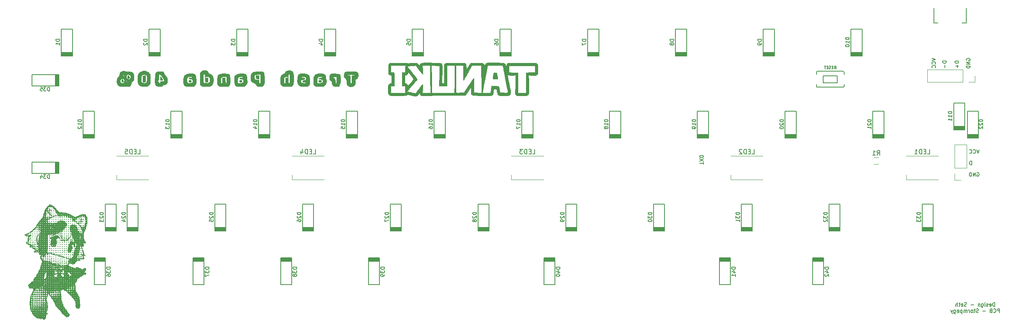
<source format=gbo>
G04 #@! TF.FileFunction,Legend,Bot*
%FSLAX46Y46*%
G04 Gerber Fmt 4.6, Leading zero omitted, Abs format (unit mm)*
G04 Created by KiCad (PCBNEW 4.0.7) date 05/05/18 17:10:25*
%MOMM*%
%LPD*%
G01*
G04 APERTURE LIST*
%ADD10C,0.100000*%
%ADD11C,0.150000*%
%ADD12C,0.200000*%
%ADD13C,0.120000*%
%ADD14C,0.203200*%
%ADD15C,0.010000*%
%ADD16C,0.127000*%
G04 APERTURE END LIST*
D10*
D11*
X246709524Y-89686905D02*
X246709524Y-88886905D01*
X246519048Y-88886905D01*
X246404762Y-88925000D01*
X246328571Y-89001190D01*
X246290476Y-89077381D01*
X246252381Y-89229762D01*
X246252381Y-89344048D01*
X246290476Y-89496429D01*
X246328571Y-89572619D01*
X246404762Y-89648810D01*
X246519048Y-89686905D01*
X246709524Y-89686905D01*
X245604762Y-89648810D02*
X245680952Y-89686905D01*
X245833333Y-89686905D01*
X245909524Y-89648810D01*
X245947619Y-89572619D01*
X245947619Y-89267857D01*
X245909524Y-89191667D01*
X245833333Y-89153571D01*
X245680952Y-89153571D01*
X245604762Y-89191667D01*
X245566667Y-89267857D01*
X245566667Y-89344048D01*
X245947619Y-89420238D01*
X245261905Y-89648810D02*
X245185715Y-89686905D01*
X245033334Y-89686905D01*
X244957143Y-89648810D01*
X244919048Y-89572619D01*
X244919048Y-89534524D01*
X244957143Y-89458333D01*
X245033334Y-89420238D01*
X245147619Y-89420238D01*
X245223810Y-89382143D01*
X245261905Y-89305952D01*
X245261905Y-89267857D01*
X245223810Y-89191667D01*
X245147619Y-89153571D01*
X245033334Y-89153571D01*
X244957143Y-89191667D01*
X244576191Y-89686905D02*
X244576191Y-89153571D01*
X244576191Y-88886905D02*
X244614286Y-88925000D01*
X244576191Y-88963095D01*
X244538096Y-88925000D01*
X244576191Y-88886905D01*
X244576191Y-88963095D01*
X243852382Y-89153571D02*
X243852382Y-89801190D01*
X243890477Y-89877381D01*
X243928572Y-89915476D01*
X244004763Y-89953571D01*
X244119048Y-89953571D01*
X244195239Y-89915476D01*
X243852382Y-89648810D02*
X243928572Y-89686905D01*
X244080953Y-89686905D01*
X244157144Y-89648810D01*
X244195239Y-89610714D01*
X244233334Y-89534524D01*
X244233334Y-89305952D01*
X244195239Y-89229762D01*
X244157144Y-89191667D01*
X244080953Y-89153571D01*
X243928572Y-89153571D01*
X243852382Y-89191667D01*
X243471429Y-89153571D02*
X243471429Y-89686905D01*
X243471429Y-89229762D02*
X243433334Y-89191667D01*
X243357143Y-89153571D01*
X243242857Y-89153571D01*
X243166667Y-89191667D01*
X243128572Y-89267857D01*
X243128572Y-89686905D01*
X242138095Y-89382143D02*
X241528571Y-89382143D01*
X240576190Y-89648810D02*
X240461904Y-89686905D01*
X240271428Y-89686905D01*
X240195238Y-89648810D01*
X240157142Y-89610714D01*
X240119047Y-89534524D01*
X240119047Y-89458333D01*
X240157142Y-89382143D01*
X240195238Y-89344048D01*
X240271428Y-89305952D01*
X240423809Y-89267857D01*
X240500000Y-89229762D01*
X240538095Y-89191667D01*
X240576190Y-89115476D01*
X240576190Y-89039286D01*
X240538095Y-88963095D01*
X240500000Y-88925000D01*
X240423809Y-88886905D01*
X240233333Y-88886905D01*
X240119047Y-88925000D01*
X239471428Y-89648810D02*
X239547618Y-89686905D01*
X239699999Y-89686905D01*
X239776190Y-89648810D01*
X239814285Y-89572619D01*
X239814285Y-89267857D01*
X239776190Y-89191667D01*
X239699999Y-89153571D01*
X239547618Y-89153571D01*
X239471428Y-89191667D01*
X239433333Y-89267857D01*
X239433333Y-89344048D01*
X239814285Y-89420238D01*
X239204762Y-89153571D02*
X238900000Y-89153571D01*
X239090476Y-88886905D02*
X239090476Y-89572619D01*
X239052381Y-89648810D01*
X238976190Y-89686905D01*
X238900000Y-89686905D01*
X238633333Y-89686905D02*
X238633333Y-88886905D01*
X238290476Y-89686905D02*
X238290476Y-89267857D01*
X238328571Y-89191667D01*
X238404761Y-89153571D01*
X238519047Y-89153571D01*
X238595238Y-89191667D01*
X238633333Y-89229762D01*
X247738096Y-91036905D02*
X247738096Y-90236905D01*
X247433334Y-90236905D01*
X247357143Y-90275000D01*
X247319048Y-90313095D01*
X247280953Y-90389286D01*
X247280953Y-90503571D01*
X247319048Y-90579762D01*
X247357143Y-90617857D01*
X247433334Y-90655952D01*
X247738096Y-90655952D01*
X246480953Y-90960714D02*
X246519048Y-90998810D01*
X246633334Y-91036905D01*
X246709524Y-91036905D01*
X246823810Y-90998810D01*
X246900001Y-90922619D01*
X246938096Y-90846429D01*
X246976191Y-90694048D01*
X246976191Y-90579762D01*
X246938096Y-90427381D01*
X246900001Y-90351190D01*
X246823810Y-90275000D01*
X246709524Y-90236905D01*
X246633334Y-90236905D01*
X246519048Y-90275000D01*
X246480953Y-90313095D01*
X245871429Y-90617857D02*
X245757143Y-90655952D01*
X245719048Y-90694048D01*
X245680953Y-90770238D01*
X245680953Y-90884524D01*
X245719048Y-90960714D01*
X245757143Y-90998810D01*
X245833334Y-91036905D01*
X246138096Y-91036905D01*
X246138096Y-90236905D01*
X245871429Y-90236905D01*
X245795239Y-90275000D01*
X245757143Y-90313095D01*
X245719048Y-90389286D01*
X245719048Y-90465476D01*
X245757143Y-90541667D01*
X245795239Y-90579762D01*
X245871429Y-90617857D01*
X246138096Y-90617857D01*
X244728572Y-90732143D02*
X244119048Y-90732143D01*
X243166667Y-90998810D02*
X243052381Y-91036905D01*
X242861905Y-91036905D01*
X242785715Y-90998810D01*
X242747619Y-90960714D01*
X242709524Y-90884524D01*
X242709524Y-90808333D01*
X242747619Y-90732143D01*
X242785715Y-90694048D01*
X242861905Y-90655952D01*
X243014286Y-90617857D01*
X243090477Y-90579762D01*
X243128572Y-90541667D01*
X243166667Y-90465476D01*
X243166667Y-90389286D01*
X243128572Y-90313095D01*
X243090477Y-90275000D01*
X243014286Y-90236905D01*
X242823810Y-90236905D01*
X242709524Y-90275000D01*
X242480953Y-90503571D02*
X242176191Y-90503571D01*
X242366667Y-90236905D02*
X242366667Y-90922619D01*
X242328572Y-90998810D01*
X242252381Y-91036905D01*
X242176191Y-91036905D01*
X241795238Y-91036905D02*
X241871429Y-90998810D01*
X241909524Y-90960714D01*
X241947619Y-90884524D01*
X241947619Y-90655952D01*
X241909524Y-90579762D01*
X241871429Y-90541667D01*
X241795238Y-90503571D01*
X241680952Y-90503571D01*
X241604762Y-90541667D01*
X241566667Y-90579762D01*
X241528571Y-90655952D01*
X241528571Y-90884524D01*
X241566667Y-90960714D01*
X241604762Y-90998810D01*
X241680952Y-91036905D01*
X241795238Y-91036905D01*
X241185714Y-91036905D02*
X241185714Y-90503571D01*
X241185714Y-90655952D02*
X241147619Y-90579762D01*
X241109523Y-90541667D01*
X241033333Y-90503571D01*
X240957142Y-90503571D01*
X240690476Y-91036905D02*
X240690476Y-90503571D01*
X240690476Y-90579762D02*
X240652381Y-90541667D01*
X240576190Y-90503571D01*
X240461904Y-90503571D01*
X240385714Y-90541667D01*
X240347619Y-90617857D01*
X240347619Y-91036905D01*
X240347619Y-90617857D02*
X240309523Y-90541667D01*
X240233333Y-90503571D01*
X240119047Y-90503571D01*
X240042857Y-90541667D01*
X240004762Y-90617857D01*
X240004762Y-91036905D01*
X239623809Y-90503571D02*
X239623809Y-91303571D01*
X239623809Y-90541667D02*
X239547618Y-90503571D01*
X239395237Y-90503571D01*
X239319047Y-90541667D01*
X239280952Y-90579762D01*
X239242856Y-90655952D01*
X239242856Y-90884524D01*
X239280952Y-90960714D01*
X239319047Y-90998810D01*
X239395237Y-91036905D01*
X239547618Y-91036905D01*
X239623809Y-90998810D01*
X238595237Y-90998810D02*
X238671427Y-91036905D01*
X238823808Y-91036905D01*
X238899999Y-90998810D01*
X238938094Y-90922619D01*
X238938094Y-90617857D01*
X238899999Y-90541667D01*
X238823808Y-90503571D01*
X238671427Y-90503571D01*
X238595237Y-90541667D01*
X238557142Y-90617857D01*
X238557142Y-90694048D01*
X238938094Y-90770238D01*
X237871428Y-90503571D02*
X237871428Y-91151190D01*
X237909523Y-91227381D01*
X237947618Y-91265476D01*
X238023809Y-91303571D01*
X238138094Y-91303571D01*
X238214285Y-91265476D01*
X237871428Y-90998810D02*
X237947618Y-91036905D01*
X238099999Y-91036905D01*
X238176190Y-90998810D01*
X238214285Y-90960714D01*
X238252380Y-90884524D01*
X238252380Y-90655952D01*
X238214285Y-90579762D01*
X238176190Y-90541667D01*
X238099999Y-90503571D01*
X237947618Y-90503571D01*
X237871428Y-90541667D01*
X237566665Y-90503571D02*
X237376189Y-91036905D01*
X237185713Y-90503571D02*
X237376189Y-91036905D01*
X237452380Y-91227381D01*
X237490475Y-91265476D01*
X237566665Y-91303571D01*
X240600000Y-36140477D02*
X240561905Y-36064286D01*
X240561905Y-35950001D01*
X240600000Y-35835715D01*
X240676190Y-35759524D01*
X240752381Y-35721429D01*
X240904762Y-35683334D01*
X241019048Y-35683334D01*
X241171429Y-35721429D01*
X241247619Y-35759524D01*
X241323810Y-35835715D01*
X241361905Y-35950001D01*
X241361905Y-36026191D01*
X241323810Y-36140477D01*
X241285714Y-36178572D01*
X241019048Y-36178572D01*
X241019048Y-36026191D01*
X241361905Y-36521429D02*
X240561905Y-36521429D01*
X241361905Y-36978572D01*
X240561905Y-36978572D01*
X241361905Y-37359524D02*
X240561905Y-37359524D01*
X240561905Y-37550000D01*
X240600000Y-37664286D01*
X240676190Y-37740477D01*
X240752381Y-37778572D01*
X240904762Y-37816667D01*
X241019048Y-37816667D01*
X241171429Y-37778572D01*
X241247619Y-37740477D01*
X241323810Y-37664286D01*
X241361905Y-37550000D01*
X241361905Y-37359524D01*
X238861905Y-36295238D02*
X238061905Y-36295238D01*
X238061905Y-36485714D01*
X238100000Y-36600000D01*
X238176190Y-36676191D01*
X238252381Y-36714286D01*
X238404762Y-36752381D01*
X238519048Y-36752381D01*
X238671429Y-36714286D01*
X238747619Y-36676191D01*
X238823810Y-36600000D01*
X238861905Y-36485714D01*
X238861905Y-36295238D01*
X238557143Y-37095238D02*
X238557143Y-37704762D01*
X238861905Y-37400000D02*
X238252381Y-37400000D01*
X236186905Y-36295238D02*
X235386905Y-36295238D01*
X235386905Y-36485714D01*
X235425000Y-36600000D01*
X235501190Y-36676191D01*
X235577381Y-36714286D01*
X235729762Y-36752381D01*
X235844048Y-36752381D01*
X235996429Y-36714286D01*
X236072619Y-36676191D01*
X236148810Y-36600000D01*
X236186905Y-36485714D01*
X236186905Y-36295238D01*
X235882143Y-37095238D02*
X235882143Y-37704762D01*
X242859523Y-60600000D02*
X242935714Y-60561905D01*
X243049999Y-60561905D01*
X243164285Y-60600000D01*
X243240476Y-60676190D01*
X243278571Y-60752381D01*
X243316666Y-60904762D01*
X243316666Y-61019048D01*
X243278571Y-61171429D01*
X243240476Y-61247619D01*
X243164285Y-61323810D01*
X243049999Y-61361905D01*
X242973809Y-61361905D01*
X242859523Y-61323810D01*
X242821428Y-61285714D01*
X242821428Y-61019048D01*
X242973809Y-61019048D01*
X242478571Y-61361905D02*
X242478571Y-60561905D01*
X242021428Y-61361905D01*
X242021428Y-60561905D01*
X241640476Y-61361905D02*
X241640476Y-60561905D01*
X241450000Y-60561905D01*
X241335714Y-60600000D01*
X241259523Y-60676190D01*
X241221428Y-60752381D01*
X241183333Y-60904762D01*
X241183333Y-61019048D01*
X241221428Y-61171429D01*
X241259523Y-61247619D01*
X241335714Y-61323810D01*
X241450000Y-61361905D01*
X241640476Y-61361905D01*
X241709524Y-58861905D02*
X241709524Y-58061905D01*
X241519048Y-58061905D01*
X241404762Y-58100000D01*
X241328571Y-58176190D01*
X241290476Y-58252381D01*
X241252381Y-58404762D01*
X241252381Y-58519048D01*
X241290476Y-58671429D01*
X241328571Y-58747619D01*
X241404762Y-58823810D01*
X241519048Y-58861905D01*
X241709524Y-58861905D01*
X183438095Y-58740477D02*
X183438095Y-58283334D01*
X182638095Y-58511905D02*
X183438095Y-58511905D01*
X183438095Y-58092857D02*
X182638095Y-57559524D01*
X183438095Y-57559524D02*
X182638095Y-58092857D01*
X183438095Y-57102381D02*
X183438095Y-57026190D01*
X183400000Y-56950000D01*
X183361905Y-56911905D01*
X183285714Y-56873809D01*
X183133333Y-56835714D01*
X182942857Y-56835714D01*
X182790476Y-56873809D01*
X182714286Y-56911905D01*
X182676190Y-56950000D01*
X182638095Y-57026190D01*
X182638095Y-57102381D01*
X182676190Y-57178571D01*
X182714286Y-57216667D01*
X182790476Y-57254762D01*
X182942857Y-57292857D01*
X183133333Y-57292857D01*
X183285714Y-57254762D01*
X183361905Y-57216667D01*
X183400000Y-57178571D01*
X183438095Y-57102381D01*
X243316667Y-55561905D02*
X243050000Y-56361905D01*
X242783333Y-55561905D01*
X242059524Y-56285714D02*
X242097619Y-56323810D01*
X242211905Y-56361905D01*
X242288095Y-56361905D01*
X242402381Y-56323810D01*
X242478572Y-56247619D01*
X242516667Y-56171429D01*
X242554762Y-56019048D01*
X242554762Y-55904762D01*
X242516667Y-55752381D01*
X242478572Y-55676190D01*
X242402381Y-55600000D01*
X242288095Y-55561905D01*
X242211905Y-55561905D01*
X242097619Y-55600000D01*
X242059524Y-55638095D01*
X241259524Y-56285714D02*
X241297619Y-56323810D01*
X241411905Y-56361905D01*
X241488095Y-56361905D01*
X241602381Y-56323810D01*
X241678572Y-56247619D01*
X241716667Y-56171429D01*
X241754762Y-56019048D01*
X241754762Y-55904762D01*
X241716667Y-55752381D01*
X241678572Y-55676190D01*
X241602381Y-55600000D01*
X241488095Y-55561905D01*
X241411905Y-55561905D01*
X241297619Y-55600000D01*
X241259524Y-55638095D01*
X233061905Y-35683333D02*
X233861905Y-35950000D01*
X233061905Y-36216667D01*
X233785714Y-36940476D02*
X233823810Y-36902381D01*
X233861905Y-36788095D01*
X233861905Y-36711905D01*
X233823810Y-36597619D01*
X233747619Y-36521428D01*
X233671429Y-36483333D01*
X233519048Y-36445238D01*
X233404762Y-36445238D01*
X233252381Y-36483333D01*
X233176190Y-36521428D01*
X233100000Y-36597619D01*
X233061905Y-36711905D01*
X233061905Y-36788095D01*
X233100000Y-36902381D01*
X233138095Y-36940476D01*
X233785714Y-37740476D02*
X233823810Y-37702381D01*
X233861905Y-37588095D01*
X233861905Y-37511905D01*
X233823810Y-37397619D01*
X233747619Y-37321428D01*
X233671429Y-37283333D01*
X233519048Y-37245238D01*
X233404762Y-37245238D01*
X233252381Y-37283333D01*
X233176190Y-37321428D01*
X233100000Y-37397619D01*
X233061905Y-37511905D01*
X233061905Y-37588095D01*
X233100000Y-37702381D01*
X233138095Y-37740476D01*
D12*
X240200000Y-50525000D02*
X237800000Y-50525000D01*
X240200000Y-50700000D02*
X237800000Y-50700000D01*
X240200000Y-50875000D02*
X237800000Y-50875000D01*
X237800000Y-51275000D02*
X240200000Y-51275000D01*
X240200000Y-51050000D02*
X237800000Y-51050000D01*
X240200000Y-51175000D02*
X237800000Y-51175000D01*
X240200000Y-51250000D02*
X240200000Y-45450000D01*
X240200000Y-45450000D02*
X237800000Y-45450000D01*
X237800000Y-45450000D02*
X237800000Y-51250000D01*
D13*
X234481250Y-56931250D02*
X227481250Y-56931250D01*
X234481250Y-62131250D02*
X227481250Y-62131250D01*
X227481250Y-62131250D02*
X227481250Y-61131250D01*
X196381250Y-56931250D02*
X189381250Y-56931250D01*
X196381250Y-62131250D02*
X189381250Y-62131250D01*
X189381250Y-62131250D02*
X189381250Y-61131250D01*
X148756250Y-56931250D02*
X141756250Y-56931250D01*
X148756250Y-62131250D02*
X141756250Y-62131250D01*
X141756250Y-62131250D02*
X141756250Y-61131250D01*
X101131250Y-56931250D02*
X94131250Y-56931250D01*
X101131250Y-62131250D02*
X94131250Y-62131250D01*
X94131250Y-62131250D02*
X94131250Y-61131250D01*
X63031250Y-56931250D02*
X56031250Y-56931250D01*
X63031250Y-62131250D02*
X56031250Y-62131250D01*
X56031250Y-62131250D02*
X56031250Y-61131250D01*
X221500000Y-57320000D02*
X220500000Y-57320000D01*
X220500000Y-58680000D02*
X221500000Y-58680000D01*
D14*
X208251720Y-41997520D02*
X213748280Y-41997520D01*
X213748280Y-38502480D02*
X208251720Y-38502480D01*
X208000260Y-38751400D02*
X208000260Y-39150180D01*
X208000260Y-41349820D02*
X208000260Y-41748600D01*
X213999740Y-41349820D02*
X213999740Y-41748600D01*
X213999740Y-38751400D02*
X213999740Y-39150180D01*
X209501400Y-40999300D02*
X212498600Y-40999300D01*
X212498600Y-39500700D02*
X209501400Y-39500700D01*
X209501400Y-39500700D02*
X209501400Y-40999300D01*
X212498600Y-39500700D02*
X212498600Y-40999300D01*
X208251720Y-42000060D02*
G75*
G02X208000260Y-41748600I0J251460D01*
G01*
X213997200Y-41748600D02*
G75*
G02X213748280Y-41997520I-248920J0D01*
G01*
X213748280Y-38499940D02*
G75*
G02X213999740Y-38751400I0J-251460D01*
G01*
X208002800Y-38751400D02*
G75*
G02X208251720Y-38502480I248920J0D01*
G01*
X240500000Y-24800000D02*
X240500000Y-28000000D01*
X240500000Y-28000000D02*
X239600000Y-28000000D01*
X234400000Y-28000000D02*
X233500000Y-28000000D01*
X233500000Y-28000000D02*
X233500000Y-24800000D01*
D12*
X46443788Y-34421902D02*
X44043788Y-34421902D01*
X46443788Y-34596902D02*
X44043788Y-34596902D01*
X46443788Y-34771902D02*
X44043788Y-34771902D01*
X44043788Y-35171902D02*
X46443788Y-35171902D01*
X46443788Y-34946902D02*
X44043788Y-34946902D01*
X46443788Y-35071902D02*
X44043788Y-35071902D01*
X46443788Y-35146902D02*
X46443788Y-29346902D01*
X46443788Y-29346902D02*
X44043788Y-29346902D01*
X44043788Y-29346902D02*
X44043788Y-35146902D01*
X65493804Y-34421902D02*
X63093804Y-34421902D01*
X65493804Y-34596902D02*
X63093804Y-34596902D01*
X65493804Y-34771902D02*
X63093804Y-34771902D01*
X63093804Y-35171902D02*
X65493804Y-35171902D01*
X65493804Y-34946902D02*
X63093804Y-34946902D01*
X65493804Y-35071902D02*
X63093804Y-35071902D01*
X65493804Y-35146902D02*
X65493804Y-29346902D01*
X65493804Y-29346902D02*
X63093804Y-29346902D01*
X63093804Y-29346902D02*
X63093804Y-35146902D01*
X84543820Y-34421902D02*
X82143820Y-34421902D01*
X84543820Y-34596902D02*
X82143820Y-34596902D01*
X84543820Y-34771902D02*
X82143820Y-34771902D01*
X82143820Y-35171902D02*
X84543820Y-35171902D01*
X84543820Y-34946902D02*
X82143820Y-34946902D01*
X84543820Y-35071902D02*
X82143820Y-35071902D01*
X84543820Y-35146902D02*
X84543820Y-29346902D01*
X84543820Y-29346902D02*
X82143820Y-29346902D01*
X82143820Y-29346902D02*
X82143820Y-35146902D01*
X103593836Y-34421902D02*
X101193836Y-34421902D01*
X103593836Y-34596902D02*
X101193836Y-34596902D01*
X103593836Y-34771902D02*
X101193836Y-34771902D01*
X101193836Y-35171902D02*
X103593836Y-35171902D01*
X103593836Y-34946902D02*
X101193836Y-34946902D01*
X103593836Y-35071902D02*
X101193836Y-35071902D01*
X103593836Y-35146902D02*
X103593836Y-29346902D01*
X103593836Y-29346902D02*
X101193836Y-29346902D01*
X101193836Y-29346902D02*
X101193836Y-35146902D01*
X122643852Y-34421902D02*
X120243852Y-34421902D01*
X122643852Y-34596902D02*
X120243852Y-34596902D01*
X122643852Y-34771902D02*
X120243852Y-34771902D01*
X120243852Y-35171902D02*
X122643852Y-35171902D01*
X122643852Y-34946902D02*
X120243852Y-34946902D01*
X122643852Y-35071902D02*
X120243852Y-35071902D01*
X122643852Y-35146902D02*
X122643852Y-29346902D01*
X122643852Y-29346902D02*
X120243852Y-29346902D01*
X120243852Y-29346902D02*
X120243852Y-35146902D01*
X141693750Y-34421875D02*
X139293750Y-34421875D01*
X141693750Y-34596875D02*
X139293750Y-34596875D01*
X141693750Y-34771875D02*
X139293750Y-34771875D01*
X139293750Y-35171875D02*
X141693750Y-35171875D01*
X141693750Y-34946875D02*
X139293750Y-34946875D01*
X141693750Y-35071875D02*
X139293750Y-35071875D01*
X141693750Y-35146875D02*
X141693750Y-29346875D01*
X141693750Y-29346875D02*
X139293750Y-29346875D01*
X139293750Y-29346875D02*
X139293750Y-35146875D01*
X160743750Y-34421875D02*
X158343750Y-34421875D01*
X160743750Y-34596875D02*
X158343750Y-34596875D01*
X160743750Y-34771875D02*
X158343750Y-34771875D01*
X158343750Y-35171875D02*
X160743750Y-35171875D01*
X160743750Y-34946875D02*
X158343750Y-34946875D01*
X160743750Y-35071875D02*
X158343750Y-35071875D01*
X160743750Y-35146875D02*
X160743750Y-29346875D01*
X160743750Y-29346875D02*
X158343750Y-29346875D01*
X158343750Y-29346875D02*
X158343750Y-35146875D01*
X179793750Y-34421875D02*
X177393750Y-34421875D01*
X179793750Y-34596875D02*
X177393750Y-34596875D01*
X179793750Y-34771875D02*
X177393750Y-34771875D01*
X177393750Y-35171875D02*
X179793750Y-35171875D01*
X179793750Y-34946875D02*
X177393750Y-34946875D01*
X179793750Y-35071875D02*
X177393750Y-35071875D01*
X179793750Y-35146875D02*
X179793750Y-29346875D01*
X179793750Y-29346875D02*
X177393750Y-29346875D01*
X177393750Y-29346875D02*
X177393750Y-35146875D01*
X198843750Y-34421875D02*
X196443750Y-34421875D01*
X198843750Y-34596875D02*
X196443750Y-34596875D01*
X198843750Y-34771875D02*
X196443750Y-34771875D01*
X196443750Y-35171875D02*
X198843750Y-35171875D01*
X198843750Y-34946875D02*
X196443750Y-34946875D01*
X198843750Y-35071875D02*
X196443750Y-35071875D01*
X198843750Y-35146875D02*
X198843750Y-29346875D01*
X198843750Y-29346875D02*
X196443750Y-29346875D01*
X196443750Y-29346875D02*
X196443750Y-35146875D01*
X217893750Y-34421875D02*
X215493750Y-34421875D01*
X217893750Y-34596875D02*
X215493750Y-34596875D01*
X217893750Y-34771875D02*
X215493750Y-34771875D01*
X215493750Y-35171875D02*
X217893750Y-35171875D01*
X217893750Y-34946875D02*
X215493750Y-34946875D01*
X217893750Y-35071875D02*
X215493750Y-35071875D01*
X217893750Y-35146875D02*
X217893750Y-29346875D01*
X217893750Y-29346875D02*
X215493750Y-29346875D01*
X215493750Y-29346875D02*
X215493750Y-35146875D01*
X51206250Y-52281250D02*
X48806250Y-52281250D01*
X51206250Y-52456250D02*
X48806250Y-52456250D01*
X51206250Y-52631250D02*
X48806250Y-52631250D01*
X48806250Y-53031250D02*
X51206250Y-53031250D01*
X51206250Y-52806250D02*
X48806250Y-52806250D01*
X51206250Y-52931250D02*
X48806250Y-52931250D01*
X51206250Y-53006250D02*
X51206250Y-47206250D01*
X51206250Y-47206250D02*
X48806250Y-47206250D01*
X48806250Y-47206250D02*
X48806250Y-53006250D01*
X70256250Y-52281250D02*
X67856250Y-52281250D01*
X70256250Y-52456250D02*
X67856250Y-52456250D01*
X70256250Y-52631250D02*
X67856250Y-52631250D01*
X67856250Y-53031250D02*
X70256250Y-53031250D01*
X70256250Y-52806250D02*
X67856250Y-52806250D01*
X70256250Y-52931250D02*
X67856250Y-52931250D01*
X70256250Y-53006250D02*
X70256250Y-47206250D01*
X70256250Y-47206250D02*
X67856250Y-47206250D01*
X67856250Y-47206250D02*
X67856250Y-53006250D01*
X89306250Y-52281250D02*
X86906250Y-52281250D01*
X89306250Y-52456250D02*
X86906250Y-52456250D01*
X89306250Y-52631250D02*
X86906250Y-52631250D01*
X86906250Y-53031250D02*
X89306250Y-53031250D01*
X89306250Y-52806250D02*
X86906250Y-52806250D01*
X89306250Y-52931250D02*
X86906250Y-52931250D01*
X89306250Y-53006250D02*
X89306250Y-47206250D01*
X89306250Y-47206250D02*
X86906250Y-47206250D01*
X86906250Y-47206250D02*
X86906250Y-53006250D01*
X108356250Y-52281250D02*
X105956250Y-52281250D01*
X108356250Y-52456250D02*
X105956250Y-52456250D01*
X108356250Y-52631250D02*
X105956250Y-52631250D01*
X105956250Y-53031250D02*
X108356250Y-53031250D01*
X108356250Y-52806250D02*
X105956250Y-52806250D01*
X108356250Y-52931250D02*
X105956250Y-52931250D01*
X108356250Y-53006250D02*
X108356250Y-47206250D01*
X108356250Y-47206250D02*
X105956250Y-47206250D01*
X105956250Y-47206250D02*
X105956250Y-53006250D01*
X127406250Y-52281250D02*
X125006250Y-52281250D01*
X127406250Y-52456250D02*
X125006250Y-52456250D01*
X127406250Y-52631250D02*
X125006250Y-52631250D01*
X125006250Y-53031250D02*
X127406250Y-53031250D01*
X127406250Y-52806250D02*
X125006250Y-52806250D01*
X127406250Y-52931250D02*
X125006250Y-52931250D01*
X127406250Y-53006250D02*
X127406250Y-47206250D01*
X127406250Y-47206250D02*
X125006250Y-47206250D01*
X125006250Y-47206250D02*
X125006250Y-53006250D01*
X146456250Y-52281250D02*
X144056250Y-52281250D01*
X146456250Y-52456250D02*
X144056250Y-52456250D01*
X146456250Y-52631250D02*
X144056250Y-52631250D01*
X144056250Y-53031250D02*
X146456250Y-53031250D01*
X146456250Y-52806250D02*
X144056250Y-52806250D01*
X146456250Y-52931250D02*
X144056250Y-52931250D01*
X146456250Y-53006250D02*
X146456250Y-47206250D01*
X146456250Y-47206250D02*
X144056250Y-47206250D01*
X144056250Y-47206250D02*
X144056250Y-53006250D01*
X165506250Y-52281250D02*
X163106250Y-52281250D01*
X165506250Y-52456250D02*
X163106250Y-52456250D01*
X165506250Y-52631250D02*
X163106250Y-52631250D01*
X163106250Y-53031250D02*
X165506250Y-53031250D01*
X165506250Y-52806250D02*
X163106250Y-52806250D01*
X165506250Y-52931250D02*
X163106250Y-52931250D01*
X165506250Y-53006250D02*
X165506250Y-47206250D01*
X165506250Y-47206250D02*
X163106250Y-47206250D01*
X163106250Y-47206250D02*
X163106250Y-53006250D01*
X184556250Y-52281250D02*
X182156250Y-52281250D01*
X184556250Y-52456250D02*
X182156250Y-52456250D01*
X184556250Y-52631250D02*
X182156250Y-52631250D01*
X182156250Y-53031250D02*
X184556250Y-53031250D01*
X184556250Y-52806250D02*
X182156250Y-52806250D01*
X184556250Y-52931250D02*
X182156250Y-52931250D01*
X184556250Y-53006250D02*
X184556250Y-47206250D01*
X184556250Y-47206250D02*
X182156250Y-47206250D01*
X182156250Y-47206250D02*
X182156250Y-53006250D01*
X203606250Y-52281250D02*
X201206250Y-52281250D01*
X203606250Y-52456250D02*
X201206250Y-52456250D01*
X203606250Y-52631250D02*
X201206250Y-52631250D01*
X201206250Y-53031250D02*
X203606250Y-53031250D01*
X203606250Y-52806250D02*
X201206250Y-52806250D01*
X203606250Y-52931250D02*
X201206250Y-52931250D01*
X203606250Y-53006250D02*
X203606250Y-47206250D01*
X203606250Y-47206250D02*
X201206250Y-47206250D01*
X201206250Y-47206250D02*
X201206250Y-53006250D01*
X222656250Y-52281250D02*
X220256250Y-52281250D01*
X222656250Y-52456250D02*
X220256250Y-52456250D01*
X222656250Y-52631250D02*
X220256250Y-52631250D01*
X220256250Y-53031250D02*
X222656250Y-53031250D01*
X222656250Y-52806250D02*
X220256250Y-52806250D01*
X222656250Y-52931250D02*
X220256250Y-52931250D01*
X222656250Y-53006250D02*
X222656250Y-47206250D01*
X222656250Y-47206250D02*
X220256250Y-47206250D01*
X220256250Y-47206250D02*
X220256250Y-53006250D01*
X243200000Y-52281250D02*
X240800000Y-52281250D01*
X243200000Y-52456250D02*
X240800000Y-52456250D01*
X243200000Y-52631250D02*
X240800000Y-52631250D01*
X240800000Y-53031250D02*
X243200000Y-53031250D01*
X243200000Y-52806250D02*
X240800000Y-52806250D01*
X243200000Y-52931250D02*
X240800000Y-52931250D01*
X243200000Y-53006250D02*
X243200000Y-47206250D01*
X243200000Y-47206250D02*
X240800000Y-47206250D01*
X240800000Y-47206250D02*
X240800000Y-53006250D01*
X55968750Y-72521875D02*
X53568750Y-72521875D01*
X55968750Y-72696875D02*
X53568750Y-72696875D01*
X55968750Y-72871875D02*
X53568750Y-72871875D01*
X53568750Y-73271875D02*
X55968750Y-73271875D01*
X55968750Y-73046875D02*
X53568750Y-73046875D01*
X55968750Y-73171875D02*
X53568750Y-73171875D01*
X55968750Y-73246875D02*
X55968750Y-67446875D01*
X55968750Y-67446875D02*
X53568750Y-67446875D01*
X53568750Y-67446875D02*
X53568750Y-73246875D01*
X60731300Y-72521875D02*
X58331300Y-72521875D01*
X60731300Y-72696875D02*
X58331300Y-72696875D01*
X60731300Y-72871875D02*
X58331300Y-72871875D01*
X58331300Y-73271875D02*
X60731300Y-73271875D01*
X60731300Y-73046875D02*
X58331300Y-73046875D01*
X60731300Y-73171875D02*
X58331300Y-73171875D01*
X60731300Y-73246875D02*
X60731300Y-67446875D01*
X60731300Y-67446875D02*
X58331300Y-67446875D01*
X58331300Y-67446875D02*
X58331300Y-73246875D01*
X79781316Y-72521934D02*
X77381316Y-72521934D01*
X79781316Y-72696934D02*
X77381316Y-72696934D01*
X79781316Y-72871934D02*
X77381316Y-72871934D01*
X77381316Y-73271934D02*
X79781316Y-73271934D01*
X79781316Y-73046934D02*
X77381316Y-73046934D01*
X79781316Y-73171934D02*
X77381316Y-73171934D01*
X79781316Y-73246934D02*
X79781316Y-67446934D01*
X79781316Y-67446934D02*
X77381316Y-67446934D01*
X77381316Y-67446934D02*
X77381316Y-73246934D01*
X98831250Y-72521875D02*
X96431250Y-72521875D01*
X98831250Y-72696875D02*
X96431250Y-72696875D01*
X98831250Y-72871875D02*
X96431250Y-72871875D01*
X96431250Y-73271875D02*
X98831250Y-73271875D01*
X98831250Y-73046875D02*
X96431250Y-73046875D01*
X98831250Y-73171875D02*
X96431250Y-73171875D01*
X98831250Y-73246875D02*
X98831250Y-67446875D01*
X98831250Y-67446875D02*
X96431250Y-67446875D01*
X96431250Y-67446875D02*
X96431250Y-73246875D01*
X117881250Y-72521875D02*
X115481250Y-72521875D01*
X117881250Y-72696875D02*
X115481250Y-72696875D01*
X117881250Y-72871875D02*
X115481250Y-72871875D01*
X115481250Y-73271875D02*
X117881250Y-73271875D01*
X117881250Y-73046875D02*
X115481250Y-73046875D01*
X117881250Y-73171875D02*
X115481250Y-73171875D01*
X117881250Y-73246875D02*
X117881250Y-67446875D01*
X117881250Y-67446875D02*
X115481250Y-67446875D01*
X115481250Y-67446875D02*
X115481250Y-73246875D01*
X136931250Y-72521875D02*
X134531250Y-72521875D01*
X136931250Y-72696875D02*
X134531250Y-72696875D01*
X136931250Y-72871875D02*
X134531250Y-72871875D01*
X134531250Y-73271875D02*
X136931250Y-73271875D01*
X136931250Y-73046875D02*
X134531250Y-73046875D01*
X136931250Y-73171875D02*
X134531250Y-73171875D01*
X136931250Y-73246875D02*
X136931250Y-67446875D01*
X136931250Y-67446875D02*
X134531250Y-67446875D01*
X134531250Y-67446875D02*
X134531250Y-73246875D01*
X155981250Y-72521875D02*
X153581250Y-72521875D01*
X155981250Y-72696875D02*
X153581250Y-72696875D01*
X155981250Y-72871875D02*
X153581250Y-72871875D01*
X153581250Y-73271875D02*
X155981250Y-73271875D01*
X155981250Y-73046875D02*
X153581250Y-73046875D01*
X155981250Y-73171875D02*
X153581250Y-73171875D01*
X155981250Y-73246875D02*
X155981250Y-67446875D01*
X155981250Y-67446875D02*
X153581250Y-67446875D01*
X153581250Y-67446875D02*
X153581250Y-73246875D01*
X175031250Y-72521875D02*
X172631250Y-72521875D01*
X175031250Y-72696875D02*
X172631250Y-72696875D01*
X175031250Y-72871875D02*
X172631250Y-72871875D01*
X172631250Y-73271875D02*
X175031250Y-73271875D01*
X175031250Y-73046875D02*
X172631250Y-73046875D01*
X175031250Y-73171875D02*
X172631250Y-73171875D01*
X175031250Y-73246875D02*
X175031250Y-67446875D01*
X175031250Y-67446875D02*
X172631250Y-67446875D01*
X172631250Y-67446875D02*
X172631250Y-73246875D01*
X194081250Y-72521875D02*
X191681250Y-72521875D01*
X194081250Y-72696875D02*
X191681250Y-72696875D01*
X194081250Y-72871875D02*
X191681250Y-72871875D01*
X191681250Y-73271875D02*
X194081250Y-73271875D01*
X194081250Y-73046875D02*
X191681250Y-73046875D01*
X194081250Y-73171875D02*
X191681250Y-73171875D01*
X194081250Y-73246875D02*
X194081250Y-67446875D01*
X194081250Y-67446875D02*
X191681250Y-67446875D01*
X191681250Y-67446875D02*
X191681250Y-73246875D01*
X213131250Y-72521875D02*
X210731250Y-72521875D01*
X213131250Y-72696875D02*
X210731250Y-72696875D01*
X213131250Y-72871875D02*
X210731250Y-72871875D01*
X210731250Y-73271875D02*
X213131250Y-73271875D01*
X213131250Y-73046875D02*
X210731250Y-73046875D01*
X213131250Y-73171875D02*
X210731250Y-73171875D01*
X213131250Y-73246875D02*
X213131250Y-67446875D01*
X213131250Y-67446875D02*
X210731250Y-67446875D01*
X210731250Y-67446875D02*
X210731250Y-73246875D01*
X233371875Y-72521875D02*
X230971875Y-72521875D01*
X233371875Y-72696875D02*
X230971875Y-72696875D01*
X233371875Y-72871875D02*
X230971875Y-72871875D01*
X230971875Y-73271875D02*
X233371875Y-73271875D01*
X233371875Y-73046875D02*
X230971875Y-73046875D01*
X233371875Y-73171875D02*
X230971875Y-73171875D01*
X233371875Y-73246875D02*
X233371875Y-67446875D01*
X233371875Y-67446875D02*
X230971875Y-67446875D01*
X230971875Y-67446875D02*
X230971875Y-73246875D01*
X42756250Y-58331250D02*
X42756250Y-60731250D01*
X42931250Y-58331250D02*
X42931250Y-60731250D01*
X43106250Y-58331250D02*
X43106250Y-60731250D01*
X43506250Y-60731250D02*
X43506250Y-58331250D01*
X43281250Y-58331250D02*
X43281250Y-60731250D01*
X43406250Y-58331250D02*
X43406250Y-60731250D01*
X43481250Y-58331250D02*
X37681250Y-58331250D01*
X37681250Y-58331250D02*
X37681250Y-60731250D01*
X37681250Y-60731250D02*
X43481250Y-60731250D01*
X42756250Y-39281250D02*
X42756250Y-41681250D01*
X42931250Y-39281250D02*
X42931250Y-41681250D01*
X43106250Y-39281250D02*
X43106250Y-41681250D01*
X43506250Y-41681250D02*
X43506250Y-39281250D01*
X43281250Y-39281250D02*
X43281250Y-41681250D01*
X43406250Y-39281250D02*
X43406250Y-41681250D01*
X43481250Y-39281250D02*
X37681250Y-39281250D01*
X37681250Y-39281250D02*
X37681250Y-41681250D01*
X37681250Y-41681250D02*
X43481250Y-41681250D01*
X51187500Y-79878125D02*
X53587500Y-79878125D01*
X51187500Y-79703125D02*
X53587500Y-79703125D01*
X51187500Y-79528125D02*
X53587500Y-79528125D01*
X53587500Y-79128125D02*
X51187500Y-79128125D01*
X51187500Y-79353125D02*
X53587500Y-79353125D01*
X51187500Y-79228125D02*
X53587500Y-79228125D01*
X51187500Y-79153125D02*
X51187500Y-84953125D01*
X51187500Y-84953125D02*
X53587500Y-84953125D01*
X53587500Y-84953125D02*
X53587500Y-79153125D01*
X72618750Y-79878125D02*
X75018750Y-79878125D01*
X72618750Y-79703125D02*
X75018750Y-79703125D01*
X72618750Y-79528125D02*
X75018750Y-79528125D01*
X75018750Y-79128125D02*
X72618750Y-79128125D01*
X72618750Y-79353125D02*
X75018750Y-79353125D01*
X72618750Y-79228125D02*
X75018750Y-79228125D01*
X72618750Y-79153125D02*
X72618750Y-84953125D01*
X72618750Y-84953125D02*
X75018750Y-84953125D01*
X75018750Y-84953125D02*
X75018750Y-79153125D01*
X91668750Y-79878125D02*
X94068750Y-79878125D01*
X91668750Y-79703125D02*
X94068750Y-79703125D01*
X91668750Y-79528125D02*
X94068750Y-79528125D01*
X94068750Y-79128125D02*
X91668750Y-79128125D01*
X91668750Y-79353125D02*
X94068750Y-79353125D01*
X91668750Y-79228125D02*
X94068750Y-79228125D01*
X91668750Y-79153125D02*
X91668750Y-84953125D01*
X91668750Y-84953125D02*
X94068750Y-84953125D01*
X94068750Y-84953125D02*
X94068750Y-79153125D01*
X110718750Y-79878125D02*
X113118750Y-79878125D01*
X110718750Y-79703125D02*
X113118750Y-79703125D01*
X110718750Y-79528125D02*
X113118750Y-79528125D01*
X113118750Y-79128125D02*
X110718750Y-79128125D01*
X110718750Y-79353125D02*
X113118750Y-79353125D01*
X110718750Y-79228125D02*
X113118750Y-79228125D01*
X110718750Y-79153125D02*
X110718750Y-84953125D01*
X110718750Y-84953125D02*
X113118750Y-84953125D01*
X113118750Y-84953125D02*
X113118750Y-79153125D01*
X148818750Y-79878125D02*
X151218750Y-79878125D01*
X148818750Y-79703125D02*
X151218750Y-79703125D01*
X148818750Y-79528125D02*
X151218750Y-79528125D01*
X151218750Y-79128125D02*
X148818750Y-79128125D01*
X148818750Y-79353125D02*
X151218750Y-79353125D01*
X148818750Y-79228125D02*
X151218750Y-79228125D01*
X148818750Y-79153125D02*
X148818750Y-84953125D01*
X148818750Y-84953125D02*
X151218750Y-84953125D01*
X151218750Y-84953125D02*
X151218750Y-79153125D01*
X186918750Y-79878125D02*
X189318750Y-79878125D01*
X186918750Y-79703125D02*
X189318750Y-79703125D01*
X186918750Y-79528125D02*
X189318750Y-79528125D01*
X189318750Y-79128125D02*
X186918750Y-79128125D01*
X186918750Y-79353125D02*
X189318750Y-79353125D01*
X186918750Y-79228125D02*
X189318750Y-79228125D01*
X186918750Y-79153125D02*
X186918750Y-84953125D01*
X186918750Y-84953125D02*
X189318750Y-84953125D01*
X189318750Y-84953125D02*
X189318750Y-79153125D01*
X207159375Y-79878125D02*
X209559375Y-79878125D01*
X207159375Y-79703125D02*
X209559375Y-79703125D01*
X207159375Y-79528125D02*
X209559375Y-79528125D01*
X209559375Y-79128125D02*
X207159375Y-79128125D01*
X207159375Y-79353125D02*
X209559375Y-79353125D01*
X207159375Y-79228125D02*
X209559375Y-79228125D01*
X207159375Y-79153125D02*
X207159375Y-84953125D01*
X207159375Y-84953125D02*
X209559375Y-84953125D01*
X209559375Y-84953125D02*
X209559375Y-79153125D01*
D13*
X232090000Y-40830000D02*
X232090000Y-38170000D01*
X239770000Y-40830000D02*
X232090000Y-40830000D01*
X239770000Y-38170000D02*
X232090000Y-38170000D01*
X239770000Y-40830000D02*
X239770000Y-38170000D01*
X241040000Y-40830000D02*
X242370000Y-40830000D01*
X242370000Y-40830000D02*
X242370000Y-39500000D01*
X237985625Y-54470625D02*
X240645625Y-54470625D01*
X237985625Y-59610625D02*
X237985625Y-54470625D01*
X240645625Y-59610625D02*
X240645625Y-54470625D01*
X237985625Y-59610625D02*
X240645625Y-59610625D01*
X237985625Y-60880625D02*
X237985625Y-62210625D01*
X237985625Y-62210625D02*
X239315625Y-62210625D01*
D15*
G36*
X41397160Y-67564401D02*
X41377005Y-67580663D01*
X41307687Y-67665938D01*
X41291517Y-67722131D01*
X41258377Y-67774668D01*
X41200600Y-67797527D01*
X41033040Y-67880353D01*
X40920365Y-68034970D01*
X40896242Y-68110787D01*
X40830813Y-68239126D01*
X40744050Y-68315652D01*
X40661662Y-68397362D01*
X40569139Y-68542974D01*
X40483209Y-68718408D01*
X40420596Y-68889581D01*
X40397986Y-69020823D01*
X40368437Y-69128907D01*
X40336176Y-69179600D01*
X40287641Y-69271063D01*
X40229321Y-69425540D01*
X40172514Y-69606658D01*
X40128518Y-69778042D01*
X40108631Y-69903318D01*
X40108400Y-69912950D01*
X40088581Y-70010904D01*
X40039464Y-70149760D01*
X40024621Y-70184531D01*
X39969546Y-70323926D01*
X39938014Y-70432784D01*
X39935721Y-70449600D01*
X39887206Y-70511360D01*
X39806775Y-70532020D01*
X39668393Y-70584323D01*
X39556782Y-70704438D01*
X39500792Y-70858596D01*
X39498801Y-70892462D01*
X39479739Y-70984745D01*
X39428008Y-70992104D01*
X39347036Y-71008561D01*
X39248321Y-71087281D01*
X39161557Y-71200684D01*
X39128972Y-71269868D01*
X39087078Y-71348053D01*
X39001127Y-71483291D01*
X38887151Y-71650708D01*
X38845224Y-71710037D01*
X38691330Y-71935376D01*
X38602142Y-72092427D01*
X38575241Y-72189172D01*
X38608209Y-72233593D01*
X38686000Y-72235578D01*
X38818767Y-72193353D01*
X38893655Y-72146267D01*
X38964438Y-72103002D01*
X39028865Y-72136420D01*
X39058755Y-72167688D01*
X39134119Y-72283187D01*
X39118618Y-72376797D01*
X39068068Y-72429914D01*
X39020165Y-72508993D01*
X39044455Y-72588534D01*
X39133072Y-72673245D01*
X39260693Y-72665673D01*
X39350184Y-72621300D01*
X39439837Y-72586039D01*
X39507320Y-72630772D01*
X39526953Y-72655942D01*
X39570326Y-72736088D01*
X39543361Y-72802857D01*
X39495250Y-72851411D01*
X39414452Y-72916350D01*
X39354950Y-72910745D01*
X39290810Y-72858264D01*
X39210766Y-72798389D01*
X39152213Y-72810407D01*
X39109273Y-72849356D01*
X39056584Y-72945857D01*
X39058460Y-73011060D01*
X39127207Y-73074388D01*
X39231103Y-73088917D01*
X39315269Y-73048516D01*
X39321001Y-73040399D01*
X39382642Y-72990726D01*
X39441540Y-73026217D01*
X39489782Y-73130569D01*
X39519454Y-73287478D01*
X39523825Y-73458301D01*
X39491775Y-73676523D01*
X39418541Y-73802513D01*
X39303462Y-73837204D01*
X39261270Y-73830097D01*
X39167281Y-73826541D01*
X39143200Y-73875107D01*
X39103649Y-73960146D01*
X39054300Y-74001530D01*
X39008008Y-74041556D01*
X39040350Y-74053464D01*
X39131944Y-74035885D01*
X39203393Y-74012084D01*
X39323984Y-73993842D01*
X39442071Y-74014808D01*
X39523093Y-74063812D01*
X39536782Y-74119836D01*
X39473577Y-74182410D01*
X39443627Y-74190240D01*
X39342102Y-74204186D01*
X39321000Y-74208340D01*
X39228335Y-74222265D01*
X39181955Y-74226899D01*
X39106413Y-74251368D01*
X39093055Y-74272300D01*
X39092403Y-74356293D01*
X39092400Y-74361200D01*
X39133546Y-74406268D01*
X39168600Y-74412000D01*
X39226634Y-74418026D01*
X39238568Y-74453958D01*
X39206735Y-74546571D01*
X39184906Y-74599192D01*
X39136624Y-74749572D01*
X39115062Y-74869200D01*
X39101540Y-74984111D01*
X39075984Y-75159588D01*
X39046372Y-75342920D01*
X39020762Y-75550151D01*
X39012518Y-75744889D01*
X39021493Y-75870146D01*
X39035781Y-75990009D01*
X39014123Y-76031455D01*
X38987426Y-76028008D01*
X38930478Y-75964071D01*
X38876589Y-75831005D01*
X38833872Y-75661157D01*
X38810439Y-75486872D01*
X38814404Y-75340497D01*
X38814641Y-75339100D01*
X38820773Y-75220577D01*
X38791179Y-75174035D01*
X38789902Y-75174000D01*
X38752621Y-75129866D01*
X38736805Y-75023527D01*
X38736800Y-75021600D01*
X38752178Y-74914605D01*
X38789231Y-74869212D01*
X38789902Y-74869200D01*
X38819927Y-74824669D01*
X38811807Y-74703001D01*
X38810807Y-74697571D01*
X38818680Y-74475892D01*
X38863050Y-74362650D01*
X38912460Y-74249593D01*
X38925916Y-74180414D01*
X38923293Y-74175159D01*
X38865444Y-74177012D01*
X38782848Y-74225815D01*
X38716871Y-74291369D01*
X38703790Y-74335402D01*
X38701262Y-74411433D01*
X38674068Y-74544783D01*
X38654975Y-74615200D01*
X38615128Y-74833088D01*
X38602748Y-75093818D01*
X38615717Y-75364731D01*
X38651919Y-75613168D01*
X38709234Y-75806472D01*
X38735550Y-75857776D01*
X38811212Y-75986895D01*
X38831583Y-76051530D01*
X38798145Y-76071452D01*
X38751447Y-76070055D01*
X38669341Y-76105661D01*
X38646122Y-76151899D01*
X38668703Y-76218156D01*
X38741346Y-76243362D01*
X38818804Y-76221672D01*
X38850755Y-76178337D01*
X38887879Y-76169890D01*
X38953642Y-76241485D01*
X38962597Y-76254791D01*
X39019777Y-76364671D01*
X39011379Y-76440174D01*
X38991137Y-76468994D01*
X38953567Y-76590495D01*
X38967913Y-76684640D01*
X39002762Y-76846690D01*
X39020562Y-76977400D01*
X39041773Y-77143133D01*
X39068942Y-77294900D01*
X39072472Y-77419406D01*
X39014177Y-77463828D01*
X38895265Y-77427765D01*
X38813701Y-77379587D01*
X38672245Y-77327046D01*
X38528336Y-77361387D01*
X38369588Y-77486796D01*
X38311382Y-77549392D01*
X38161849Y-77720038D01*
X38081672Y-77827619D01*
X38077730Y-77884754D01*
X38156901Y-77904061D01*
X38326060Y-77898159D01*
X38494984Y-77886256D01*
X38774122Y-77873117D01*
X38969499Y-77883763D01*
X39097431Y-77924447D01*
X39174233Y-78001421D01*
X39216219Y-78120937D01*
X39224429Y-78165798D01*
X39261233Y-78345186D01*
X39306979Y-78436800D01*
X39373975Y-78454407D01*
X39454240Y-78422839D01*
X39559204Y-78354756D01*
X39612323Y-78303295D01*
X39641913Y-78295931D01*
X39650423Y-78351540D01*
X39624003Y-78466160D01*
X39592360Y-78514520D01*
X39545968Y-78603713D01*
X39515702Y-78737238D01*
X39515328Y-78740580D01*
X39491376Y-78982635D01*
X39482403Y-79140574D01*
X39488230Y-79230741D01*
X39508679Y-79269483D01*
X39509546Y-79270041D01*
X39543691Y-79335755D01*
X39549600Y-79387963D01*
X39591384Y-79484376D01*
X39703814Y-79525225D01*
X39833037Y-79511847D01*
X39921517Y-79463930D01*
X39955506Y-79398616D01*
X39926112Y-79348661D01*
X39879800Y-79339600D01*
X39812432Y-79299766D01*
X39803600Y-79265022D01*
X39762868Y-79190416D01*
X39664823Y-79115158D01*
X39663900Y-79114656D01*
X39573233Y-79058959D01*
X39574777Y-79030642D01*
X39661818Y-79015750D01*
X39714575Y-78967713D01*
X39752354Y-78864813D01*
X39766336Y-78751084D01*
X39747699Y-78670564D01*
X39733283Y-78658952D01*
X39721257Y-78614901D01*
X39777603Y-78553641D01*
X39857992Y-78500948D01*
X39910963Y-78520679D01*
X39945076Y-78563150D01*
X39992516Y-78684441D01*
X39998346Y-78780830D01*
X40007157Y-78925810D01*
X40063424Y-79001266D01*
X40139750Y-79000087D01*
X40193328Y-78943927D01*
X40191839Y-78823626D01*
X40189763Y-78811806D01*
X40183252Y-78676870D01*
X40207739Y-78579619D01*
X40253418Y-78535226D01*
X40314813Y-78561874D01*
X40355166Y-78596453D01*
X40431697Y-78655405D01*
X40489921Y-78646597D01*
X40562241Y-78580959D01*
X40641706Y-78449581D01*
X40639697Y-78358703D01*
X40644367Y-78261115D01*
X40676616Y-78195867D01*
X40437694Y-78195867D01*
X40407607Y-78254140D01*
X40318495Y-78319599D01*
X40244558Y-78285810D01*
X40234025Y-78270574D01*
X40234534Y-78213213D01*
X39983136Y-78213213D01*
X39977843Y-78227755D01*
X39911055Y-78270258D01*
X39835371Y-78258015D01*
X39803600Y-78205066D01*
X39805788Y-78196600D01*
X39498800Y-78196600D01*
X39458137Y-78263949D01*
X39422600Y-78272800D01*
X39355251Y-78232136D01*
X39346400Y-78196600D01*
X39387064Y-78129250D01*
X39422600Y-78120400D01*
X39489950Y-78161063D01*
X39498800Y-78196600D01*
X39805788Y-78196600D01*
X39825845Y-78119009D01*
X39837026Y-78103907D01*
X39895668Y-78100426D01*
X39958620Y-78149394D01*
X39983136Y-78213213D01*
X40234534Y-78213213D01*
X40234720Y-78192324D01*
X40263167Y-78142948D01*
X40333252Y-78096311D01*
X40395167Y-78126513D01*
X40437694Y-78195867D01*
X40676616Y-78195867D01*
X40690053Y-78168683D01*
X40754886Y-78105461D01*
X40816994Y-78095499D01*
X40846468Y-78131305D01*
X40867756Y-78225585D01*
X40866911Y-78252520D01*
X40870406Y-78335261D01*
X40870735Y-78336300D01*
X40887214Y-78418877D01*
X40889450Y-78437900D01*
X40938166Y-78493972D01*
X41010100Y-78517633D01*
X41099276Y-78508224D01*
X41124376Y-78429759D01*
X41124400Y-78425393D01*
X41100082Y-78291047D01*
X41067691Y-78210957D01*
X41035875Y-78135845D01*
X41065608Y-78126780D01*
X41086901Y-78134127D01*
X41181077Y-78133381D01*
X41211803Y-78114277D01*
X41279994Y-78104115D01*
X41325814Y-78143647D01*
X41410016Y-78213576D01*
X41466919Y-78202891D01*
X41480000Y-78148798D01*
X41507361Y-78060099D01*
X41581728Y-78053571D01*
X41691530Y-78128370D01*
X41730093Y-78167016D01*
X41825236Y-78259613D01*
X41878223Y-78280034D01*
X41906915Y-78241813D01*
X41969826Y-78185787D01*
X42013829Y-78189734D01*
X42079327Y-78193193D01*
X42078543Y-78144368D01*
X42013960Y-78070064D01*
X41963685Y-77998514D01*
X41966158Y-77962244D01*
X41951133Y-77923684D01*
X41913831Y-77917200D01*
X41859044Y-77942817D01*
X41863035Y-78033888D01*
X41865540Y-78044200D01*
X41880819Y-78142520D01*
X41852143Y-78161361D01*
X41771699Y-78100721D01*
X41713219Y-78044199D01*
X41595601Y-77956962D01*
X41482819Y-77920011D01*
X41401940Y-77937453D01*
X41378400Y-77993400D01*
X41366190Y-78055869D01*
X41317485Y-78057244D01*
X41214172Y-77995373D01*
X41211361Y-77993400D01*
X41073600Y-77993400D01*
X41048200Y-78018800D01*
X41022800Y-77993400D01*
X41048200Y-77968000D01*
X41073600Y-77993400D01*
X41211361Y-77993400D01*
X41177308Y-77969500D01*
X41075128Y-77910078D01*
X41010615Y-77896768D01*
X41006839Y-77899295D01*
X40973038Y-77888700D01*
X40945951Y-77802814D01*
X40941613Y-77766968D01*
X40870831Y-77766968D01*
X40835475Y-77833591D01*
X40761926Y-77854171D01*
X40702097Y-77804173D01*
X40692600Y-77761262D01*
X40715978Y-77723217D01*
X40446415Y-77723217D01*
X40413842Y-77789422D01*
X40412702Y-77790801D01*
X40321804Y-77861296D01*
X40247665Y-77832140D01*
X40232665Y-77811173D01*
X40228851Y-77734638D01*
X40241341Y-77724133D01*
X39990244Y-77724133D01*
X39955502Y-77790801D01*
X39869427Y-77860595D01*
X39806178Y-77832272D01*
X39785854Y-77791826D01*
X39787071Y-77769033D01*
X39498800Y-77769033D01*
X39472036Y-77843512D01*
X39415388Y-77845429D01*
X39364330Y-77780012D01*
X39355376Y-77747890D01*
X39375875Y-77679972D01*
X39173666Y-77679972D01*
X39170135Y-77708009D01*
X39130500Y-77712309D01*
X39055062Y-77737750D01*
X39041600Y-77764800D01*
X39008651Y-77811990D01*
X38930781Y-77795948D01*
X38860318Y-77743174D01*
X38823270Y-77665157D01*
X38728460Y-77665157D01*
X38712920Y-77707402D01*
X38660600Y-77714000D01*
X38592997Y-77741430D01*
X38584400Y-77764800D01*
X38546271Y-77809487D01*
X38457298Y-77803396D01*
X38393357Y-77773388D01*
X38368088Y-77725512D01*
X38420591Y-77648457D01*
X38454162Y-77615442D01*
X38544531Y-77540586D01*
X38603660Y-77533793D01*
X38657906Y-77577047D01*
X38728460Y-77665157D01*
X38823270Y-77665157D01*
X38816417Y-77650728D01*
X38834181Y-77558872D01*
X38903408Y-77511428D01*
X38914408Y-77510800D01*
X38997446Y-77541128D01*
X39099473Y-77610709D01*
X39173666Y-77679972D01*
X39375875Y-77679972D01*
X39377259Y-77675388D01*
X39418876Y-77663200D01*
X39484826Y-77705932D01*
X39498800Y-77769033D01*
X39787071Y-77769033D01*
X39790384Y-77707025D01*
X39864082Y-77671230D01*
X39938754Y-77684699D01*
X39990244Y-77724133D01*
X40241341Y-77724133D01*
X40291696Y-77681783D01*
X40386373Y-77681081D01*
X40390107Y-77682455D01*
X40446415Y-77723217D01*
X40715978Y-77723217D01*
X40734828Y-77692543D01*
X40781500Y-77672870D01*
X40852814Y-77694670D01*
X40870831Y-77766968D01*
X40941613Y-77766968D01*
X40929622Y-77667912D01*
X40928095Y-77510268D01*
X40934406Y-77428812D01*
X40961395Y-77309768D01*
X40870831Y-77309768D01*
X40835475Y-77376391D01*
X40761926Y-77396971D01*
X40702097Y-77346973D01*
X40692600Y-77304062D01*
X40703086Y-77286997D01*
X40437562Y-77286997D01*
X40432309Y-77331077D01*
X40364838Y-77400160D01*
X40275710Y-77394968D01*
X40232665Y-77353973D01*
X40229481Y-77277427D01*
X40241565Y-77266933D01*
X39990244Y-77266933D01*
X39955502Y-77333601D01*
X39869427Y-77403395D01*
X39806178Y-77375072D01*
X39785854Y-77334626D01*
X39787297Y-77307600D01*
X39498800Y-77307600D01*
X39465229Y-77390005D01*
X39394599Y-77404561D01*
X39332033Y-77343152D01*
X39329936Y-77337966D01*
X39329584Y-77245297D01*
X39413432Y-77206597D01*
X39431067Y-77206000D01*
X39486012Y-77248365D01*
X39498800Y-77307600D01*
X39787297Y-77307600D01*
X39790384Y-77249825D01*
X39864082Y-77214030D01*
X39938754Y-77227499D01*
X39990244Y-77266933D01*
X40241565Y-77266933D01*
X40291766Y-77223339D01*
X40383529Y-77222731D01*
X40437562Y-77286997D01*
X40703086Y-77286997D01*
X40734828Y-77235343D01*
X40781500Y-77215670D01*
X40852814Y-77237470D01*
X40870831Y-77309768D01*
X40961395Y-77309768D01*
X40973197Y-77257716D01*
X41037591Y-77145369D01*
X41050033Y-77134741D01*
X41098639Y-77066381D01*
X41098153Y-76997635D01*
X41056192Y-76966961D01*
X41019290Y-76979569D01*
X40979857Y-76971958D01*
X40970488Y-76902314D01*
X40978582Y-76853398D01*
X40870400Y-76853398D01*
X40836677Y-76932624D01*
X40763942Y-76947461D01*
X40694847Y-76893962D01*
X40683604Y-76870673D01*
X40686693Y-76837483D01*
X40434786Y-76837483D01*
X40404224Y-76919275D01*
X40329971Y-76952000D01*
X40251277Y-76910789D01*
X40226404Y-76870673D01*
X40229272Y-76829797D01*
X39980362Y-76829797D01*
X39975109Y-76873877D01*
X39907638Y-76942960D01*
X39818510Y-76937768D01*
X39775465Y-76896773D01*
X39772680Y-76829797D01*
X39523162Y-76829797D01*
X39517909Y-76873877D01*
X39450438Y-76942960D01*
X39361310Y-76937768D01*
X39318265Y-76896773D01*
X39315081Y-76820227D01*
X39377366Y-76766139D01*
X39469129Y-76765531D01*
X39523162Y-76829797D01*
X39772680Y-76829797D01*
X39772281Y-76820227D01*
X39834566Y-76766139D01*
X39926329Y-76765531D01*
X39980362Y-76829797D01*
X40229272Y-76829797D01*
X40232582Y-76782629D01*
X40299505Y-76732836D01*
X40386897Y-76748700D01*
X40395777Y-76755420D01*
X40434786Y-76837483D01*
X40686693Y-76837483D01*
X40691430Y-76786591D01*
X40753553Y-76727422D01*
X40829875Y-76729750D01*
X40863784Y-76795480D01*
X40870400Y-76853398D01*
X40978582Y-76853398D01*
X40986729Y-76804164D01*
X41024123Y-76711030D01*
X41060900Y-76666465D01*
X41116461Y-76601101D01*
X41090430Y-76558819D01*
X41074416Y-76499316D01*
X41065303Y-76396198D01*
X40870400Y-76396198D01*
X40836677Y-76475424D01*
X40763942Y-76490261D01*
X40694847Y-76436762D01*
X40683604Y-76413473D01*
X40685203Y-76396286D01*
X40448921Y-76396286D01*
X40441613Y-76439125D01*
X40362175Y-76491626D01*
X40270787Y-76470431D01*
X40226404Y-76413473D01*
X40227267Y-76392955D01*
X39990567Y-76392955D01*
X39984413Y-76439125D01*
X39904738Y-76490578D01*
X39810502Y-76474823D01*
X39776825Y-76441774D01*
X39777693Y-76372597D01*
X39523162Y-76372597D01*
X39517909Y-76416677D01*
X39450438Y-76485760D01*
X39361310Y-76480568D01*
X39318265Y-76439573D01*
X39315081Y-76363027D01*
X39377366Y-76308939D01*
X39469129Y-76308331D01*
X39523162Y-76372597D01*
X39777693Y-76372597D01*
X39777804Y-76363834D01*
X39807563Y-76312225D01*
X39868095Y-76261983D01*
X39929887Y-76294921D01*
X39944948Y-76309575D01*
X39990567Y-76392955D01*
X40227267Y-76392955D01*
X40230148Y-76324496D01*
X40295008Y-76277855D01*
X40382737Y-76294680D01*
X40406511Y-76313962D01*
X40448921Y-76396286D01*
X40685203Y-76396286D01*
X40691430Y-76329391D01*
X40753553Y-76270222D01*
X40829875Y-76272550D01*
X40863784Y-76338280D01*
X40870400Y-76396198D01*
X41065303Y-76396198D01*
X41061808Y-76356666D01*
X41052575Y-76149261D01*
X41047147Y-75915397D01*
X40894762Y-75915397D01*
X40889509Y-75959477D01*
X40822038Y-76028560D01*
X40732910Y-76023368D01*
X40689865Y-75982373D01*
X40688712Y-75954649D01*
X40449875Y-75954649D01*
X40439598Y-75985186D01*
X40365367Y-76027413D01*
X40273600Y-76007821D01*
X40227790Y-75954649D01*
X39992675Y-75954649D01*
X39982398Y-75985186D01*
X39908167Y-76027413D01*
X39816400Y-76007821D01*
X39770590Y-75954649D01*
X39535475Y-75954649D01*
X39525198Y-75985186D01*
X39450967Y-76027413D01*
X39359200Y-76007821D01*
X39308286Y-75948726D01*
X39326216Y-75882945D01*
X39400031Y-75846830D01*
X39484830Y-75857179D01*
X39507949Y-75874028D01*
X39535475Y-75954649D01*
X39770590Y-75954649D01*
X39765486Y-75948726D01*
X39783416Y-75882945D01*
X39857231Y-75846830D01*
X39942030Y-75857179D01*
X39965149Y-75874028D01*
X39992675Y-75954649D01*
X40227790Y-75954649D01*
X40222686Y-75948726D01*
X40240616Y-75882945D01*
X40314431Y-75846830D01*
X40399230Y-75857179D01*
X40422349Y-75874028D01*
X40449875Y-75954649D01*
X40688712Y-75954649D01*
X40686681Y-75905827D01*
X40748966Y-75851739D01*
X40840729Y-75851131D01*
X40894762Y-75915397D01*
X41047147Y-75915397D01*
X41046685Y-75895497D01*
X41044108Y-75613767D01*
X41044434Y-75478800D01*
X40870400Y-75478800D01*
X40844690Y-75562176D01*
X40781500Y-75570729D01*
X40705925Y-75520637D01*
X40698540Y-75497449D01*
X40449875Y-75497449D01*
X40439598Y-75527986D01*
X40365367Y-75570213D01*
X40273600Y-75550621D01*
X40227790Y-75497449D01*
X39992675Y-75497449D01*
X39982398Y-75527986D01*
X39908167Y-75570213D01*
X39816400Y-75550621D01*
X39770590Y-75497449D01*
X39535475Y-75497449D01*
X39525198Y-75527986D01*
X39450967Y-75570213D01*
X39359200Y-75550621D01*
X39308286Y-75491526D01*
X39326216Y-75425745D01*
X39400031Y-75389630D01*
X39484830Y-75399979D01*
X39507949Y-75416828D01*
X39535475Y-75497449D01*
X39770590Y-75497449D01*
X39765486Y-75491526D01*
X39783416Y-75425745D01*
X39857231Y-75389630D01*
X39942030Y-75399979D01*
X39965149Y-75416828D01*
X39992675Y-75497449D01*
X40227790Y-75497449D01*
X40222686Y-75491526D01*
X40240616Y-75425745D01*
X40314431Y-75389630D01*
X40399230Y-75399979D01*
X40422349Y-75416828D01*
X40449875Y-75497449D01*
X40698540Y-75497449D01*
X40692600Y-75478800D01*
X40734831Y-75407071D01*
X40781500Y-75386870D01*
X40853507Y-75404542D01*
X40870400Y-75478800D01*
X41044434Y-75478800D01*
X41044812Y-75322466D01*
X41048766Y-75039987D01*
X41049861Y-75000997D01*
X40894762Y-75000997D01*
X40889509Y-75045077D01*
X40822038Y-75114160D01*
X40732910Y-75108968D01*
X40689865Y-75067973D01*
X40688712Y-75040249D01*
X40449875Y-75040249D01*
X40439598Y-75070786D01*
X40365367Y-75113013D01*
X40273600Y-75093421D01*
X40227790Y-75040249D01*
X39992675Y-75040249D01*
X39982398Y-75070786D01*
X39908167Y-75113013D01*
X39816400Y-75093421D01*
X39770590Y-75040249D01*
X39535475Y-75040249D01*
X39525198Y-75070786D01*
X39450967Y-75113013D01*
X39359200Y-75093421D01*
X39308286Y-75034326D01*
X39326216Y-74968545D01*
X39400031Y-74932430D01*
X39484830Y-74942779D01*
X39507949Y-74959628D01*
X39535475Y-75040249D01*
X39770590Y-75040249D01*
X39765486Y-75034326D01*
X39783416Y-74968545D01*
X39857231Y-74932430D01*
X39942030Y-74942779D01*
X39965149Y-74959628D01*
X39992675Y-75040249D01*
X40227790Y-75040249D01*
X40222686Y-75034326D01*
X40240616Y-74968545D01*
X40314431Y-74932430D01*
X40399230Y-74942779D01*
X40422349Y-74959628D01*
X40449875Y-75040249D01*
X40688712Y-75040249D01*
X40686681Y-74991427D01*
X40748966Y-74937339D01*
X40840729Y-74936731D01*
X40894762Y-75000997D01*
X41049861Y-75000997D01*
X41055940Y-74784724D01*
X41065906Y-74583049D01*
X40907075Y-74583049D01*
X40896798Y-74613586D01*
X40822567Y-74655813D01*
X40730800Y-74636221D01*
X40684990Y-74583049D01*
X40449875Y-74583049D01*
X40439598Y-74613586D01*
X40365367Y-74655813D01*
X40273600Y-74636221D01*
X40227790Y-74583049D01*
X39992675Y-74583049D01*
X39982398Y-74613586D01*
X39908167Y-74655813D01*
X39816400Y-74636221D01*
X39767621Y-74579603D01*
X39537312Y-74579603D01*
X39524200Y-74615200D01*
X39446350Y-74662311D01*
X39351792Y-74649791D01*
X39332967Y-74635633D01*
X39319701Y-74565229D01*
X39363533Y-74490673D01*
X39425037Y-74462800D01*
X39510776Y-74499363D01*
X39537312Y-74579603D01*
X39767621Y-74579603D01*
X39765486Y-74577126D01*
X39783416Y-74511345D01*
X39857231Y-74475230D01*
X39942030Y-74485579D01*
X39965149Y-74502428D01*
X39992675Y-74583049D01*
X40227790Y-74583049D01*
X40222686Y-74577126D01*
X40240616Y-74511345D01*
X40314431Y-74475230D01*
X40399230Y-74485579D01*
X40422349Y-74502428D01*
X40449875Y-74583049D01*
X40684990Y-74583049D01*
X40679886Y-74577126D01*
X40697816Y-74511345D01*
X40771631Y-74475230D01*
X40856430Y-74485579D01*
X40879549Y-74502428D01*
X40907075Y-74583049D01*
X41065906Y-74583049D01*
X41066301Y-74575072D01*
X41079819Y-74429425D01*
X41094137Y-74369069D01*
X41096498Y-74287910D01*
X41064544Y-74213176D01*
X41025394Y-74124997D01*
X41025424Y-74124513D01*
X40861618Y-74124513D01*
X40851132Y-74195330D01*
X40786114Y-74200017D01*
X40707881Y-74150682D01*
X40698170Y-74122605D01*
X40449869Y-74122605D01*
X40440372Y-74155133D01*
X40365661Y-74197843D01*
X40273291Y-74180525D01*
X40224763Y-74126158D01*
X40224853Y-74125849D01*
X39992675Y-74125849D01*
X39982398Y-74156386D01*
X39908167Y-74198613D01*
X39816400Y-74179021D01*
X39765486Y-74119926D01*
X39783416Y-74054145D01*
X39857231Y-74018030D01*
X39942030Y-74028379D01*
X39965149Y-74045228D01*
X39992675Y-74125849D01*
X40224853Y-74125849D01*
X40243104Y-74063493D01*
X40318995Y-74034185D01*
X40409864Y-74054355D01*
X40411615Y-74055420D01*
X40449869Y-74122605D01*
X40698170Y-74122605D01*
X40692600Y-74106504D01*
X40724311Y-74041801D01*
X40791019Y-74038096D01*
X40850089Y-74090847D01*
X40861618Y-74124513D01*
X41025424Y-74124513D01*
X41027889Y-74085177D01*
X41087277Y-74070126D01*
X41223539Y-74052444D01*
X41412103Y-74035056D01*
X41506481Y-74028174D01*
X41719992Y-74009385D01*
X41901465Y-73985330D01*
X42021863Y-73960166D01*
X42046075Y-73950906D01*
X42151021Y-73907600D01*
X42184768Y-73931374D01*
X42172830Y-73980200D01*
X42173762Y-74045510D01*
X42197028Y-74056400D01*
X42235089Y-74083871D01*
X42216472Y-74139525D01*
X42159698Y-74183224D01*
X42136239Y-74188146D01*
X42044711Y-74201982D01*
X42026100Y-74207412D01*
X41943420Y-74225632D01*
X41925196Y-74227850D01*
X41864355Y-74268527D01*
X41845033Y-74342605D01*
X41872443Y-74402382D01*
X41905078Y-74412000D01*
X41993622Y-74381756D01*
X42014103Y-74360063D01*
X42077386Y-74308699D01*
X42205458Y-74233041D01*
X42369286Y-74147781D01*
X42539835Y-74067613D01*
X42688074Y-74007228D01*
X42750000Y-73987663D01*
X42884219Y-73931285D01*
X43004000Y-73854480D01*
X43081342Y-73785472D01*
X43079257Y-73756833D01*
X43042100Y-73752729D01*
X42967204Y-73710286D01*
X42953200Y-73650000D01*
X42954776Y-73646275D01*
X42699200Y-73646275D01*
X42665731Y-73733125D01*
X42593876Y-73751600D01*
X42512914Y-73724227D01*
X42505559Y-73663283D01*
X42515327Y-73646275D01*
X42242000Y-73646275D01*
X42208531Y-73733125D01*
X42136676Y-73751600D01*
X42055714Y-73724227D01*
X42048359Y-73663283D01*
X42058127Y-73646275D01*
X41784800Y-73646275D01*
X41751331Y-73733125D01*
X41679476Y-73751600D01*
X41598514Y-73724227D01*
X41591159Y-73663283D01*
X41598787Y-73650000D01*
X41327600Y-73650000D01*
X41301890Y-73733376D01*
X41238700Y-73741929D01*
X41163125Y-73691837D01*
X41149800Y-73650000D01*
X40870400Y-73650000D01*
X40844690Y-73733376D01*
X40781500Y-73741929D01*
X40705925Y-73691837D01*
X40692600Y-73650000D01*
X40716543Y-73609333D01*
X40447444Y-73609333D01*
X40412702Y-73676001D01*
X40326627Y-73745795D01*
X40263378Y-73717472D01*
X40243054Y-73677026D01*
X40243501Y-73668649D01*
X39992675Y-73668649D01*
X39982398Y-73699186D01*
X39908167Y-73741413D01*
X39816400Y-73721821D01*
X39765486Y-73662726D01*
X39783416Y-73596945D01*
X39857231Y-73560830D01*
X39942030Y-73571179D01*
X39965149Y-73588028D01*
X39992675Y-73668649D01*
X40243501Y-73668649D01*
X40247584Y-73592225D01*
X40321282Y-73556430D01*
X40395954Y-73569899D01*
X40447444Y-73609333D01*
X40716543Y-73609333D01*
X40734831Y-73578271D01*
X40781500Y-73558070D01*
X40853507Y-73575742D01*
X40870400Y-73650000D01*
X41149800Y-73650000D01*
X41192031Y-73578271D01*
X41238700Y-73558070D01*
X41310707Y-73575742D01*
X41327600Y-73650000D01*
X41598787Y-73650000D01*
X41638382Y-73581062D01*
X41711603Y-73556138D01*
X41771540Y-73591962D01*
X41784800Y-73646275D01*
X42058127Y-73646275D01*
X42095582Y-73581062D01*
X42168803Y-73556138D01*
X42228740Y-73591962D01*
X42242000Y-73646275D01*
X42515327Y-73646275D01*
X42552782Y-73581062D01*
X42626003Y-73556138D01*
X42685940Y-73591962D01*
X42699200Y-73646275D01*
X42954776Y-73646275D01*
X42989122Y-73565097D01*
X43054800Y-73548400D01*
X43139703Y-73584321D01*
X43156400Y-73650000D01*
X43180245Y-73732504D01*
X43213421Y-73751600D01*
X43244116Y-73771749D01*
X43212794Y-73821059D01*
X43184398Y-73896684D01*
X43225234Y-73948686D01*
X43307300Y-73973257D01*
X43366483Y-73930009D01*
X43374167Y-73852561D01*
X43345692Y-73807173D01*
X43322242Y-73752819D01*
X43363858Y-73682897D01*
X43457643Y-73596389D01*
X43590170Y-73503213D01*
X43675508Y-73489749D01*
X43692203Y-73499594D01*
X43764623Y-73512797D01*
X43824198Y-73465505D01*
X43835897Y-73394585D01*
X43818335Y-73366851D01*
X43811519Y-73293729D01*
X43867601Y-73192800D01*
X43613600Y-73192800D01*
X43577679Y-73277702D01*
X43512000Y-73294400D01*
X43427098Y-73258478D01*
X43412031Y-73199213D01*
X43196567Y-73199213D01*
X43175218Y-73278453D01*
X43151103Y-73298701D01*
X43045703Y-73328817D01*
X42979098Y-73265854D01*
X42962367Y-73201520D01*
X42963930Y-73189075D01*
X42699200Y-73189075D01*
X42665731Y-73275925D01*
X42593876Y-73294400D01*
X42512914Y-73267027D01*
X42505559Y-73206083D01*
X42515327Y-73189075D01*
X42242000Y-73189075D01*
X42208531Y-73275925D01*
X42136676Y-73294400D01*
X42055714Y-73267027D01*
X42048359Y-73206083D01*
X42058127Y-73189075D01*
X41784800Y-73189075D01*
X41751331Y-73275925D01*
X41679476Y-73294400D01*
X41598514Y-73267027D01*
X41591159Y-73206083D01*
X41598787Y-73192800D01*
X41327600Y-73192800D01*
X41301890Y-73276176D01*
X41238700Y-73284729D01*
X41163125Y-73234637D01*
X41149800Y-73192800D01*
X40870400Y-73192800D01*
X40844690Y-73276176D01*
X40781500Y-73284729D01*
X40705925Y-73234637D01*
X40698540Y-73211449D01*
X40449875Y-73211449D01*
X40439598Y-73241986D01*
X40365367Y-73284213D01*
X40273600Y-73264621D01*
X40227790Y-73211449D01*
X39992675Y-73211449D01*
X39982398Y-73241986D01*
X39908167Y-73284213D01*
X39816400Y-73264621D01*
X39765486Y-73205526D01*
X39783416Y-73139745D01*
X39857231Y-73103630D01*
X39942030Y-73113979D01*
X39965149Y-73130828D01*
X39992675Y-73211449D01*
X40227790Y-73211449D01*
X40222686Y-73205526D01*
X40240616Y-73139745D01*
X40314431Y-73103630D01*
X40399230Y-73113979D01*
X40422349Y-73130828D01*
X40449875Y-73211449D01*
X40698540Y-73211449D01*
X40692600Y-73192800D01*
X40734831Y-73121071D01*
X40781500Y-73100870D01*
X40853507Y-73118542D01*
X40870400Y-73192800D01*
X41149800Y-73192800D01*
X41192031Y-73121071D01*
X41238700Y-73100870D01*
X41310707Y-73118542D01*
X41327600Y-73192800D01*
X41598787Y-73192800D01*
X41638382Y-73123862D01*
X41711603Y-73098938D01*
X41771540Y-73134762D01*
X41784800Y-73189075D01*
X42058127Y-73189075D01*
X42095582Y-73123862D01*
X42168803Y-73098938D01*
X42228740Y-73134762D01*
X42242000Y-73189075D01*
X42515327Y-73189075D01*
X42552782Y-73123862D01*
X42626003Y-73098938D01*
X42685940Y-73134762D01*
X42699200Y-73189075D01*
X42963930Y-73189075D01*
X42973302Y-73114456D01*
X43052862Y-73091200D01*
X43149913Y-73124400D01*
X43196567Y-73199213D01*
X43412031Y-73199213D01*
X43410400Y-73192800D01*
X43446322Y-73107897D01*
X43512000Y-73091200D01*
X43596903Y-73127121D01*
X43613600Y-73192800D01*
X43867601Y-73192800D01*
X43947531Y-73110322D01*
X44007991Y-73111919D01*
X44021964Y-73123846D01*
X44054168Y-73202773D01*
X44024707Y-73285606D01*
X43987723Y-73379659D01*
X43970119Y-73470233D01*
X43973515Y-73528550D01*
X43999534Y-73525829D01*
X44012140Y-73508579D01*
X44087949Y-73467436D01*
X44133223Y-73473942D01*
X44212494Y-73474472D01*
X44254847Y-73430690D01*
X44230965Y-73375796D01*
X44224029Y-73371112D01*
X44174124Y-73305558D01*
X44206255Y-73252518D01*
X44251599Y-73243600D01*
X44303973Y-73218681D01*
X44298993Y-73192141D01*
X44316915Y-73133820D01*
X44393924Y-73030211D01*
X44510628Y-72900554D01*
X44580630Y-72830827D01*
X44556755Y-72830827D01*
X44553037Y-72837787D01*
X44481028Y-72882180D01*
X44396763Y-72854770D01*
X44339141Y-72771538D01*
X44335085Y-72752913D01*
X44062018Y-72752913D01*
X44051532Y-72823730D01*
X43986514Y-72828417D01*
X43908281Y-72779082D01*
X43900739Y-72757275D01*
X43613600Y-72757275D01*
X43570868Y-72823225D01*
X43507767Y-72837200D01*
X43430345Y-72812930D01*
X43423077Y-72773700D01*
X43454127Y-72737768D01*
X43156831Y-72737768D01*
X43121475Y-72804391D01*
X43047926Y-72824971D01*
X42988097Y-72774973D01*
X42978600Y-72732062D01*
X42978714Y-72731875D01*
X42699200Y-72731875D01*
X42665731Y-72818725D01*
X42593876Y-72837200D01*
X42512914Y-72809827D01*
X42505559Y-72748883D01*
X42521252Y-72721559D01*
X42264730Y-72721559D01*
X42259995Y-72817668D01*
X42193679Y-72887950D01*
X42102321Y-72904257D01*
X42056736Y-72881804D01*
X42016810Y-72804911D01*
X42041655Y-72730265D01*
X42122111Y-72646987D01*
X42208567Y-72649343D01*
X42264730Y-72721559D01*
X42521252Y-72721559D01*
X42552782Y-72666662D01*
X42626003Y-72641738D01*
X42685940Y-72677562D01*
X42699200Y-72731875D01*
X42978714Y-72731875D01*
X43020828Y-72663343D01*
X43067500Y-72643670D01*
X43138814Y-72665470D01*
X43156831Y-72737768D01*
X43454127Y-72737768D01*
X43477739Y-72710445D01*
X43554553Y-72694874D01*
X43608471Y-72730872D01*
X43613600Y-72757275D01*
X43900739Y-72757275D01*
X43893000Y-72734904D01*
X43924711Y-72670201D01*
X43991419Y-72666496D01*
X44050489Y-72719247D01*
X44062018Y-72752913D01*
X44335085Y-72752913D01*
X44333967Y-72747781D01*
X44346957Y-72654053D01*
X44391247Y-72634000D01*
X44483742Y-72669180D01*
X44549479Y-72748100D01*
X44556755Y-72830827D01*
X44580630Y-72830827D01*
X44647637Y-72764085D01*
X44785559Y-72640042D01*
X44905000Y-72547664D01*
X44986570Y-72506188D01*
X44990988Y-72505637D01*
X45070112Y-72519644D01*
X45086800Y-72543887D01*
X45118476Y-72566179D01*
X45137990Y-72557559D01*
X45151160Y-72501982D01*
X45112980Y-72449722D01*
X45032807Y-72400202D01*
X44990174Y-72402325D01*
X44895322Y-72411853D01*
X44811230Y-72353916D01*
X44794219Y-72306802D01*
X44520262Y-72306802D01*
X44484438Y-72366739D01*
X44430125Y-72380000D01*
X44343275Y-72346530D01*
X44329024Y-72291100D01*
X44061130Y-72291100D01*
X44043458Y-72363106D01*
X43969200Y-72380000D01*
X43885824Y-72354289D01*
X43877271Y-72291100D01*
X43888157Y-72274675D01*
X43613600Y-72274675D01*
X43580131Y-72361525D01*
X43508276Y-72380000D01*
X43427314Y-72352627D01*
X43419959Y-72291683D01*
X43429727Y-72274675D01*
X43156400Y-72274675D01*
X43122931Y-72361525D01*
X43051076Y-72380000D01*
X42970114Y-72352627D01*
X42962759Y-72291683D01*
X42972527Y-72274675D01*
X42699200Y-72274675D01*
X42665731Y-72361525D01*
X42593876Y-72380000D01*
X42512914Y-72352627D01*
X42505559Y-72291683D01*
X42513187Y-72278400D01*
X42242000Y-72278400D01*
X42216290Y-72361776D01*
X42153100Y-72370329D01*
X42077525Y-72320237D01*
X42069113Y-72293824D01*
X41808829Y-72293824D01*
X41786447Y-72406281D01*
X41772549Y-72431540D01*
X41737902Y-72529597D01*
X41767496Y-72586215D01*
X41805090Y-72679080D01*
X41778571Y-72777180D01*
X41703803Y-72834581D01*
X41680826Y-72837200D01*
X41630309Y-72824520D01*
X41603892Y-72771556D01*
X41601349Y-72735600D01*
X41327600Y-72735600D01*
X41301890Y-72818976D01*
X41238700Y-72827529D01*
X41163125Y-72777437D01*
X41149800Y-72735600D01*
X40870400Y-72735600D01*
X40844690Y-72818976D01*
X40781500Y-72827529D01*
X40705925Y-72777437D01*
X40698540Y-72754249D01*
X40449875Y-72754249D01*
X40439598Y-72784786D01*
X40365367Y-72827013D01*
X40273600Y-72807421D01*
X40222686Y-72748326D01*
X40223203Y-72746427D01*
X39990936Y-72746427D01*
X39956349Y-72811874D01*
X39876802Y-72837200D01*
X39810973Y-72825219D01*
X39803600Y-72815954D01*
X39787797Y-72756240D01*
X39772765Y-72714354D01*
X39778668Y-72649251D01*
X39848162Y-72637272D01*
X39949809Y-72679898D01*
X39990936Y-72746427D01*
X40223203Y-72746427D01*
X40240616Y-72682545D01*
X40314431Y-72646430D01*
X40399230Y-72656779D01*
X40422349Y-72673628D01*
X40449875Y-72754249D01*
X40698540Y-72754249D01*
X40692600Y-72735600D01*
X40734831Y-72663871D01*
X40781500Y-72643670D01*
X40853507Y-72661342D01*
X40870400Y-72735600D01*
X41149800Y-72735600D01*
X41192031Y-72663871D01*
X41238700Y-72643670D01*
X41310707Y-72661342D01*
X41327600Y-72735600D01*
X41601349Y-72735600D01*
X41595713Y-72655917D01*
X41597851Y-72520377D01*
X41609238Y-72336673D01*
X41614397Y-72315081D01*
X41352431Y-72315081D01*
X41344912Y-72342287D01*
X41277619Y-72373083D01*
X41189497Y-72349378D01*
X41158640Y-72315081D01*
X40895231Y-72315081D01*
X40887712Y-72342287D01*
X40820419Y-72373083D01*
X40732297Y-72349378D01*
X40685216Y-72297049D01*
X40449875Y-72297049D01*
X40439598Y-72327586D01*
X40365367Y-72369813D01*
X40273600Y-72350221D01*
X40227790Y-72297049D01*
X39992675Y-72297049D01*
X39982398Y-72327586D01*
X39908167Y-72369813D01*
X39816400Y-72350221D01*
X39765486Y-72291126D01*
X39767400Y-72284101D01*
X39534055Y-72284101D01*
X39532741Y-72350660D01*
X39463326Y-72418095D01*
X39363929Y-72422763D01*
X39283694Y-72365626D01*
X39273769Y-72345580D01*
X39279948Y-72241978D01*
X39319134Y-72182295D01*
X39387779Y-72131418D01*
X39449574Y-72158113D01*
X39480347Y-72187375D01*
X39534055Y-72284101D01*
X39767400Y-72284101D01*
X39783416Y-72225345D01*
X39857231Y-72189230D01*
X39942030Y-72199579D01*
X39965149Y-72216428D01*
X39992675Y-72297049D01*
X40227790Y-72297049D01*
X40222686Y-72291126D01*
X40240616Y-72225345D01*
X40314431Y-72189230D01*
X40399230Y-72199579D01*
X40422349Y-72216428D01*
X40449875Y-72297049D01*
X40685216Y-72297049D01*
X40679886Y-72291126D01*
X40696285Y-72224664D01*
X40766758Y-72190746D01*
X40845394Y-72203852D01*
X40872176Y-72230472D01*
X40895231Y-72315081D01*
X41158640Y-72315081D01*
X41137086Y-72291126D01*
X41153485Y-72224664D01*
X41223958Y-72190746D01*
X41302594Y-72203852D01*
X41329376Y-72230472D01*
X41352431Y-72315081D01*
X41614397Y-72315081D01*
X41633837Y-72233724D01*
X41677315Y-72190966D01*
X41689508Y-72187683D01*
X41772737Y-72209859D01*
X41808829Y-72293824D01*
X42069113Y-72293824D01*
X42064200Y-72278400D01*
X42106431Y-72206671D01*
X42153100Y-72186470D01*
X42225107Y-72204142D01*
X42242000Y-72278400D01*
X42513187Y-72278400D01*
X42552782Y-72209462D01*
X42626003Y-72184538D01*
X42685940Y-72220362D01*
X42699200Y-72274675D01*
X42972527Y-72274675D01*
X43009982Y-72209462D01*
X43083203Y-72184538D01*
X43143140Y-72220362D01*
X43156400Y-72274675D01*
X43429727Y-72274675D01*
X43467182Y-72209462D01*
X43540403Y-72184538D01*
X43600340Y-72220362D01*
X43613600Y-72274675D01*
X43888157Y-72274675D01*
X43927363Y-72215524D01*
X43969200Y-72202200D01*
X44040929Y-72244430D01*
X44061130Y-72291100D01*
X44329024Y-72291100D01*
X44324800Y-72274675D01*
X44352173Y-72193713D01*
X44413117Y-72186358D01*
X44495338Y-72233581D01*
X44520262Y-72306802D01*
X44794219Y-72306802D01*
X44782001Y-72272964D01*
X44815314Y-72192564D01*
X44895043Y-72184688D01*
X44972888Y-72235607D01*
X45053836Y-72271456D01*
X45122296Y-72218961D01*
X45169927Y-72091294D01*
X45188385Y-71901625D01*
X45188400Y-71895334D01*
X45186975Y-71849602D01*
X44977462Y-71849602D01*
X44941638Y-71909539D01*
X44887325Y-71922800D01*
X44800475Y-71889330D01*
X44790261Y-71849602D01*
X44520262Y-71849602D01*
X44484438Y-71909539D01*
X44430125Y-71922800D01*
X44343275Y-71889330D01*
X44329024Y-71833900D01*
X44061130Y-71833900D01*
X44043458Y-71905906D01*
X43969200Y-71922800D01*
X43885824Y-71897089D01*
X43877271Y-71833900D01*
X43888157Y-71817475D01*
X43613600Y-71817475D01*
X43580131Y-71904325D01*
X43508276Y-71922800D01*
X43427314Y-71895427D01*
X43419959Y-71834483D01*
X43427587Y-71821200D01*
X43156400Y-71821200D01*
X43120479Y-71906102D01*
X43054800Y-71922800D01*
X42969898Y-71886878D01*
X42960537Y-71850058D01*
X42697943Y-71850058D01*
X42663655Y-71938265D01*
X42590921Y-71973600D01*
X42536784Y-71934451D01*
X42501332Y-71881962D01*
X42486652Y-71809569D01*
X42280386Y-71809569D01*
X42255113Y-71880950D01*
X42242712Y-71896542D01*
X42151711Y-71956833D01*
X42076413Y-71922972D01*
X42047723Y-71852129D01*
X41831638Y-71852129D01*
X41789131Y-71930527D01*
X41772100Y-71939956D01*
X41671772Y-71965392D01*
X41610652Y-71921691D01*
X41584455Y-71877334D01*
X41579047Y-71828800D01*
X41364254Y-71828800D01*
X41326196Y-71899091D01*
X41237323Y-71957858D01*
X41164980Y-71922264D01*
X41134415Y-71836386D01*
X41136615Y-71826228D01*
X40903934Y-71826228D01*
X40867150Y-71901317D01*
X40779895Y-71958435D01*
X40708497Y-71921558D01*
X40678552Y-71836150D01*
X40449784Y-71836150D01*
X40415452Y-71894687D01*
X40334031Y-71946106D01*
X40273828Y-71910030D01*
X40266308Y-71873413D01*
X40003538Y-71873413D01*
X39971178Y-71941489D01*
X39887248Y-71967479D01*
X39800864Y-71924541D01*
X39772788Y-71873413D01*
X39546338Y-71873413D01*
X39513978Y-71941489D01*
X39430048Y-71967479D01*
X39343664Y-71924541D01*
X39303885Y-71852103D01*
X39308829Y-71826628D01*
X39138626Y-71826628D01*
X39105985Y-71936423D01*
X39082240Y-71963440D01*
X38978947Y-72020201D01*
X38885815Y-71998306D01*
X38862420Y-71971366D01*
X38864187Y-71895390D01*
X38913620Y-71790166D01*
X38983588Y-71705961D01*
X39043206Y-71703416D01*
X39070399Y-71722420D01*
X39138626Y-71826628D01*
X39308829Y-71826628D01*
X39324165Y-71747607D01*
X39408219Y-71695669D01*
X39481494Y-71704335D01*
X39537701Y-71771118D01*
X39546338Y-71873413D01*
X39772788Y-71873413D01*
X39761085Y-71852103D01*
X39781365Y-71747607D01*
X39865419Y-71695669D01*
X39938694Y-71704335D01*
X39994901Y-71771118D01*
X40003538Y-71873413D01*
X40266308Y-71873413D01*
X40260800Y-71846600D01*
X40295626Y-71759774D01*
X40371983Y-71734293D01*
X40425634Y-71762513D01*
X40449784Y-71836150D01*
X40678552Y-71836150D01*
X40676367Y-71829920D01*
X40687626Y-71742386D01*
X40762269Y-71719600D01*
X40872447Y-71749977D01*
X40903934Y-71826228D01*
X41136615Y-71826228D01*
X41155809Y-71737623D01*
X41230328Y-71698245D01*
X41318987Y-71735853D01*
X41330107Y-71748019D01*
X41364254Y-71828800D01*
X41579047Y-71828800D01*
X41572835Y-71773055D01*
X41632965Y-71696402D01*
X41735111Y-71679859D01*
X41758754Y-71686922D01*
X41820593Y-71753499D01*
X41831638Y-71852129D01*
X42047723Y-71852129D01*
X42046736Y-71849694D01*
X42056090Y-71737199D01*
X42119346Y-71687096D01*
X42209223Y-71717378D01*
X42225300Y-71731927D01*
X42280386Y-71809569D01*
X42486652Y-71809569D01*
X42479536Y-71774482D01*
X42520391Y-71696537D01*
X42604510Y-71680860D01*
X42617874Y-71685203D01*
X42684012Y-71751481D01*
X42697943Y-71850058D01*
X42960537Y-71850058D01*
X42953200Y-71821200D01*
X42989122Y-71736297D01*
X43054800Y-71719600D01*
X43139703Y-71755521D01*
X43156400Y-71821200D01*
X43427587Y-71821200D01*
X43467182Y-71752262D01*
X43540403Y-71727338D01*
X43600340Y-71763162D01*
X43613600Y-71817475D01*
X43888157Y-71817475D01*
X43927363Y-71758324D01*
X43969200Y-71745000D01*
X44040929Y-71787230D01*
X44061130Y-71833900D01*
X44329024Y-71833900D01*
X44324800Y-71817475D01*
X44352173Y-71736513D01*
X44413117Y-71729158D01*
X44495338Y-71776381D01*
X44520262Y-71849602D01*
X44790261Y-71849602D01*
X44782000Y-71817475D01*
X44809373Y-71736513D01*
X44870317Y-71729158D01*
X44952538Y-71776381D01*
X44977462Y-71849602D01*
X45186975Y-71849602D01*
X45181829Y-71684482D01*
X45155144Y-71555571D01*
X45097889Y-71489404D01*
X44999611Y-71466782D01*
X44954365Y-71465599D01*
X44838239Y-71457161D01*
X44791047Y-71410976D01*
X44789590Y-71392402D01*
X44520262Y-71392402D01*
X44484438Y-71452339D01*
X44430125Y-71465600D01*
X44343275Y-71432130D01*
X44324800Y-71360275D01*
X44070800Y-71360275D01*
X44037331Y-71447125D01*
X43965476Y-71465600D01*
X43884514Y-71438227D01*
X43877159Y-71377283D01*
X43884787Y-71364000D01*
X43613600Y-71364000D01*
X43577679Y-71448902D01*
X43512000Y-71465600D01*
X43427098Y-71429678D01*
X43410400Y-71364000D01*
X43446322Y-71279097D01*
X43512000Y-71262400D01*
X43596903Y-71298321D01*
X43613600Y-71364000D01*
X43884787Y-71364000D01*
X43924382Y-71295062D01*
X43997603Y-71270138D01*
X44057540Y-71305962D01*
X44070800Y-71360275D01*
X44324800Y-71360275D01*
X44352173Y-71279313D01*
X44413117Y-71271958D01*
X44495338Y-71319181D01*
X44520262Y-71392402D01*
X44789590Y-71392402D01*
X44782004Y-71295741D01*
X44782001Y-71290324D01*
X44748791Y-71131306D01*
X44655577Y-71047821D01*
X44517447Y-71047240D01*
X44399762Y-71043592D01*
X44297794Y-71007540D01*
X44189283Y-70968491D01*
X44108643Y-70998247D01*
X44101783Y-71003766D01*
X43988341Y-71041263D01*
X43855493Y-71032942D01*
X43708869Y-71026004D01*
X43618658Y-71078538D01*
X43616822Y-71080717D01*
X43534361Y-71135568D01*
X43428826Y-71159224D01*
X43340444Y-71148253D01*
X43308801Y-71107001D01*
X43296385Y-71056963D01*
X43268085Y-71081035D01*
X43237323Y-71156047D01*
X43217519Y-71258827D01*
X43216958Y-71265560D01*
X43194585Y-71418929D01*
X43141837Y-71491029D01*
X43034388Y-71502012D01*
X42946230Y-71489822D01*
X42782339Y-71480582D01*
X42678390Y-71512591D01*
X42678223Y-71512729D01*
X42568152Y-71542693D01*
X42482943Y-71521092D01*
X42345676Y-71503143D01*
X42245053Y-71550459D01*
X42154361Y-71599938D01*
X42083561Y-71578986D01*
X42035197Y-71538538D01*
X41947737Y-71479614D01*
X41860407Y-71491632D01*
X41811439Y-71515737D01*
X41700345Y-71555733D01*
X41619222Y-71526444D01*
X41614410Y-71522549D01*
X41502597Y-71486609D01*
X41338125Y-71495209D01*
X41199673Y-71508394D01*
X41122765Y-71483365D01*
X41078310Y-71423600D01*
X41065429Y-71376484D01*
X40936051Y-71376484D01*
X40899106Y-71472210D01*
X40819399Y-71516954D01*
X40720557Y-71490926D01*
X40672055Y-71446049D01*
X40646804Y-71377255D01*
X40450963Y-71377255D01*
X40417493Y-71435027D01*
X40331552Y-71483747D01*
X40247826Y-71462622D01*
X40212857Y-71388766D01*
X39999036Y-71388766D01*
X39986056Y-71446387D01*
X39924929Y-71505508D01*
X39842341Y-71494131D01*
X39776269Y-71424154D01*
X39761967Y-71376181D01*
X39764675Y-71352000D01*
X39549600Y-71352000D01*
X39532713Y-71451007D01*
X39513978Y-71484289D01*
X39430933Y-71511491D01*
X39351643Y-71468487D01*
X39321000Y-71388704D01*
X39362793Y-71298381D01*
X39435300Y-71271566D01*
X39525797Y-71281917D01*
X39549600Y-71352000D01*
X39764675Y-71352000D01*
X39771994Y-71286669D01*
X39847869Y-71262400D01*
X39961796Y-71297076D01*
X39999036Y-71388766D01*
X40212857Y-71388766D01*
X40210001Y-71382736D01*
X40210000Y-71382370D01*
X40250444Y-71303712D01*
X40338832Y-71272080D01*
X40424622Y-71304301D01*
X40450963Y-71377255D01*
X40646804Y-71377255D01*
X40646754Y-71377121D01*
X40692281Y-71289637D01*
X40726903Y-71248572D01*
X40840137Y-71121446D01*
X40906608Y-71249568D01*
X40936051Y-71376484D01*
X41065429Y-71376484D01*
X41050512Y-71321922D01*
X41073463Y-71287884D01*
X41119003Y-71217467D01*
X41117087Y-71126795D01*
X41073137Y-71064952D01*
X41048200Y-71059200D01*
X40979785Y-71038347D01*
X40997499Y-70974411D01*
X41050259Y-70919615D01*
X40907374Y-70919615D01*
X40870783Y-70982538D01*
X40780194Y-71042292D01*
X40704812Y-71009887D01*
X40676146Y-70940536D01*
X40681946Y-70920055D01*
X40450963Y-70920055D01*
X40417493Y-70977827D01*
X40331552Y-71026547D01*
X40247826Y-71005422D01*
X40212857Y-70931566D01*
X39999036Y-70931566D01*
X39986056Y-70989187D01*
X39924929Y-71048308D01*
X39842341Y-71036931D01*
X39776269Y-70966954D01*
X39761967Y-70918981D01*
X39771994Y-70829469D01*
X39847869Y-70805200D01*
X39961796Y-70839876D01*
X39999036Y-70931566D01*
X40212857Y-70931566D01*
X40210001Y-70925536D01*
X40210000Y-70925170D01*
X40250444Y-70846512D01*
X40338832Y-70814880D01*
X40424622Y-70847101D01*
X40450963Y-70920055D01*
X40681946Y-70920055D01*
X40699667Y-70857486D01*
X40778211Y-70815542D01*
X40867380Y-70834874D01*
X40881822Y-70847101D01*
X40907374Y-70919615D01*
X41050259Y-70919615D01*
X41102536Y-70865321D01*
X41213300Y-70773099D01*
X41351262Y-70660831D01*
X41459755Y-70567330D01*
X41505582Y-70523109D01*
X41588949Y-70462317D01*
X41736855Y-70382952D01*
X41917734Y-70299403D01*
X42100019Y-70226056D01*
X42252145Y-70177301D01*
X42276590Y-70171681D01*
X42394493Y-70132747D01*
X42484833Y-70079145D01*
X42528789Y-70027879D01*
X42507540Y-69995952D01*
X42475033Y-69992400D01*
X42372155Y-70019148D01*
X42265519Y-70074504D01*
X42129168Y-70127773D01*
X42013629Y-70132410D01*
X41888315Y-70140615D01*
X41827401Y-70180079D01*
X41732899Y-70263860D01*
X41666976Y-70305883D01*
X41595247Y-70335043D01*
X41589624Y-70300204D01*
X41596278Y-70281423D01*
X41589490Y-70187617D01*
X41516580Y-70124774D01*
X41413023Y-70122922D01*
X41410239Y-70123958D01*
X41342188Y-70193109D01*
X41333847Y-70292314D01*
X41386257Y-70371514D01*
X41404899Y-70380850D01*
X41442743Y-70413625D01*
X41411217Y-70471885D01*
X41346981Y-70535827D01*
X41211765Y-70661141D01*
X41106661Y-70556038D01*
X41036762Y-70478183D01*
X41038060Y-70430480D01*
X41096633Y-70381413D01*
X41160964Y-70289849D01*
X41143330Y-70199518D01*
X41055297Y-70147483D01*
X41022800Y-70144799D01*
X40919371Y-70183244D01*
X40880375Y-70273127D01*
X40916394Y-70367608D01*
X40950796Y-70470455D01*
X40909737Y-70562496D01*
X40812571Y-70602000D01*
X40714333Y-70561945D01*
X40674248Y-70465183D01*
X40678152Y-70450935D01*
X40452436Y-70450935D01*
X40437058Y-70529678D01*
X40412510Y-70551626D01*
X40312473Y-70573924D01*
X40236604Y-70531344D01*
X40220790Y-70456491D01*
X40278156Y-70377441D01*
X40325037Y-70357528D01*
X40408494Y-70378902D01*
X40452436Y-70450935D01*
X40678152Y-70450935D01*
X40706479Y-70347571D01*
X40732480Y-70252818D01*
X40681279Y-70144051D01*
X40629760Y-70039497D01*
X40636610Y-70011056D01*
X40442933Y-70011056D01*
X40411354Y-70070825D01*
X40324943Y-70139563D01*
X40262668Y-70111210D01*
X40248319Y-70081300D01*
X40242865Y-69972057D01*
X40298028Y-69900199D01*
X40338236Y-69890800D01*
X40426222Y-69926952D01*
X40442933Y-70011056D01*
X40636610Y-70011056D01*
X40651738Y-69948248D01*
X40661252Y-69932246D01*
X40697073Y-69800998D01*
X40688712Y-69659338D01*
X40686207Y-69573072D01*
X40453780Y-69573072D01*
X40430134Y-69602933D01*
X40348772Y-69637124D01*
X40277860Y-69607744D01*
X40260800Y-69560600D01*
X40303152Y-69498543D01*
X40362400Y-69484400D01*
X40450900Y-69509822D01*
X40453780Y-69573072D01*
X40686207Y-69573072D01*
X40683819Y-69490873D01*
X40719900Y-69405911D01*
X40757525Y-69328330D01*
X40731239Y-69231278D01*
X40714341Y-69198161D01*
X40672443Y-69098397D01*
X40694238Y-69036188D01*
X40741235Y-68997101D01*
X40829227Y-68952544D01*
X40903897Y-68983152D01*
X40917652Y-68994481D01*
X41000228Y-69057275D01*
X41076988Y-69105099D01*
X41120479Y-69122561D01*
X41112141Y-69103518D01*
X41107198Y-69035246D01*
X41131061Y-68993774D01*
X41150860Y-68951000D01*
X41022800Y-68951000D01*
X40997400Y-68976400D01*
X40972000Y-68951000D01*
X40997400Y-68925600D01*
X41022800Y-68951000D01*
X41150860Y-68951000D01*
X41157996Y-68935584D01*
X41136056Y-68925600D01*
X41074505Y-68885136D01*
X41056223Y-68851987D01*
X41057577Y-68801188D01*
X41109921Y-68809820D01*
X41164865Y-68816593D01*
X41151754Y-68776360D01*
X41070605Y-68734610D01*
X40917886Y-68742437D01*
X40764089Y-68747828D01*
X40687107Y-68708728D01*
X40695484Y-68633065D01*
X40740494Y-68577825D01*
X40810837Y-68522018D01*
X40861711Y-68544920D01*
X40893450Y-68584948D01*
X40944210Y-68639559D01*
X40991289Y-68628306D01*
X41065740Y-68543050D01*
X41068966Y-68538953D01*
X41145867Y-68398896D01*
X41146887Y-68242593D01*
X41144798Y-68231001D01*
X41112754Y-68060192D01*
X41334477Y-68062335D01*
X41514356Y-68063492D01*
X41679579Y-68063648D01*
X41708600Y-68063515D01*
X41864651Y-68066129D01*
X42044116Y-68073794D01*
X42064200Y-68074976D01*
X42194783Y-68089481D01*
X42253744Y-68128702D01*
X42271054Y-68218551D01*
X42272480Y-68255039D01*
X42292883Y-68404272D01*
X42358714Y-68485362D01*
X42494310Y-68522549D01*
X42546800Y-68528278D01*
X42665080Y-68547020D01*
X42709863Y-68594464D01*
X42709196Y-68702706D01*
X42708211Y-68712985D01*
X42721242Y-68874186D01*
X42771711Y-69003298D01*
X42834584Y-69131224D01*
X42848400Y-69232779D01*
X42810273Y-69280404D01*
X42800800Y-69281200D01*
X42741819Y-69295947D01*
X42762082Y-69331504D01*
X42845035Y-69374840D01*
X42965900Y-69411143D01*
X43181800Y-69459000D01*
X43181800Y-69713000D01*
X43186895Y-69865553D01*
X43210349Y-69944336D01*
X43264421Y-69976994D01*
X43301960Y-69984000D01*
X43416409Y-69977449D01*
X43473954Y-69949166D01*
X43546220Y-69932289D01*
X43598723Y-69970265D01*
X43695452Y-70032244D01*
X43779362Y-70034150D01*
X43816749Y-69975649D01*
X43816800Y-69972435D01*
X43857777Y-69894011D01*
X43893000Y-69872429D01*
X43997053Y-69862649D01*
X44088690Y-69895595D01*
X44121600Y-69947035D01*
X44154708Y-69989941D01*
X44232816Y-69971657D01*
X44306658Y-69916199D01*
X44396824Y-69850005D01*
X44479057Y-69863239D01*
X44575347Y-69949596D01*
X44650567Y-70019374D01*
X44690555Y-70014332D01*
X44708254Y-69978924D01*
X44782389Y-69879062D01*
X44876518Y-69857100D01*
X44962459Y-69901484D01*
X45012029Y-70000661D01*
X45008813Y-70102136D01*
X45001965Y-70219111D01*
X45055346Y-70276398D01*
X45060770Y-70278587D01*
X45156838Y-70282197D01*
X45219104Y-70233086D01*
X45218771Y-70160339D01*
X45200938Y-70137017D01*
X45171118Y-70049654D01*
X45211499Y-69957155D01*
X45300149Y-69897215D01*
X45344182Y-69890800D01*
X45445461Y-69929082D01*
X45481727Y-70019476D01*
X45441864Y-70120046D01*
X45411906Y-70211128D01*
X45455260Y-70289748D01*
X45543743Y-70338715D01*
X45649178Y-70340837D01*
X45728908Y-70295172D01*
X45802158Y-70279670D01*
X45902351Y-70340012D01*
X45998603Y-70403465D01*
X46074966Y-70399015D01*
X46129749Y-70367714D01*
X46225224Y-70323899D01*
X46308883Y-70352300D01*
X46334766Y-70370579D01*
X46401353Y-70440729D01*
X46385361Y-70520007D01*
X46369949Y-70546699D01*
X46332601Y-70652617D01*
X46361207Y-70776004D01*
X46367535Y-70791093D01*
X46410894Y-70892216D01*
X46430564Y-70938530D01*
X46430587Y-70938589D01*
X46474488Y-70956321D01*
X46559602Y-70984016D01*
X46644226Y-71004204D01*
X46648009Y-70979567D01*
X46623543Y-70947553D01*
X46587665Y-70862438D01*
X46644064Y-70813789D01*
X46720867Y-70805200D01*
X46799391Y-70844917D01*
X46814000Y-70906800D01*
X46791486Y-70989327D01*
X46760202Y-71008399D01*
X46721745Y-71028438D01*
X46759686Y-71079544D01*
X46859126Y-71148208D01*
X46984697Y-71211991D01*
X47121755Y-71291941D01*
X47296832Y-71420135D01*
X47477042Y-71572044D01*
X47517457Y-71609357D01*
X47677240Y-71765766D01*
X47770432Y-71875178D01*
X47809087Y-71954921D01*
X47805260Y-72022319D01*
X47805102Y-72022820D01*
X47795510Y-72106166D01*
X47838246Y-72118591D01*
X47964369Y-72138546D01*
X48082503Y-72228003D01*
X48156341Y-72358892D01*
X48158203Y-72365960D01*
X48218901Y-72557528D01*
X48301142Y-72749672D01*
X48391974Y-72918529D01*
X48478450Y-73040235D01*
X48547617Y-73090926D01*
X48551771Y-73091199D01*
X48625102Y-73125850D01*
X48639789Y-73196643D01*
X48586447Y-73253843D01*
X48582710Y-73255163D01*
X48551844Y-73293630D01*
X48558696Y-73389723D01*
X48589720Y-73514853D01*
X48622259Y-73660463D01*
X48630095Y-73763292D01*
X48622472Y-73788862D01*
X48556328Y-73796219D01*
X48441705Y-73767834D01*
X48430868Y-73763853D01*
X48259270Y-73732103D01*
X48182487Y-73753266D01*
X48052263Y-73787192D01*
X47969686Y-73736261D01*
X47955268Y-73651329D01*
X47731335Y-73651329D01*
X47692778Y-73719489D01*
X47611937Y-73745231D01*
X47529992Y-73710969D01*
X47516987Y-73684406D01*
X47252421Y-73684406D01*
X47186359Y-73743964D01*
X47141202Y-73751600D01*
X47081857Y-73709303D01*
X47071553Y-73665203D01*
X46801712Y-73665203D01*
X46788600Y-73700800D01*
X46710750Y-73747911D01*
X46616192Y-73735391D01*
X46597367Y-73721233D01*
X46584101Y-73650829D01*
X46627933Y-73576273D01*
X46689437Y-73548400D01*
X46775176Y-73584963D01*
X46801712Y-73665203D01*
X47071553Y-73665203D01*
X47068000Y-73650000D01*
X47104151Y-73568275D01*
X47181146Y-73550425D01*
X47245800Y-73599200D01*
X47252421Y-73684406D01*
X47516987Y-73684406D01*
X47499800Y-73649304D01*
X47543043Y-73584130D01*
X47614100Y-73557566D01*
X47706557Y-73578621D01*
X47731335Y-73651329D01*
X47955268Y-73651329D01*
X47948486Y-73611384D01*
X47954043Y-73571699D01*
X47953690Y-73414897D01*
X47896864Y-73309734D01*
X47799234Y-73274662D01*
X47721625Y-73298025D01*
X47612116Y-73324623D01*
X47547353Y-73291705D01*
X47494931Y-73227206D01*
X47252421Y-73227206D01*
X47186359Y-73286764D01*
X47141202Y-73294400D01*
X47081857Y-73252103D01*
X47076040Y-73227206D01*
X46795221Y-73227206D01*
X46729159Y-73286764D01*
X46684002Y-73294400D01*
X46624657Y-73252103D01*
X46615185Y-73211563D01*
X46358513Y-73211563D01*
X46325679Y-73289689D01*
X46293300Y-73309475D01*
X46209473Y-73300504D01*
X46138588Y-73239986D01*
X46118036Y-73164085D01*
X46125188Y-73146874D01*
X46199656Y-73100019D01*
X46258199Y-73091200D01*
X46333435Y-73129327D01*
X46358513Y-73211563D01*
X46615185Y-73211563D01*
X46610800Y-73192800D01*
X46646951Y-73111075D01*
X46723946Y-73093225D01*
X46788600Y-73142000D01*
X46795221Y-73227206D01*
X47076040Y-73227206D01*
X47068000Y-73192800D01*
X47104151Y-73111075D01*
X47181146Y-73093225D01*
X47245800Y-73142000D01*
X47252421Y-73227206D01*
X47494931Y-73227206D01*
X47481695Y-73210922D01*
X47502778Y-73128697D01*
X47556457Y-73067200D01*
X47609962Y-72998428D01*
X47591817Y-72936808D01*
X47550436Y-72887818D01*
X47495516Y-72770006D01*
X47252421Y-72770006D01*
X47186359Y-72829564D01*
X47141202Y-72837200D01*
X47081857Y-72794903D01*
X47076040Y-72770006D01*
X46795221Y-72770006D01*
X46729159Y-72829564D01*
X46684002Y-72837200D01*
X46624657Y-72794903D01*
X46614732Y-72752425D01*
X46347924Y-72752425D01*
X46339638Y-72820472D01*
X46261442Y-72830482D01*
X46247020Y-72828625D01*
X46155391Y-72787824D01*
X46128200Y-72735600D01*
X46163861Y-72673381D01*
X46241747Y-72662129D01*
X46318218Y-72698501D01*
X46347924Y-72752425D01*
X46614732Y-72752425D01*
X46610800Y-72735600D01*
X46646951Y-72653875D01*
X46723946Y-72636025D01*
X46788600Y-72684800D01*
X46795221Y-72770006D01*
X47076040Y-72770006D01*
X47068000Y-72735600D01*
X47104151Y-72653875D01*
X47181146Y-72636025D01*
X47245800Y-72684800D01*
X47252421Y-72770006D01*
X47495516Y-72770006D01*
X47486704Y-72751105D01*
X47492404Y-72670785D01*
X47490115Y-72527071D01*
X47423434Y-72412633D01*
X47314766Y-72355769D01*
X47245661Y-72359174D01*
X47109458Y-72370833D01*
X47048719Y-72323498D01*
X47055204Y-72293603D01*
X46801712Y-72293603D01*
X46788600Y-72329200D01*
X46710750Y-72376311D01*
X46616192Y-72363791D01*
X46597367Y-72349633D01*
X46587116Y-72295225D01*
X46347924Y-72295225D01*
X46339638Y-72363272D01*
X46261442Y-72373282D01*
X46247020Y-72371425D01*
X46155391Y-72330624D01*
X46128200Y-72278400D01*
X46163861Y-72216181D01*
X46241747Y-72204929D01*
X46318218Y-72241301D01*
X46347924Y-72295225D01*
X46587116Y-72295225D01*
X46584101Y-72279229D01*
X46627933Y-72204673D01*
X46689437Y-72176800D01*
X46775176Y-72213363D01*
X46801712Y-72293603D01*
X47055204Y-72293603D01*
X47070547Y-72222878D01*
X47072213Y-72219729D01*
X47156237Y-72141972D01*
X47227653Y-72142615D01*
X47295062Y-72151235D01*
X47278718Y-72110023D01*
X47267884Y-72096603D01*
X47190681Y-72034754D01*
X47154680Y-72024399D01*
X47078910Y-71993209D01*
X47008294Y-71940139D01*
X46914235Y-71884591D01*
X46807094Y-71905338D01*
X46792252Y-71911893D01*
X46685928Y-71941594D01*
X46614929Y-71902094D01*
X46608438Y-71894553D01*
X46512383Y-71827747D01*
X46425296Y-71844994D01*
X46389230Y-71897400D01*
X46316080Y-71954999D01*
X46183593Y-71973600D01*
X46056927Y-71986365D01*
X45980843Y-72017571D01*
X45977117Y-72022270D01*
X45955414Y-72105998D01*
X45939150Y-72260187D01*
X45928764Y-72457167D01*
X45924700Y-72669270D01*
X45927398Y-72868827D01*
X45937301Y-73028169D01*
X45954850Y-73119629D01*
X45959471Y-73127529D01*
X45989207Y-73221138D01*
X45983395Y-73345326D01*
X45973777Y-73456136D01*
X46012722Y-73500411D01*
X46040571Y-73505337D01*
X46146059Y-73518626D01*
X46179000Y-73524877D01*
X46276387Y-73540766D01*
X46293300Y-73542540D01*
X46350974Y-73581732D01*
X46342764Y-73661412D01*
X46274787Y-73750384D01*
X46248522Y-73770879D01*
X46170363Y-73863640D01*
X46175055Y-73937436D01*
X46209959Y-73997636D01*
X46250033Y-73964375D01*
X46257155Y-73953376D01*
X46295263Y-73903354D01*
X46315353Y-73925946D01*
X46330432Y-74032940D01*
X46349437Y-74141044D01*
X46385162Y-74301681D01*
X46408954Y-74398125D01*
X46445084Y-74563943D01*
X46446786Y-74665513D01*
X46414238Y-74734111D01*
X46410884Y-74738243D01*
X46379423Y-74798932D01*
X46422188Y-74844742D01*
X46490979Y-74876279D01*
X46618166Y-74920788D01*
X46708027Y-74940621D01*
X46774749Y-74971975D01*
X46805005Y-75028387D01*
X46782260Y-75069243D01*
X46761668Y-75072400D01*
X46723920Y-75112055D01*
X46734010Y-75235345D01*
X46734445Y-75237499D01*
X46780640Y-75483085D01*
X46796878Y-75638960D01*
X46778599Y-75713789D01*
X46721247Y-75716235D01*
X46620264Y-75654963D01*
X46544978Y-75597638D01*
X46431181Y-75529835D01*
X46299106Y-75508578D01*
X46167247Y-75516523D01*
X45991643Y-75545094D01*
X45885908Y-75583291D01*
X45861255Y-75625032D01*
X45908019Y-75657112D01*
X45937374Y-75686867D01*
X45932362Y-75752735D01*
X45888199Y-75871361D01*
X45800099Y-76059389D01*
X45781459Y-76097324D01*
X45674007Y-76325041D01*
X45595482Y-76522690D01*
X45535651Y-76724043D01*
X45484282Y-76962875D01*
X45437865Y-77231400D01*
X45409613Y-77481954D01*
X45428091Y-77655747D01*
X45504162Y-77771076D01*
X45648687Y-77846236D01*
X45829728Y-77891478D01*
X45927986Y-77901904D01*
X45997756Y-77872513D01*
X46067946Y-77783850D01*
X46110253Y-77714000D01*
X45899600Y-77714000D01*
X45876397Y-77795468D01*
X45790087Y-77807087D01*
X45785300Y-77806433D01*
X45695936Y-77764913D01*
X45671000Y-77714000D01*
X45714243Y-77648282D01*
X45785300Y-77621566D01*
X45874459Y-77630964D01*
X45899574Y-77709453D01*
X45899600Y-77714000D01*
X46110253Y-77714000D01*
X46121828Y-77694890D01*
X46215169Y-77522354D01*
X46249395Y-77417735D01*
X46226580Y-77367843D01*
X46174767Y-77358400D01*
X46115455Y-77334229D01*
X46120193Y-77307600D01*
X45848800Y-77307600D01*
X45812154Y-77391671D01*
X45731480Y-77407115D01*
X45679908Y-77375774D01*
X45679129Y-77317272D01*
X45729165Y-77245896D01*
X45797199Y-77206463D01*
X45804221Y-77206000D01*
X45840458Y-77248601D01*
X45848800Y-77307600D01*
X46120193Y-77307600D01*
X46124767Y-77281901D01*
X46188209Y-77231688D01*
X46243123Y-77215606D01*
X46338912Y-77156208D01*
X46378844Y-77050506D01*
X46410482Y-76885548D01*
X46417185Y-76850400D01*
X46306000Y-76850400D01*
X46282593Y-76930972D01*
X46242500Y-76939300D01*
X46183509Y-76876905D01*
X46179000Y-76850400D01*
X46194563Y-76820766D01*
X45848800Y-76820766D01*
X45807899Y-76890745D01*
X45768367Y-76901200D01*
X45709120Y-76871662D01*
X45708042Y-76840875D01*
X45758606Y-76773790D01*
X45819478Y-76765260D01*
X45848800Y-76820766D01*
X46194563Y-76820766D01*
X46219060Y-76774122D01*
X46242500Y-76761500D01*
X46293486Y-76785077D01*
X46306000Y-76850400D01*
X46417185Y-76850400D01*
X46434139Y-76761500D01*
X46431089Y-76635912D01*
X46359818Y-76559043D01*
X46287676Y-76522233D01*
X46277765Y-76552763D01*
X46286627Y-76584443D01*
X46297441Y-76637120D01*
X46264907Y-76610988D01*
X46233948Y-76573990D01*
X46166933Y-76440294D01*
X46182218Y-76341972D01*
X45841960Y-76341972D01*
X45828011Y-76424903D01*
X45786299Y-76481133D01*
X45735375Y-76452494D01*
X45702801Y-76383143D01*
X45736194Y-76333086D01*
X45807148Y-76297791D01*
X45841960Y-76341972D01*
X46182218Y-76341972D01*
X46183787Y-76331881D01*
X46271776Y-76271000D01*
X46404444Y-76276055D01*
X46484424Y-76287432D01*
X46509010Y-76245627D01*
X46499499Y-76146929D01*
X46494854Y-76037409D01*
X46515271Y-75987149D01*
X46517999Y-75986800D01*
X46555298Y-76028070D01*
X46560000Y-76063000D01*
X46593637Y-76152115D01*
X46666361Y-76245560D01*
X46742399Y-76360163D01*
X46744361Y-76502712D01*
X46742522Y-76512897D01*
X46733921Y-76633041D01*
X46779035Y-76698936D01*
X46826662Y-76724037D01*
X46919574Y-76745831D01*
X46982258Y-76692732D01*
X47005304Y-76652545D01*
X47042018Y-76555327D01*
X47008486Y-76490921D01*
X46967204Y-76459164D01*
X46891306Y-76381668D01*
X46865257Y-76308193D01*
X46892497Y-76267813D01*
X46945401Y-76274917D01*
X47006965Y-76273984D01*
X47013313Y-76209823D01*
X47014915Y-76096708D01*
X47031882Y-75972505D01*
X46860790Y-75972505D01*
X46850686Y-76052959D01*
X46831827Y-76051910D01*
X46831157Y-76050300D01*
X46765143Y-75997035D01*
X46708167Y-75986800D01*
X46624858Y-75966790D01*
X46624919Y-75936000D01*
X46306000Y-75936000D01*
X46282593Y-76016572D01*
X46242500Y-76024900D01*
X46183509Y-75962505D01*
X46179000Y-75936000D01*
X46219060Y-75859722D01*
X46242500Y-75847100D01*
X46293486Y-75870677D01*
X46306000Y-75936000D01*
X46624919Y-75936000D01*
X46624993Y-75898837D01*
X46657251Y-75839697D01*
X46729033Y-75788591D01*
X46803709Y-75816443D01*
X46853732Y-75905278D01*
X46860790Y-75972505D01*
X47031882Y-75972505D01*
X47035516Y-75945907D01*
X47039647Y-75925005D01*
X47069095Y-75806922D01*
X47100487Y-75773444D01*
X47151117Y-75808743D01*
X47158590Y-75816132D01*
X47230774Y-75931288D01*
X47251238Y-76004926D01*
X47274072Y-76141122D01*
X47297658Y-76246980D01*
X47293794Y-76418769D01*
X47245686Y-76545821D01*
X47194639Y-76666009D01*
X47201358Y-76731403D01*
X47223012Y-76750414D01*
X47261384Y-76816877D01*
X47241650Y-76894811D01*
X47182647Y-76938685D01*
X47146802Y-76934627D01*
X47081844Y-76953568D01*
X47022700Y-77067500D01*
X47013610Y-77094456D01*
X46964697Y-77229361D01*
X46921057Y-77322918D01*
X46914347Y-77333000D01*
X46874050Y-77420894D01*
X46829180Y-77568791D01*
X46787613Y-77741942D01*
X46757228Y-77905600D01*
X46745903Y-78025014D01*
X46750028Y-78057746D01*
X46751898Y-78147304D01*
X46723750Y-78285423D01*
X46709446Y-78332551D01*
X46671235Y-78465097D01*
X46673200Y-78536365D01*
X46717760Y-78579405D01*
X46727962Y-78585298D01*
X46806060Y-78655470D01*
X46789099Y-78710309D01*
X46694874Y-78730000D01*
X46571558Y-78773345D01*
X46454180Y-78880305D01*
X46370718Y-79016262D01*
X46349149Y-79146599D01*
X46350899Y-79155590D01*
X46318475Y-79179266D01*
X46249360Y-79170953D01*
X46128357Y-79170502D01*
X45979923Y-79207990D01*
X45961592Y-79215262D01*
X45789807Y-79272147D01*
X45661892Y-79285771D01*
X45598296Y-79254866D01*
X45594800Y-79238000D01*
X45549733Y-79206188D01*
X45437150Y-79188495D01*
X45391600Y-79187200D01*
X45250309Y-79174617D01*
X45192088Y-79132906D01*
X45188400Y-79111000D01*
X45145761Y-79050800D01*
X45074100Y-79040692D01*
X45007048Y-79049947D01*
X45038845Y-79067369D01*
X45045885Y-79069275D01*
X45106140Y-79120303D01*
X45105302Y-79161459D01*
X45121160Y-79215687D01*
X45227034Y-79244941D01*
X45247817Y-79247176D01*
X45365017Y-79275384D01*
X45404881Y-79323864D01*
X45404490Y-79326330D01*
X45441397Y-79375945D01*
X45557389Y-79415071D01*
X45587985Y-79420602D01*
X45777584Y-79466451D01*
X45877014Y-79523797D01*
X45883682Y-79584508D01*
X45794995Y-79640453D01*
X45668657Y-79673591D01*
X45518271Y-79716556D01*
X45465273Y-79776578D01*
X45505734Y-79863127D01*
X45564793Y-79923978D01*
X45660612Y-80035425D01*
X45694955Y-80124244D01*
X45665048Y-80171460D01*
X45600534Y-80168618D01*
X45517918Y-80174254D01*
X45458846Y-80216980D01*
X45449805Y-80268398D01*
X45484206Y-80293335D01*
X45540674Y-80354090D01*
X45544000Y-80375679D01*
X45502565Y-80453830D01*
X45403740Y-80540308D01*
X45285753Y-80609079D01*
X45186830Y-80634112D01*
X45169744Y-80630558D01*
X45068362Y-80630011D01*
X44989170Y-80658275D01*
X44905089Y-80734700D01*
X44887117Y-80818334D01*
X44942518Y-80874772D01*
X44975354Y-80920198D01*
X44949548Y-80987129D01*
X44895028Y-81043630D01*
X44863432Y-81024464D01*
X44788248Y-80994965D01*
X44706434Y-81015759D01*
X44620355Y-81039400D01*
X44605186Y-81009598D01*
X44612067Y-80988418D01*
X44670615Y-80922384D01*
X44700896Y-80914400D01*
X44743958Y-80870692D01*
X44758961Y-80774700D01*
X44737130Y-80668528D01*
X44665160Y-80635220D01*
X44655000Y-80635000D01*
X44577378Y-80662295D01*
X44565502Y-80749300D01*
X44556835Y-80838045D01*
X44528996Y-80863600D01*
X44500350Y-80900349D01*
X44507225Y-80933532D01*
X44486495Y-80999012D01*
X44399701Y-81037186D01*
X44250551Y-81101878D01*
X44134515Y-81200088D01*
X44078573Y-81306020D01*
X44078885Y-81343926D01*
X44102241Y-81383597D01*
X44158789Y-81371041D01*
X44268049Y-81300103D01*
X44306314Y-81272211D01*
X44516428Y-81117321D01*
X44538958Y-81270824D01*
X44531077Y-81414750D01*
X44466574Y-81495019D01*
X44359101Y-81494963D01*
X44356247Y-81493890D01*
X44258578Y-81497581D01*
X44137984Y-81550656D01*
X44134971Y-81552610D01*
X43982524Y-81629626D01*
X43843263Y-81673983D01*
X43705674Y-81737443D01*
X43639096Y-81818885D01*
X43572457Y-81897745D01*
X43494405Y-81913995D01*
X43441622Y-81865972D01*
X43435801Y-81828104D01*
X43469787Y-81768676D01*
X43500714Y-81765771D01*
X43572668Y-81737699D01*
X43595049Y-81702271D01*
X43664819Y-81636215D01*
X43714415Y-81625600D01*
X43806781Y-81597832D01*
X43877054Y-81535605D01*
X43893642Y-81470527D01*
X43884093Y-81455825D01*
X43803049Y-81425468D01*
X43687254Y-81425854D01*
X43586083Y-81452542D01*
X43549895Y-81485900D01*
X43516008Y-81522629D01*
X43447081Y-81482185D01*
X43386677Y-81395192D01*
X43417273Y-81324452D01*
X43528286Y-81284379D01*
X43595417Y-81280160D01*
X43794334Y-81244089D01*
X44011522Y-81150862D01*
X44202157Y-81022955D01*
X44290930Y-80931423D01*
X44351520Y-80835476D01*
X44347233Y-80760268D01*
X44303529Y-80684970D01*
X44214663Y-80599480D01*
X44133568Y-80592607D01*
X44088102Y-80656595D01*
X44093389Y-80743485D01*
X44100225Y-80833980D01*
X44077413Y-80863600D01*
X44041726Y-80905131D01*
X44038345Y-80952500D01*
X44009205Y-81027243D01*
X43969200Y-81041400D01*
X43907587Y-80994338D01*
X43897333Y-80940594D01*
X43604760Y-80940594D01*
X43576144Y-81026101D01*
X43515382Y-81066800D01*
X43454091Y-81027117D01*
X43410400Y-80965200D01*
X43347371Y-80902815D01*
X43260123Y-80865613D01*
X43186184Y-80863204D01*
X43162416Y-80901700D01*
X43152658Y-81019663D01*
X43094639Y-81066668D01*
X43017179Y-81037953D01*
X42951943Y-80936492D01*
X42915410Y-80832370D01*
X42902400Y-80781570D01*
X42947137Y-80771088D01*
X43060559Y-80775404D01*
X43211483Y-80790629D01*
X43368730Y-80812874D01*
X43501116Y-80838252D01*
X43577461Y-80862874D01*
X43582246Y-80866348D01*
X43604760Y-80940594D01*
X43897333Y-80940594D01*
X43884630Y-80874022D01*
X43849432Y-80703053D01*
X43772592Y-80590905D01*
X43687814Y-80558800D01*
X43612425Y-80599205D01*
X43599800Y-80622300D01*
X43557563Y-80637690D01*
X43476269Y-80562884D01*
X43472882Y-80558800D01*
X43368231Y-80431800D01*
X43246342Y-80546100D01*
X43143438Y-80630373D01*
X43061491Y-80649120D01*
X42970871Y-80597979D01*
X42857715Y-80488908D01*
X42759774Y-80385704D01*
X42728631Y-80338824D01*
X42760289Y-80331714D01*
X42822350Y-80342430D01*
X42919322Y-80346157D01*
X42951728Y-80292027D01*
X42953200Y-80259922D01*
X42919982Y-80170830D01*
X42853388Y-80152400D01*
X42748924Y-80196423D01*
X42679760Y-80303067D01*
X42668150Y-80434195D01*
X42674410Y-80459118D01*
X42676295Y-80541382D01*
X42630889Y-80558800D01*
X42568664Y-80510148D01*
X42524204Y-80371378D01*
X42521400Y-80355600D01*
X42485352Y-80217735D01*
X42429964Y-80159041D01*
X42388678Y-80152399D01*
X42297286Y-80197499D01*
X42230511Y-80310374D01*
X42206781Y-80457389D01*
X42208208Y-80481810D01*
X42185317Y-80570021D01*
X42153127Y-80595656D01*
X42087612Y-80579682D01*
X42052370Y-80509697D01*
X42063482Y-80432295D01*
X42088131Y-80407308D01*
X42115383Y-80359212D01*
X42082000Y-80270177D01*
X42028508Y-80185545D01*
X41948421Y-80075227D01*
X41895889Y-80038811D01*
X41844162Y-80064330D01*
X41816271Y-80090610D01*
X41744637Y-80148544D01*
X41693211Y-80127609D01*
X41654696Y-80079190D01*
X41599408Y-79953769D01*
X41581600Y-79834357D01*
X41568597Y-79730949D01*
X41513944Y-79700818D01*
X41467300Y-79704366D01*
X41397826Y-79726456D01*
X41364723Y-79785344D01*
X41356013Y-79909004D01*
X41356374Y-79963459D01*
X41383403Y-80172952D01*
X41462835Y-80303295D01*
X41602731Y-80366752D01*
X41623962Y-80370454D01*
X41738605Y-80434666D01*
X41850502Y-80582432D01*
X41853607Y-80587939D01*
X41961015Y-80735839D01*
X42077192Y-80799411D01*
X42099858Y-80803115D01*
X42224777Y-80841389D01*
X42295303Y-80892015D01*
X42391305Y-80958692D01*
X42478380Y-80941334D01*
X42514371Y-80889000D01*
X42582293Y-80822902D01*
X42675240Y-80823229D01*
X42725976Y-80865825D01*
X42726432Y-80945304D01*
X42702947Y-80986085D01*
X42680788Y-81061085D01*
X42749596Y-81130566D01*
X42914519Y-81199564D01*
X42924171Y-81202702D01*
X43058347Y-81269150D01*
X43136963Y-81353071D01*
X43144981Y-81433067D01*
X43111437Y-81469185D01*
X43077227Y-81511349D01*
X43128561Y-81559203D01*
X43156401Y-81574800D01*
X43230844Y-81627529D01*
X43217230Y-81669160D01*
X43201808Y-81679732D01*
X43136173Y-81754966D01*
X43126482Y-81788572D01*
X43115300Y-81901008D01*
X43113338Y-81917700D01*
X43063364Y-81962797D01*
X42956199Y-81981200D01*
X42838798Y-81996974D01*
X42775179Y-82032358D01*
X42778209Y-82087860D01*
X42842870Y-82116564D01*
X42930671Y-82108926D01*
X42978600Y-82082800D01*
X43084030Y-82040734D01*
X43167384Y-82086258D01*
X43206513Y-82205360D01*
X43207200Y-82227385D01*
X43171818Y-82380156D01*
X43077480Y-82467089D01*
X42947006Y-82472860D01*
X42824332Y-82478281D01*
X42720369Y-82522043D01*
X42616484Y-82568350D01*
X42549034Y-82566780D01*
X42509223Y-82493511D01*
X42497463Y-82374453D01*
X42508552Y-82298700D01*
X42232330Y-82298700D01*
X42214658Y-82370706D01*
X42140400Y-82387600D01*
X42057024Y-82361889D01*
X42048471Y-82298700D01*
X42063370Y-82276221D01*
X41779526Y-82276221D01*
X41771916Y-82352619D01*
X41711599Y-82387600D01*
X41629449Y-82363237D01*
X41613350Y-82347074D01*
X41612403Y-82314398D01*
X41327600Y-82314398D01*
X41291380Y-82375393D01*
X41214652Y-82381906D01*
X41146290Y-82331120D01*
X41149470Y-82286000D01*
X40870400Y-82286000D01*
X40849127Y-82368548D01*
X40819600Y-82387600D01*
X40779054Y-82428307D01*
X40771155Y-82521865D01*
X40794426Y-82625427D01*
X40829760Y-82682240D01*
X40864564Y-82751368D01*
X40829760Y-82804160D01*
X40782448Y-82899556D01*
X40771265Y-83023792D01*
X40795890Y-83130388D01*
X40832300Y-83168818D01*
X40852407Y-83210775D01*
X40781500Y-83280847D01*
X40697102Y-83364842D01*
X40667200Y-83431514D01*
X40627145Y-83509282D01*
X40529903Y-83604542D01*
X40409860Y-83690776D01*
X40301403Y-83741465D01*
X40260800Y-83744935D01*
X40214303Y-83709346D01*
X40205122Y-83657600D01*
X39956000Y-83657600D01*
X39930290Y-83740976D01*
X39867100Y-83749529D01*
X39791525Y-83699437D01*
X39784140Y-83676249D01*
X39535475Y-83676249D01*
X39525198Y-83706786D01*
X39450967Y-83749013D01*
X39359200Y-83729421D01*
X39313390Y-83676249D01*
X39078275Y-83676249D01*
X39067998Y-83706786D01*
X38993767Y-83749013D01*
X38902000Y-83729421D01*
X38855038Y-83674913D01*
X38575618Y-83674913D01*
X38565132Y-83745730D01*
X38500114Y-83750417D01*
X38421881Y-83701082D01*
X38406600Y-83656904D01*
X38438311Y-83592201D01*
X38505019Y-83588496D01*
X38564089Y-83641247D01*
X38575618Y-83674913D01*
X38855038Y-83674913D01*
X38851086Y-83670326D01*
X38869016Y-83604545D01*
X38942831Y-83568430D01*
X39027630Y-83578779D01*
X39050749Y-83595628D01*
X39078275Y-83676249D01*
X39313390Y-83676249D01*
X39308286Y-83670326D01*
X39326216Y-83604545D01*
X39400031Y-83568430D01*
X39484830Y-83578779D01*
X39507949Y-83595628D01*
X39535475Y-83676249D01*
X39784140Y-83676249D01*
X39778200Y-83657600D01*
X39820431Y-83585871D01*
X39867100Y-83565670D01*
X39939107Y-83583342D01*
X39956000Y-83657600D01*
X40205122Y-83657600D01*
X40197110Y-83612452D01*
X40200929Y-83480417D01*
X40227166Y-83287332D01*
X40261076Y-83151825D01*
X39982776Y-83151825D01*
X39981797Y-83229765D01*
X39952038Y-83281374D01*
X39891506Y-83331616D01*
X39829714Y-83298678D01*
X39814653Y-83284024D01*
X39779104Y-83219049D01*
X39535475Y-83219049D01*
X39525198Y-83249586D01*
X39450967Y-83291813D01*
X39359200Y-83272221D01*
X39308286Y-83213126D01*
X39324994Y-83151825D01*
X39068376Y-83151825D01*
X39067397Y-83229765D01*
X39037638Y-83281374D01*
X38977106Y-83331616D01*
X38915314Y-83298678D01*
X38900253Y-83284024D01*
X38854634Y-83200644D01*
X38860788Y-83154474D01*
X38940463Y-83103021D01*
X39034699Y-83118776D01*
X39068376Y-83151825D01*
X39324994Y-83151825D01*
X39326216Y-83147345D01*
X39400031Y-83111230D01*
X39484830Y-83121579D01*
X39507949Y-83138428D01*
X39535475Y-83219049D01*
X39779104Y-83219049D01*
X39769034Y-83200644D01*
X39775188Y-83154474D01*
X39854863Y-83103021D01*
X39949099Y-83118776D01*
X39982776Y-83151825D01*
X40261076Y-83151825D01*
X40273371Y-83102695D01*
X40292211Y-83051178D01*
X40334112Y-82915539D01*
X40316393Y-82854986D01*
X40313983Y-82854060D01*
X40262499Y-82800692D01*
X40282383Y-82728272D01*
X40334786Y-82694625D01*
X39982776Y-82694625D01*
X39981797Y-82772565D01*
X39952038Y-82824174D01*
X39891506Y-82874416D01*
X39829714Y-82841478D01*
X39814653Y-82826824D01*
X39769034Y-82743444D01*
X39775188Y-82697274D01*
X39779289Y-82694625D01*
X39525576Y-82694625D01*
X39524597Y-82772565D01*
X39494838Y-82824174D01*
X39434306Y-82874416D01*
X39372514Y-82841478D01*
X39357453Y-82826824D01*
X39311834Y-82743444D01*
X39315581Y-82715326D01*
X39079327Y-82715326D01*
X39076373Y-82779949D01*
X39033468Y-82832612D01*
X38952004Y-82868755D01*
X38897110Y-82817624D01*
X38889200Y-82765601D01*
X38931497Y-82706256D01*
X38990800Y-82692400D01*
X39079327Y-82715326D01*
X39315581Y-82715326D01*
X39317988Y-82697274D01*
X39397663Y-82645821D01*
X39491899Y-82661576D01*
X39525576Y-82694625D01*
X39779289Y-82694625D01*
X39854863Y-82645821D01*
X39949099Y-82661576D01*
X39982776Y-82694625D01*
X40334786Y-82694625D01*
X40360336Y-82678220D01*
X40444529Y-82609912D01*
X40510470Y-82449546D01*
X40519019Y-82417290D01*
X40554384Y-82300950D01*
X40398984Y-82300950D01*
X40364652Y-82359487D01*
X40283231Y-82410906D01*
X40223028Y-82374830D01*
X40210000Y-82311400D01*
X40239671Y-82237425D01*
X39982776Y-82237425D01*
X39981797Y-82315365D01*
X39952038Y-82366974D01*
X39891506Y-82417216D01*
X39829714Y-82384278D01*
X39814653Y-82369624D01*
X39769034Y-82286244D01*
X39775188Y-82240074D01*
X39779289Y-82237425D01*
X39525576Y-82237425D01*
X39524597Y-82315365D01*
X39494838Y-82366974D01*
X39434306Y-82417216D01*
X39372514Y-82384278D01*
X39357453Y-82369624D01*
X39311834Y-82286244D01*
X39317988Y-82240074D01*
X39397663Y-82188621D01*
X39491899Y-82204376D01*
X39525576Y-82237425D01*
X39779289Y-82237425D01*
X39854863Y-82188621D01*
X39949099Y-82204376D01*
X39982776Y-82237425D01*
X40239671Y-82237425D01*
X40244826Y-82224574D01*
X40321183Y-82199093D01*
X40374834Y-82227313D01*
X40398984Y-82300950D01*
X40554384Y-82300950D01*
X40561638Y-82277088D01*
X40601417Y-82223122D01*
X40643562Y-82236661D01*
X40714595Y-82262926D01*
X40741876Y-82237666D01*
X40807208Y-82185592D01*
X40858801Y-82222106D01*
X40870400Y-82286000D01*
X41149470Y-82286000D01*
X41150915Y-82265505D01*
X41211651Y-82214967D01*
X41285076Y-82214964D01*
X41287075Y-82216150D01*
X41324218Y-82283112D01*
X41327600Y-82314398D01*
X41612403Y-82314398D01*
X41611230Y-82273948D01*
X41660740Y-82212172D01*
X41726419Y-82205167D01*
X41728321Y-82206289D01*
X41779526Y-82276221D01*
X42063370Y-82276221D01*
X42098563Y-82223124D01*
X42140400Y-82209800D01*
X42212129Y-82252030D01*
X42232330Y-82298700D01*
X42508552Y-82298700D01*
X42514058Y-82261093D01*
X42546938Y-82209715D01*
X42570652Y-82142954D01*
X42552702Y-82092417D01*
X42522600Y-81995384D01*
X42509365Y-81875713D01*
X42509756Y-81867689D01*
X42267889Y-81867689D01*
X42261050Y-81889874D01*
X42193864Y-81927973D01*
X42104029Y-81922249D01*
X42043497Y-81879769D01*
X42042098Y-81873768D01*
X41807966Y-81873768D01*
X41740324Y-81924268D01*
X41680202Y-81930400D01*
X41599219Y-81897142D01*
X41586715Y-81865533D01*
X41358910Y-81865533D01*
X41353222Y-81879241D01*
X41288914Y-81919816D01*
X41198891Y-81928279D01*
X41132952Y-81903899D01*
X41124400Y-81882598D01*
X41129892Y-81872454D01*
X40883688Y-81872454D01*
X40828322Y-81940800D01*
X40739686Y-81947345D01*
X40674519Y-81881569D01*
X40667200Y-81847170D01*
X40669723Y-81842055D01*
X40450963Y-81842055D01*
X40417493Y-81899827D01*
X40331552Y-81948547D01*
X40247826Y-81927422D01*
X40221800Y-81872454D01*
X39969288Y-81872454D01*
X39913922Y-81940800D01*
X39825286Y-81947345D01*
X39760119Y-81881569D01*
X39752800Y-81847170D01*
X39775863Y-81800417D01*
X39516027Y-81800417D01*
X39510412Y-81882279D01*
X39456910Y-81946011D01*
X39389686Y-81951150D01*
X39389068Y-81950774D01*
X39349143Y-81882177D01*
X39346400Y-81856636D01*
X39380557Y-81784704D01*
X39451361Y-81757368D01*
X39511313Y-81790372D01*
X39516027Y-81800417D01*
X39775863Y-81800417D01*
X39791172Y-81769385D01*
X39873473Y-81738719D01*
X39950480Y-81770884D01*
X39958222Y-81781593D01*
X39969288Y-81872454D01*
X40221800Y-81872454D01*
X40210001Y-81847536D01*
X40210000Y-81847170D01*
X40250444Y-81768512D01*
X40338832Y-81736880D01*
X40424622Y-81769101D01*
X40450963Y-81842055D01*
X40669723Y-81842055D01*
X40705572Y-81769385D01*
X40787873Y-81738719D01*
X40864880Y-81770884D01*
X40872622Y-81781593D01*
X40883688Y-81872454D01*
X41129892Y-81872454D01*
X41161452Y-81814168D01*
X41177633Y-81801896D01*
X41258073Y-81786802D01*
X41332765Y-81814299D01*
X41358910Y-81865533D01*
X41586715Y-81865533D01*
X41581600Y-81852605D01*
X41618994Y-81771886D01*
X41699810Y-81738193D01*
X41777002Y-81767992D01*
X41786576Y-81780872D01*
X41807966Y-81873768D01*
X42042098Y-81873768D01*
X42038800Y-81859635D01*
X42077118Y-81784757D01*
X42159320Y-81750046D01*
X42236284Y-81772721D01*
X42247287Y-81786553D01*
X42267889Y-81867689D01*
X42509756Y-81867689D01*
X42514347Y-81773498D01*
X42538896Y-81728831D01*
X42540450Y-81728815D01*
X42601281Y-81757502D01*
X42670810Y-81805015D01*
X42788547Y-81865560D01*
X42892046Y-81874102D01*
X42949619Y-81830349D01*
X42953200Y-81807633D01*
X42991050Y-81729178D01*
X43016565Y-81714545D01*
X43032602Y-81682902D01*
X42973489Y-81637131D01*
X42862124Y-81589726D01*
X42721409Y-81553179D01*
X42720440Y-81553003D01*
X42558518Y-81511847D01*
X42428489Y-81466277D01*
X42315156Y-81431947D01*
X42255454Y-81453719D01*
X42245947Y-81466814D01*
X42177547Y-81504147D01*
X42095319Y-81476545D01*
X42088321Y-81466827D01*
X41813555Y-81466827D01*
X41809837Y-81473787D01*
X41737828Y-81518180D01*
X41653563Y-81490770D01*
X41595941Y-81407538D01*
X41593668Y-81397100D01*
X41370361Y-81397100D01*
X41336025Y-81480462D01*
X41256168Y-81516324D01*
X41239437Y-81514471D01*
X41154656Y-81455890D01*
X41133929Y-81408963D01*
X41137152Y-81397100D01*
X40913161Y-81397100D01*
X40878825Y-81480462D01*
X40798968Y-81516324D01*
X40782237Y-81514471D01*
X40697456Y-81455890D01*
X40676729Y-81408963D01*
X40683280Y-81384855D01*
X40450963Y-81384855D01*
X40417493Y-81442627D01*
X40331552Y-81491347D01*
X40247826Y-81470222D01*
X40221202Y-81413991D01*
X39973884Y-81413991D01*
X39928088Y-81478304D01*
X39851353Y-81485187D01*
X39822260Y-81467606D01*
X39762194Y-81394697D01*
X39752800Y-81363785D01*
X39792493Y-81303807D01*
X39876212Y-81284019D01*
X39950920Y-81314592D01*
X39958222Y-81324393D01*
X39973884Y-81413991D01*
X40221202Y-81413991D01*
X40210001Y-81390336D01*
X40210000Y-81389970D01*
X40250444Y-81311312D01*
X40338832Y-81279680D01*
X40424622Y-81311901D01*
X40450963Y-81384855D01*
X40683280Y-81384855D01*
X40699969Y-81323445D01*
X40778333Y-81279769D01*
X40867419Y-81299354D01*
X40880560Y-81310640D01*
X40913161Y-81397100D01*
X41137152Y-81397100D01*
X41157169Y-81323445D01*
X41235533Y-81279769D01*
X41324619Y-81299354D01*
X41337760Y-81310640D01*
X41370361Y-81397100D01*
X41593668Y-81397100D01*
X41590767Y-81383781D01*
X41603757Y-81290053D01*
X41648047Y-81270000D01*
X41740542Y-81305180D01*
X41806279Y-81384100D01*
X41813555Y-81466827D01*
X42088321Y-81466827D01*
X42042468Y-81403152D01*
X42038800Y-81375020D01*
X42002453Y-81281342D01*
X41916616Y-81174364D01*
X41816097Y-81091219D01*
X41749891Y-81066800D01*
X41682528Y-81032528D01*
X41567201Y-80942656D01*
X41563968Y-80939800D01*
X41327600Y-80939800D01*
X41296455Y-81038380D01*
X41227450Y-81067569D01*
X41157234Y-81018407D01*
X41140804Y-80985473D01*
X41144787Y-80939900D01*
X40913161Y-80939900D01*
X40878825Y-81023262D01*
X40798968Y-81059124D01*
X40782237Y-81057271D01*
X40697456Y-80998690D01*
X40676729Y-80951763D01*
X40682751Y-80929603D01*
X40451712Y-80929603D01*
X40438600Y-80965200D01*
X40380849Y-80999797D01*
X40291945Y-81016955D01*
X40222110Y-81010182D01*
X40210000Y-80994754D01*
X40222257Y-80953877D01*
X39992369Y-80953877D01*
X39984413Y-81011125D01*
X39904907Y-81063549D01*
X39813435Y-81042780D01*
X39769861Y-80987185D01*
X39773372Y-80886859D01*
X39797218Y-80849662D01*
X39869132Y-80833615D01*
X39946318Y-80878821D01*
X39992369Y-80953877D01*
X40222257Y-80953877D01*
X40239817Y-80895321D01*
X40305752Y-80823178D01*
X40339437Y-80812800D01*
X40425176Y-80849363D01*
X40451712Y-80929603D01*
X40682751Y-80929603D01*
X40699969Y-80866245D01*
X40778333Y-80822569D01*
X40867419Y-80842154D01*
X40880560Y-80853440D01*
X40913161Y-80939900D01*
X41144787Y-80939900D01*
X41148855Y-80893373D01*
X41180498Y-80859250D01*
X41276923Y-80817355D01*
X41320462Y-80859206D01*
X41327600Y-80939800D01*
X41563968Y-80939800D01*
X41424469Y-80816596D01*
X41274892Y-80673762D01*
X41139030Y-80533566D01*
X41121721Y-80513435D01*
X40870400Y-80513435D01*
X40835731Y-80590493D01*
X40761988Y-80605566D01*
X40694564Y-80553123D01*
X40686505Y-80535832D01*
X40682373Y-80482700D01*
X40455961Y-80482700D01*
X40421625Y-80566062D01*
X40341768Y-80601924D01*
X40325037Y-80600071D01*
X40240256Y-80541490D01*
X40221254Y-80498467D01*
X39975974Y-80498467D01*
X39927006Y-80561419D01*
X39863187Y-80585935D01*
X39848645Y-80580642D01*
X39807287Y-80510804D01*
X39803600Y-80479601D01*
X39841481Y-80418057D01*
X39921556Y-80410297D01*
X39972493Y-80439825D01*
X39975974Y-80498467D01*
X40221254Y-80498467D01*
X40219529Y-80494563D01*
X40242769Y-80409045D01*
X40321133Y-80365369D01*
X40410219Y-80384954D01*
X40423360Y-80396240D01*
X40455961Y-80482700D01*
X40682373Y-80482700D01*
X40679031Y-80439747D01*
X40689726Y-80411051D01*
X40753102Y-80377987D01*
X40825696Y-80412513D01*
X40868742Y-80492663D01*
X40870400Y-80513435D01*
X41121721Y-80513435D01*
X41037442Y-80415422D01*
X40998072Y-80356897D01*
X40899758Y-80231672D01*
X40798534Y-80154719D01*
X40688814Y-80051080D01*
X40680996Y-80018061D01*
X40453462Y-80018061D01*
X40430666Y-80099202D01*
X40358232Y-80143942D01*
X40324454Y-80142758D01*
X40250315Y-80085199D01*
X40235400Y-80028937D01*
X40267131Y-79932326D01*
X40351310Y-79918369D01*
X40407903Y-79944898D01*
X40453462Y-80018061D01*
X40680996Y-80018061D01*
X40667200Y-79959795D01*
X40676511Y-79875553D01*
X40716345Y-79877734D01*
X40743400Y-79898399D01*
X40803706Y-79934582D01*
X40819561Y-79890838D01*
X40819600Y-79885440D01*
X40775929Y-79778895D01*
X40671843Y-79712989D01*
X40565922Y-79709835D01*
X40471295Y-79712147D01*
X40435568Y-79690293D01*
X40372675Y-79672930D01*
X40311857Y-79695062D01*
X40208764Y-79740562D01*
X40165778Y-79724277D01*
X40159200Y-79673975D01*
X40129554Y-79627856D01*
X40028601Y-79614093D01*
X39945051Y-79617922D01*
X39800745Y-79644181D01*
X39719695Y-79688635D01*
X39713997Y-79738258D01*
X39794733Y-79779761D01*
X39869286Y-79829704D01*
X39870850Y-79878005D01*
X39875865Y-79940131D01*
X39899765Y-79949200D01*
X39949622Y-79990257D01*
X39956000Y-80025400D01*
X39916252Y-80092770D01*
X39881588Y-80101600D01*
X39793653Y-80145649D01*
X39738091Y-80252784D01*
X39733097Y-80385483D01*
X39736572Y-80400626D01*
X39722031Y-80538657D01*
X39663023Y-80624739D01*
X39594505Y-80739876D01*
X39547737Y-80921804D01*
X39524665Y-81101304D01*
X39493493Y-81322593D01*
X39452456Y-81456069D01*
X39419711Y-81492679D01*
X39359917Y-81552033D01*
X39278659Y-81676668D01*
X39191107Y-81837097D01*
X39112433Y-82003837D01*
X39057808Y-82147403D01*
X39041600Y-82227531D01*
X39004651Y-82340052D01*
X38962557Y-82389959D01*
X38892426Y-82477243D01*
X38804133Y-82625051D01*
X38713770Y-82800964D01*
X38637428Y-82972565D01*
X38591199Y-83107433D01*
X38584400Y-83151815D01*
X38560340Y-83245461D01*
X38507190Y-83283819D01*
X38458093Y-83252320D01*
X38407797Y-83249083D01*
X38323324Y-83304940D01*
X38228467Y-83395544D01*
X38147016Y-83496548D01*
X38102763Y-83583606D01*
X38102638Y-83616063D01*
X38089623Y-83700746D01*
X38027392Y-83782978D01*
X37937575Y-83898529D01*
X37947094Y-83992786D01*
X38055958Y-84065843D01*
X38061979Y-84068174D01*
X38149853Y-84113783D01*
X38145097Y-84153451D01*
X38132556Y-84162290D01*
X38028922Y-84185862D01*
X37969794Y-84179010D01*
X37874244Y-84193481D01*
X37842983Y-84236036D01*
X37766239Y-84300535D01*
X37645386Y-84318000D01*
X37490061Y-84346662D01*
X37399926Y-84422639D01*
X37391889Y-84530918D01*
X37395159Y-84540161D01*
X37392484Y-84610143D01*
X37349495Y-84622800D01*
X37262387Y-84659218D01*
X37141042Y-84751450D01*
X37012089Y-84873958D01*
X36902159Y-85001205D01*
X36837882Y-85107655D01*
X36834987Y-85116186D01*
X36838068Y-85236084D01*
X36902582Y-85315747D01*
X36969380Y-85394218D01*
X36978319Y-85445116D01*
X36969918Y-85543666D01*
X37032648Y-85652148D01*
X37144515Y-85734762D01*
X37311390Y-85768979D01*
X37558914Y-85759927D01*
X37861728Y-85710950D01*
X37941927Y-85702834D01*
X37939700Y-85744734D01*
X37915359Y-85786160D01*
X37879052Y-85887231D01*
X37908374Y-86005324D01*
X37916044Y-86022623D01*
X37952440Y-86136355D01*
X37926697Y-86217211D01*
X37906639Y-86242287D01*
X37804454Y-86390026D01*
X37719904Y-86564984D01*
X37673469Y-86722133D01*
X37670000Y-86762577D01*
X37638071Y-86891492D01*
X37597733Y-86955599D01*
X37508209Y-87104794D01*
X37424467Y-87336593D01*
X37349169Y-87632050D01*
X37284979Y-87972215D01*
X37234556Y-88338143D01*
X37200564Y-88710885D01*
X37185663Y-89071494D01*
X37192517Y-89401023D01*
X37218937Y-89652000D01*
X37286900Y-90051082D01*
X37347888Y-90358423D01*
X37404626Y-90583413D01*
X37459840Y-90735446D01*
X37516253Y-90823916D01*
X37568345Y-90856466D01*
X37645247Y-90922025D01*
X37659206Y-91015899D01*
X37690147Y-91159953D01*
X37793147Y-91340056D01*
X37972848Y-91563026D01*
X38183649Y-91785600D01*
X38432126Y-92015393D01*
X38637846Y-92160361D01*
X38807466Y-92224451D01*
X38918170Y-92221043D01*
X39061206Y-92222936D01*
X39194439Y-92268426D01*
X39297633Y-92308597D01*
X39345630Y-92300043D01*
X39346400Y-92294904D01*
X39387526Y-92248685D01*
X39422600Y-92242800D01*
X39483886Y-92286960D01*
X39498800Y-92369800D01*
X39525297Y-92471943D01*
X39575000Y-92496800D01*
X39637087Y-92454618D01*
X39651200Y-92396794D01*
X39675812Y-92324017D01*
X39727400Y-92326029D01*
X39792642Y-92323794D01*
X39803600Y-92299035D01*
X39844950Y-92249932D01*
X39884034Y-92242800D01*
X39942599Y-92273764D01*
X39943075Y-92306300D01*
X39960578Y-92385604D01*
X40002342Y-92431684D01*
X40089807Y-92477536D01*
X40203612Y-92483664D01*
X40340091Y-92462208D01*
X40438864Y-92405717D01*
X40528461Y-92299793D01*
X40536574Y-92283981D01*
X40400701Y-92283981D01*
X40387800Y-92344400D01*
X40323061Y-92393289D01*
X40269668Y-92364059D01*
X40260800Y-92321998D01*
X40289490Y-92236999D01*
X40308090Y-92219569D01*
X40368321Y-92222991D01*
X40400701Y-92283981D01*
X40536574Y-92283981D01*
X40570989Y-92216913D01*
X40604850Y-92117991D01*
X40634761Y-91981633D01*
X40654459Y-91856297D01*
X40414656Y-91856297D01*
X40368298Y-91923990D01*
X40311600Y-91938000D01*
X40229210Y-91908518D01*
X40210000Y-91867235D01*
X40228615Y-91830545D01*
X39953459Y-91830545D01*
X39941216Y-91906229D01*
X39888267Y-91938000D01*
X39802210Y-91915755D01*
X39787108Y-91904574D01*
X39784410Y-91859116D01*
X39489825Y-91859116D01*
X39465281Y-91926896D01*
X39422600Y-91938000D01*
X39358547Y-91901480D01*
X39356626Y-91860826D01*
X39067747Y-91860826D01*
X39063443Y-91892955D01*
X38988713Y-91934959D01*
X38894881Y-91920857D01*
X38872708Y-91904574D01*
X38872144Y-91878413D01*
X38611536Y-91878413D01*
X38606243Y-91892955D01*
X38539455Y-91935458D01*
X38463771Y-91923215D01*
X38432000Y-91870266D01*
X38454245Y-91784209D01*
X38465426Y-91769107D01*
X38524068Y-91765626D01*
X38587020Y-91814594D01*
X38611536Y-91878413D01*
X38872144Y-91878413D01*
X38871390Y-91843540D01*
X38896381Y-91802347D01*
X38965711Y-91761099D01*
X39022381Y-91790729D01*
X39067747Y-91860826D01*
X39356626Y-91860826D01*
X39356071Y-91849100D01*
X39398412Y-91777533D01*
X39456613Y-91789890D01*
X39489825Y-91859116D01*
X39784410Y-91859116D01*
X39783627Y-91845932D01*
X39832595Y-91782980D01*
X39896414Y-91758464D01*
X39910956Y-91763757D01*
X39953459Y-91830545D01*
X40228615Y-91830545D01*
X40246781Y-91794743D01*
X40323442Y-91756456D01*
X40382834Y-91772166D01*
X40414656Y-91856297D01*
X40654459Y-91856297D01*
X40665439Y-91786442D01*
X40700611Y-91518900D01*
X40719358Y-91421777D01*
X40403019Y-91421777D01*
X40394225Y-91456976D01*
X40337207Y-91502127D01*
X40260227Y-91486187D01*
X40218515Y-91431591D01*
X39944691Y-91431591D01*
X39936745Y-91457706D01*
X39896285Y-91514048D01*
X39830547Y-91482069D01*
X39827773Y-91479781D01*
X39794425Y-91431591D01*
X39487491Y-91431591D01*
X39479545Y-91457706D01*
X39439085Y-91514048D01*
X39373347Y-91482069D01*
X39370573Y-91479781D01*
X39322335Y-91410075D01*
X39325488Y-91403539D01*
X39066199Y-91403539D01*
X39035487Y-91462766D01*
X38966461Y-91505398D01*
X38907234Y-91474686D01*
X38864602Y-91405660D01*
X38865701Y-91403539D01*
X38608999Y-91403539D01*
X38578287Y-91462766D01*
X38509261Y-91505398D01*
X38450034Y-91474686D01*
X38413067Y-91414831D01*
X38153021Y-91414831D01*
X38146250Y-91440274D01*
X38079261Y-91480129D01*
X38004153Y-91462043D01*
X37974800Y-91407598D01*
X38005660Y-91321868D01*
X38071962Y-91293135D01*
X38129528Y-91332166D01*
X38153021Y-91414831D01*
X38413067Y-91414831D01*
X38407402Y-91405660D01*
X38438114Y-91346433D01*
X38507140Y-91303801D01*
X38566367Y-91334513D01*
X38608999Y-91403539D01*
X38865701Y-91403539D01*
X38895314Y-91346433D01*
X38964340Y-91303801D01*
X39023567Y-91334513D01*
X39066199Y-91403539D01*
X39325488Y-91403539D01*
X39353781Y-91344906D01*
X39424874Y-91306539D01*
X39478846Y-91343866D01*
X39487491Y-91431591D01*
X39794425Y-91431591D01*
X39779535Y-91410075D01*
X39810981Y-91344906D01*
X39882074Y-91306539D01*
X39936046Y-91343866D01*
X39944691Y-91431591D01*
X40218515Y-91431591D01*
X40211942Y-91422988D01*
X40210000Y-91404600D01*
X40246745Y-91334663D01*
X40323266Y-91303277D01*
X40388990Y-91330468D01*
X40390675Y-91333051D01*
X40403019Y-91421777D01*
X40719358Y-91421777D01*
X40732959Y-91351315D01*
X40776115Y-91283545D01*
X40831389Y-91314252D01*
X40858992Y-91357009D01*
X40901255Y-91409145D01*
X40950069Y-91379260D01*
X40972870Y-91352751D01*
X41009267Y-91244253D01*
X40954496Y-91135524D01*
X40828145Y-91049653D01*
X40732525Y-90981443D01*
X40733232Y-90971156D01*
X40432470Y-90971156D01*
X40405802Y-91010678D01*
X40319986Y-91044491D01*
X40238774Y-91012962D01*
X40210000Y-90947400D01*
X40210554Y-90946339D01*
X39980599Y-90946339D01*
X39949887Y-91005566D01*
X39880861Y-91048198D01*
X39821634Y-91017486D01*
X39794385Y-90973366D01*
X39511406Y-90973366D01*
X39491091Y-91007489D01*
X39433677Y-91052185D01*
X39370426Y-91017920D01*
X39350764Y-90998912D01*
X39310036Y-90946339D01*
X39066199Y-90946339D01*
X39035487Y-91005566D01*
X38966461Y-91048198D01*
X38907234Y-91017486D01*
X38864602Y-90948460D01*
X38865701Y-90946339D01*
X38608999Y-90946339D01*
X38578287Y-91005566D01*
X38509261Y-91048198D01*
X38450034Y-91017486D01*
X38407402Y-90948460D01*
X38411757Y-90940061D01*
X38167462Y-90940061D01*
X38144666Y-91021202D01*
X38072232Y-91065942D01*
X38038454Y-91064758D01*
X37964315Y-91007199D01*
X37949400Y-90950937D01*
X37981131Y-90854326D01*
X38065310Y-90840369D01*
X38121903Y-90866898D01*
X38167462Y-90940061D01*
X38411757Y-90940061D01*
X38438114Y-90889233D01*
X38507140Y-90846601D01*
X38566367Y-90877313D01*
X38608999Y-90946339D01*
X38865701Y-90946339D01*
X38895314Y-90889233D01*
X38964340Y-90846601D01*
X39023567Y-90877313D01*
X39066199Y-90946339D01*
X39310036Y-90946339D01*
X39298165Y-90931017D01*
X39323968Y-90885974D01*
X39344697Y-90872268D01*
X39437994Y-90853099D01*
X39503827Y-90896279D01*
X39511406Y-90973366D01*
X39794385Y-90973366D01*
X39779002Y-90948460D01*
X39809714Y-90889233D01*
X39878740Y-90846601D01*
X39937967Y-90877313D01*
X39980599Y-90946339D01*
X40210554Y-90946339D01*
X40248860Y-90873104D01*
X40332647Y-90851160D01*
X40408278Y-90890668D01*
X40432470Y-90971156D01*
X40733232Y-90971156D01*
X40737677Y-90906519D01*
X40796993Y-90850040D01*
X40854621Y-90763887D01*
X40914133Y-90603652D01*
X40941276Y-90502554D01*
X40865796Y-90502554D01*
X40837599Y-90554995D01*
X40768800Y-90566400D01*
X40686383Y-90538156D01*
X40667200Y-90498666D01*
X40671527Y-90484251D01*
X40436522Y-90484251D01*
X40407607Y-90547740D01*
X40319256Y-90612604D01*
X40248923Y-90579743D01*
X40227061Y-90537585D01*
X40226518Y-90514727D01*
X39978725Y-90514727D01*
X39936145Y-90590596D01*
X39861292Y-90606410D01*
X39782242Y-90549044D01*
X39762329Y-90502163D01*
X39765367Y-90490300D01*
X39541561Y-90490300D01*
X39507225Y-90573662D01*
X39427368Y-90609524D01*
X39410637Y-90607671D01*
X39325856Y-90549090D01*
X39305129Y-90502163D01*
X39308352Y-90490300D01*
X39084361Y-90490300D01*
X39050025Y-90573662D01*
X38970168Y-90609524D01*
X38953437Y-90607671D01*
X38868656Y-90549090D01*
X38847929Y-90502163D01*
X38851152Y-90490300D01*
X38627161Y-90490300D01*
X38592825Y-90573662D01*
X38512968Y-90609524D01*
X38496237Y-90607671D01*
X38411456Y-90549090D01*
X38390729Y-90502163D01*
X38393952Y-90490300D01*
X38169961Y-90490300D01*
X38135625Y-90573662D01*
X38055768Y-90609524D01*
X38039037Y-90607671D01*
X37954256Y-90549090D01*
X37933529Y-90502163D01*
X37939158Y-90481447D01*
X37756804Y-90481447D01*
X37725152Y-90586535D01*
X37723815Y-90588168D01*
X37642738Y-90633723D01*
X37568453Y-90595695D01*
X37522895Y-90490967D01*
X37517600Y-90429454D01*
X37539080Y-90335572D01*
X37601056Y-90321375D01*
X37709766Y-90380731D01*
X37756804Y-90481447D01*
X37939158Y-90481447D01*
X37956769Y-90416645D01*
X38035133Y-90372969D01*
X38124219Y-90392554D01*
X38137360Y-90403840D01*
X38169961Y-90490300D01*
X38393952Y-90490300D01*
X38413969Y-90416645D01*
X38492333Y-90372969D01*
X38581419Y-90392554D01*
X38594560Y-90403840D01*
X38627161Y-90490300D01*
X38851152Y-90490300D01*
X38871169Y-90416645D01*
X38949533Y-90372969D01*
X39038619Y-90392554D01*
X39051760Y-90403840D01*
X39084361Y-90490300D01*
X39308352Y-90490300D01*
X39328369Y-90416645D01*
X39406733Y-90372969D01*
X39495819Y-90392554D01*
X39508960Y-90403840D01*
X39541561Y-90490300D01*
X39765367Y-90490300D01*
X39783703Y-90418706D01*
X39855736Y-90374764D01*
X39934479Y-90390142D01*
X39956427Y-90414690D01*
X39978725Y-90514727D01*
X40226518Y-90514727D01*
X40224675Y-90437240D01*
X40284501Y-90384073D01*
X40374102Y-90403520D01*
X40386274Y-90412733D01*
X40436522Y-90484251D01*
X40671527Y-90484251D01*
X40695106Y-90405721D01*
X40765796Y-90397346D01*
X40802226Y-90420660D01*
X40865796Y-90502554D01*
X40941276Y-90502554D01*
X40969734Y-90396562D01*
X41015626Y-90169845D01*
X41031434Y-90055847D01*
X40859765Y-90055847D01*
X40807951Y-90137769D01*
X40744995Y-90160000D01*
X40682058Y-90116010D01*
X40671758Y-90058463D01*
X40453794Y-90058463D01*
X40392838Y-90137631D01*
X40313195Y-90160000D01*
X40232504Y-90131026D01*
X40210000Y-90033000D01*
X40210154Y-90032366D01*
X39999036Y-90032366D01*
X39986056Y-90089987D01*
X39924929Y-90149108D01*
X39842341Y-90137731D01*
X39776269Y-90067754D01*
X39761967Y-90019781D01*
X39761983Y-90019630D01*
X39536486Y-90019630D01*
X39532741Y-90079860D01*
X39464221Y-90145882D01*
X39365236Y-90153954D01*
X39286703Y-90102996D01*
X39283288Y-90096200D01*
X39106809Y-90096200D01*
X39106703Y-90096500D01*
X39042906Y-90149586D01*
X38940011Y-90155258D01*
X38846989Y-90116758D01*
X38817559Y-90077361D01*
X38818521Y-90052354D01*
X38670204Y-90052354D01*
X38611037Y-90139977D01*
X38502859Y-90173138D01*
X38396682Y-90143525D01*
X38334320Y-90066417D01*
X38330400Y-90037432D01*
X38372262Y-89940127D01*
X38467139Y-89876008D01*
X38559506Y-89873764D01*
X38652500Y-89949415D01*
X38670204Y-90052354D01*
X38818521Y-90052354D01*
X38821730Y-89968948D01*
X38892195Y-89880557D01*
X38969833Y-89855200D01*
X39048765Y-89897977D01*
X39103499Y-89994310D01*
X39106809Y-90096200D01*
X39283288Y-90096200D01*
X39277794Y-90085270D01*
X39287125Y-89993728D01*
X39330416Y-89929241D01*
X39402113Y-89875452D01*
X39463357Y-89900785D01*
X39487604Y-89923832D01*
X39536486Y-90019630D01*
X39761983Y-90019630D01*
X39771994Y-89930269D01*
X39847869Y-89906000D01*
X39961796Y-89940676D01*
X39999036Y-90032366D01*
X40210154Y-90032366D01*
X40234371Y-89932823D01*
X40308602Y-89906000D01*
X40406656Y-89930506D01*
X40440104Y-89959232D01*
X40453794Y-90058463D01*
X40671758Y-90058463D01*
X40667200Y-90033000D01*
X40698286Y-89935115D01*
X40768275Y-89903566D01*
X40842268Y-89952710D01*
X40846504Y-89959232D01*
X40859765Y-90055847D01*
X41031434Y-90055847D01*
X41046012Y-89950728D01*
X41055095Y-89766437D01*
X41046663Y-89677400D01*
X41032718Y-89579936D01*
X40855871Y-89579936D01*
X40845911Y-89649131D01*
X40790474Y-89731490D01*
X40714617Y-89717859D01*
X40648376Y-89640534D01*
X40642320Y-89610193D01*
X40498981Y-89610193D01*
X40461655Y-89680225D01*
X40360178Y-89740543D01*
X40252161Y-89708657D01*
X40190907Y-89640253D01*
X40182427Y-89610193D01*
X40041781Y-89610193D01*
X40004455Y-89680225D01*
X39902978Y-89740543D01*
X39794961Y-89708657D01*
X39733707Y-89640253D01*
X39708340Y-89550338D01*
X39762422Y-89468206D01*
X39866675Y-89414902D01*
X39965481Y-89436123D01*
X40032597Y-89508883D01*
X40041781Y-89610193D01*
X40182427Y-89610193D01*
X40165540Y-89550338D01*
X40219622Y-89468206D01*
X40323875Y-89414902D01*
X40422681Y-89436123D01*
X40489797Y-89508883D01*
X40498981Y-89610193D01*
X40642320Y-89610193D01*
X40628475Y-89540834D01*
X40665782Y-89475908D01*
X40729870Y-89420843D01*
X40791288Y-89450089D01*
X40807758Y-89465985D01*
X40855871Y-89579936D01*
X41032718Y-89579936D01*
X41032227Y-89576507D01*
X41014388Y-89410605D01*
X40997397Y-89220200D01*
X40988529Y-89149950D01*
X40846980Y-89149950D01*
X40841432Y-89211180D01*
X40791755Y-89286192D01*
X40723321Y-89272607D01*
X40648392Y-89202083D01*
X40592004Y-89125548D01*
X40608894Y-89072342D01*
X40643068Y-89041347D01*
X40720701Y-89001695D01*
X40794423Y-89046290D01*
X40798617Y-89050444D01*
X40846980Y-89149950D01*
X40988529Y-89149950D01*
X40950101Y-88845573D01*
X40910684Y-88683152D01*
X40870400Y-88683152D01*
X40828497Y-88740843D01*
X40732182Y-88763839D01*
X40625550Y-88742330D01*
X40619114Y-88739052D01*
X40527146Y-88722711D01*
X40437121Y-88790034D01*
X40376928Y-88870349D01*
X40388541Y-88931937D01*
X40430727Y-88982900D01*
X40503330Y-89085387D01*
X40494416Y-89171164D01*
X40430014Y-89255088D01*
X40366341Y-89314832D01*
X40312301Y-89310212D01*
X40226986Y-89237694D01*
X40226814Y-89237533D01*
X40108400Y-89126289D01*
X39989025Y-89238437D01*
X39901385Y-89310118D01*
X39846154Y-89312416D01*
X39805005Y-89272692D01*
X39690984Y-89202107D01*
X39564748Y-89218373D01*
X39498010Y-89271952D01*
X39462981Y-89345378D01*
X39503095Y-89424563D01*
X39523351Y-89447860D01*
X39582736Y-89564734D01*
X39563584Y-89665441D01*
X39488756Y-89727400D01*
X39381112Y-89728033D01*
X39293176Y-89675205D01*
X39217998Y-89617330D01*
X39158905Y-89624048D01*
X39076855Y-89693542D01*
X38960773Y-89802595D01*
X38850042Y-89691863D01*
X38739310Y-89581131D01*
X38618680Y-89694458D01*
X38530499Y-89766760D01*
X38475089Y-89769842D01*
X38433405Y-89729892D01*
X38319384Y-89659307D01*
X38193148Y-89675573D01*
X38126410Y-89729152D01*
X38090617Y-89804192D01*
X38132885Y-89883830D01*
X38145589Y-89898252D01*
X38219755Y-90010153D01*
X38206520Y-90102357D01*
X38166358Y-90151322D01*
X38060617Y-90199181D01*
X37952960Y-90155427D01*
X37906181Y-90099473D01*
X37883238Y-90012988D01*
X37939233Y-89917422D01*
X37948332Y-89907180D01*
X38010912Y-89828489D01*
X38006852Y-89771234D01*
X37933496Y-89689718D01*
X37822400Y-89578622D01*
X37711305Y-89689718D01*
X37637776Y-89771513D01*
X37634025Y-89828761D01*
X37696469Y-89907180D01*
X37753174Y-90023283D01*
X37726755Y-90125079D01*
X37629184Y-90181783D01*
X37588264Y-90185400D01*
X37508483Y-90144387D01*
X37473197Y-90046715D01*
X37490117Y-89930430D01*
X37524753Y-89871981D01*
X37558662Y-89804997D01*
X37521152Y-89739832D01*
X37470392Y-89695493D01*
X37350279Y-89598231D01*
X37467695Y-89473248D01*
X37543545Y-89384246D01*
X37552613Y-89325186D01*
X37499757Y-89253966D01*
X37493766Y-89247330D01*
X37412108Y-89181807D01*
X37358411Y-89173595D01*
X37320981Y-89157635D01*
X37314400Y-89118600D01*
X37335333Y-89061630D01*
X37358411Y-89063604D01*
X37420189Y-89050348D01*
X37497670Y-88985556D01*
X37560277Y-88906335D01*
X37550975Y-88852310D01*
X37479059Y-88788111D01*
X37396794Y-88710784D01*
X37365200Y-88661400D01*
X37400542Y-88607845D01*
X37479059Y-88534688D01*
X37555254Y-88463508D01*
X37555684Y-88408324D01*
X37504459Y-88344745D01*
X37429110Y-88240736D01*
X37433803Y-88156261D01*
X37499212Y-88069452D01*
X37553316Y-87986752D01*
X37529772Y-87914982D01*
X37515616Y-87897008D01*
X37476260Y-87820041D01*
X37487268Y-87717305D01*
X37511965Y-87641856D01*
X37546716Y-87499029D01*
X37547674Y-87382271D01*
X37545214Y-87372973D01*
X37549076Y-87265481D01*
X37614108Y-87196698D01*
X37707678Y-87191777D01*
X37748970Y-87215898D01*
X37818520Y-87250692D01*
X37891263Y-87215253D01*
X37935289Y-87174088D01*
X38005249Y-87088480D01*
X38002046Y-87023389D01*
X37974168Y-86984238D01*
X37878651Y-86927059D01*
X37813179Y-86925930D01*
X37752854Y-86924057D01*
X37769363Y-86872818D01*
X37857398Y-86782638D01*
X37907176Y-86741377D01*
X37991427Y-86638875D01*
X37994087Y-86509931D01*
X37997815Y-86377658D01*
X38053648Y-86289700D01*
X38140204Y-86267584D01*
X38203400Y-86299200D01*
X38284708Y-86336831D01*
X38355800Y-86299200D01*
X38418553Y-86205724D01*
X38426046Y-86103236D01*
X38376206Y-86035333D01*
X38368500Y-86032294D01*
X38333891Y-85997164D01*
X38362845Y-85947728D01*
X38174139Y-85947728D01*
X38127200Y-85994400D01*
X38033978Y-86011181D01*
X38003165Y-85992284D01*
X37988770Y-85919820D01*
X38015440Y-85882640D01*
X38084201Y-85848248D01*
X38139476Y-85884755D01*
X38174139Y-85947728D01*
X38362845Y-85947728D01*
X38376662Y-85924139D01*
X38378311Y-85922135D01*
X38486775Y-85856628D01*
X38606911Y-85857331D01*
X38768115Y-85848060D01*
X38849208Y-85804696D01*
X38961746Y-85750822D01*
X39057148Y-85777517D01*
X39116743Y-85863762D01*
X39121863Y-85988539D01*
X39089764Y-86075526D01*
X39049855Y-86177676D01*
X39076140Y-86251036D01*
X39106833Y-86284603D01*
X39177119Y-86340413D01*
X39237945Y-86323214D01*
X39285319Y-86283104D01*
X39396690Y-86208149D01*
X39490270Y-86222420D01*
X39573250Y-86297266D01*
X39642830Y-86364818D01*
X39691998Y-86356142D01*
X39749627Y-86290503D01*
X39828062Y-86218539D01*
X39909565Y-86225298D01*
X39946704Y-86243424D01*
X40042114Y-86328083D01*
X40037862Y-86428349D01*
X39956000Y-86527800D01*
X39875913Y-86589370D01*
X39815464Y-86579927D01*
X39754693Y-86529512D01*
X39652870Y-86471898D01*
X39576893Y-86469244D01*
X39511025Y-86539461D01*
X39507644Y-86647056D01*
X39566889Y-86749185D01*
X39575953Y-86757190D01*
X39649379Y-86792219D01*
X39728564Y-86752105D01*
X39751861Y-86731849D01*
X39868788Y-86672229D01*
X39969263Y-86691225D01*
X40030989Y-86766026D01*
X40031667Y-86873815D01*
X39978066Y-86963284D01*
X39918857Y-87039674D01*
X39926376Y-87097623D01*
X39995512Y-87174088D01*
X40077001Y-87246363D01*
X40134738Y-87248418D01*
X40206316Y-87191534D01*
X40325156Y-87128270D01*
X40424806Y-87143993D01*
X40485578Y-87216089D01*
X40487788Y-87321947D01*
X40417164Y-87433730D01*
X40305411Y-87543800D01*
X40103335Y-87297688D01*
X39882623Y-87518400D01*
X39993719Y-87629495D01*
X40076678Y-87702315D01*
X40135184Y-87704979D01*
X40199508Y-87654895D01*
X40315197Y-87578739D01*
X40408545Y-87592914D01*
X40463789Y-87645145D01*
X40497914Y-87718897D01*
X40466855Y-87810278D01*
X40440624Y-87852641D01*
X40385557Y-87951603D01*
X40391485Y-88017434D01*
X40434615Y-88072795D01*
X40504226Y-88172596D01*
X40493587Y-88258074D01*
X40429105Y-88341692D01*
X40375378Y-88414232D01*
X40387379Y-88473533D01*
X40453940Y-88546917D01*
X40545261Y-88618084D01*
X40609977Y-88610237D01*
X40623618Y-88598302D01*
X40705288Y-88573120D01*
X40802917Y-88599576D01*
X40865853Y-88660254D01*
X40870400Y-88683152D01*
X40910684Y-88683152D01*
X40875725Y-88539101D01*
X40777974Y-88315186D01*
X40756100Y-88281796D01*
X40739915Y-88255000D01*
X40616400Y-88255000D01*
X40591000Y-88280400D01*
X40565600Y-88255000D01*
X40591000Y-88229600D01*
X40616400Y-88255000D01*
X40739915Y-88255000D01*
X40680695Y-88156955D01*
X40679918Y-88100971D01*
X40741273Y-88108813D01*
X40810357Y-88091362D01*
X40848974Y-88003253D01*
X40862982Y-87877779D01*
X40827278Y-87831013D01*
X40751368Y-87867387D01*
X40677289Y-87896358D01*
X40616130Y-87848273D01*
X40580639Y-87775106D01*
X40619410Y-87696683D01*
X40642235Y-87670319D01*
X40712919Y-87603133D01*
X40760605Y-87611567D01*
X40800681Y-87658572D01*
X40853332Y-87706651D01*
X40899915Y-87692988D01*
X40946983Y-87607206D01*
X41001092Y-87438926D01*
X41045558Y-87270875D01*
X41055180Y-87234845D01*
X40870400Y-87234845D01*
X40854553Y-87381267D01*
X40814649Y-87486234D01*
X40771239Y-87518400D01*
X40712805Y-87484613D01*
X40641800Y-87416800D01*
X40580100Y-87336928D01*
X40589354Y-87276679D01*
X40641800Y-87213600D01*
X40749952Y-87127309D01*
X40830717Y-87125752D01*
X40869120Y-87207539D01*
X40870400Y-87234845D01*
X41055180Y-87234845D01*
X41093836Y-87090102D01*
X41137332Y-86944142D01*
X41165713Y-86866777D01*
X41188146Y-86846711D01*
X41011512Y-86846711D01*
X40904267Y-86953955D01*
X40806366Y-87039798D01*
X40740304Y-87051306D01*
X40673927Y-86993060D01*
X40669226Y-86987440D01*
X40624372Y-86865315D01*
X40652168Y-86782539D01*
X40496714Y-86782539D01*
X40486534Y-86868896D01*
X40427856Y-86972418D01*
X40350677Y-87047949D01*
X40311600Y-87061200D01*
X40254439Y-87027610D01*
X40191161Y-86966849D01*
X40136433Y-86892706D01*
X40146291Y-86829052D01*
X40200775Y-86755177D01*
X40310373Y-86675125D01*
X40417783Y-86684413D01*
X40495937Y-86780539D01*
X40496714Y-86782539D01*
X40652168Y-86782539D01*
X40665245Y-86743599D01*
X40723072Y-86690716D01*
X40807100Y-86672951D01*
X40902234Y-86737495D01*
X40907928Y-86743127D01*
X41011512Y-86846711D01*
X41188146Y-86846711D01*
X41224391Y-86814291D01*
X41276147Y-86842834D01*
X41288571Y-86930127D01*
X41312387Y-87041788D01*
X41399197Y-87207429D01*
X41538851Y-87410514D01*
X41719754Y-87632846D01*
X41817483Y-87762258D01*
X41877443Y-87875584D01*
X41886400Y-87915537D01*
X41932005Y-88002222D01*
X42052771Y-88086775D01*
X42064200Y-88092369D01*
X42197540Y-88181313D01*
X42242865Y-88284807D01*
X42243088Y-88292278D01*
X42270380Y-88387647D01*
X42341817Y-88537764D01*
X42443395Y-88714062D01*
X42471688Y-88758616D01*
X42578396Y-88936645D01*
X42658274Y-89095250D01*
X42697412Y-89206037D01*
X42699200Y-89222968D01*
X42742279Y-89421248D01*
X42864702Y-89650252D01*
X43056252Y-89892735D01*
X43158275Y-89997774D01*
X43450688Y-90283374D01*
X43677448Y-90509047D01*
X43847147Y-90684221D01*
X43968380Y-90818322D01*
X44049742Y-90920775D01*
X44099825Y-91001009D01*
X44123455Y-91056451D01*
X44226366Y-91214674D01*
X44331281Y-91280284D01*
X44453717Y-91359978D01*
X44530007Y-91460676D01*
X44604314Y-91570629D01*
X44716233Y-91666465D01*
X44860021Y-91764772D01*
X45001798Y-91872322D01*
X45131421Y-91957170D01*
X45232363Y-91986700D01*
X45284147Y-91957096D01*
X45286208Y-91925300D01*
X45287219Y-91789956D01*
X45332880Y-91735403D01*
X45340800Y-91734800D01*
X45382075Y-91777347D01*
X45391600Y-91836400D01*
X45419755Y-91920057D01*
X45491504Y-91932059D01*
X45587777Y-91880723D01*
X45689504Y-91774366D01*
X45749075Y-91680497D01*
X45763651Y-91556606D01*
X45713318Y-91400210D01*
X45699302Y-91377271D01*
X45435132Y-91377271D01*
X45398385Y-91447198D01*
X45395278Y-91450968D01*
X45313353Y-91503761D01*
X45252783Y-91469290D01*
X45239200Y-91404600D01*
X45242430Y-91396133D01*
X44985200Y-91396133D01*
X44953185Y-91492913D01*
X44883275Y-91520103D01*
X44814676Y-91474279D01*
X44790976Y-91413090D01*
X44812526Y-91343126D01*
X44879876Y-91328400D01*
X44964299Y-91355754D01*
X44985200Y-91396133D01*
X45242430Y-91396133D01*
X45272495Y-91317338D01*
X45356999Y-91311073D01*
X45390759Y-91327880D01*
X45435132Y-91377271D01*
X45699302Y-91377271D01*
X45614906Y-91239151D01*
X45485241Y-91101268D01*
X45347979Y-91016928D01*
X45267475Y-90971673D01*
X45270480Y-90947405D01*
X44973652Y-90947405D01*
X44918455Y-91005526D01*
X44855202Y-91023600D01*
X44789559Y-90994324D01*
X44782000Y-90971205D01*
X44793718Y-90953844D01*
X44502006Y-90953844D01*
X44459258Y-91012017D01*
X44398002Y-91023600D01*
X44332173Y-91011619D01*
X44324800Y-91002354D01*
X44340619Y-90942694D01*
X44356133Y-90899458D01*
X44399162Y-90846679D01*
X44457174Y-90875659D01*
X44502006Y-90953844D01*
X44793718Y-90953844D01*
X44821828Y-90912200D01*
X44903225Y-90876161D01*
X44967078Y-90886944D01*
X44973652Y-90947405D01*
X45270480Y-90947405D01*
X45274236Y-90917078D01*
X45288004Y-90899005D01*
X45316127Y-90792082D01*
X45247316Y-90655676D01*
X45100646Y-90505990D01*
X45095645Y-90500793D01*
X44964534Y-90500793D01*
X44957631Y-90519110D01*
X44894680Y-90560258D01*
X44818279Y-90559662D01*
X44782000Y-90518598D01*
X44801634Y-90483968D01*
X44516176Y-90483968D01*
X44493849Y-90573007D01*
X44430362Y-90617081D01*
X44426400Y-90617200D01*
X44363673Y-90576428D01*
X44341861Y-90537585D01*
X44340594Y-90482113D01*
X44062018Y-90482113D01*
X44051532Y-90552930D01*
X43986514Y-90557617D01*
X43908281Y-90508282D01*
X43893000Y-90464104D01*
X43924711Y-90399401D01*
X43991419Y-90395696D01*
X44050489Y-90448447D01*
X44062018Y-90482113D01*
X44340594Y-90482113D01*
X44339716Y-90443681D01*
X44390237Y-90382765D01*
X44463027Y-90384181D01*
X44483946Y-90400425D01*
X44516176Y-90483968D01*
X44801634Y-90483968D01*
X44822157Y-90447771D01*
X44905104Y-90428361D01*
X44935229Y-90439912D01*
X44964534Y-90500793D01*
X45095645Y-90500793D01*
X44921006Y-90319320D01*
X44776948Y-90111875D01*
X44738232Y-90026768D01*
X44516176Y-90026768D01*
X44493849Y-90115807D01*
X44430362Y-90159881D01*
X44426400Y-90160000D01*
X44363673Y-90119228D01*
X44341861Y-90080385D01*
X44340637Y-90026768D01*
X44058976Y-90026768D01*
X44036649Y-90115807D01*
X43973162Y-90159881D01*
X43969200Y-90160000D01*
X43925814Y-90131799D01*
X43607300Y-90131799D01*
X43561805Y-90133903D01*
X43512965Y-90109716D01*
X43436990Y-90043780D01*
X43424247Y-89991460D01*
X43478178Y-89933515D01*
X43549270Y-89949445D01*
X43600348Y-90027279D01*
X43604952Y-90049655D01*
X43607300Y-90131799D01*
X43925814Y-90131799D01*
X43906473Y-90119228D01*
X43884661Y-90080385D01*
X43882516Y-89986481D01*
X43933037Y-89925565D01*
X44005827Y-89926981D01*
X44026746Y-89943225D01*
X44058976Y-90026768D01*
X44340637Y-90026768D01*
X44339716Y-89986481D01*
X44390237Y-89925565D01*
X44463027Y-89926981D01*
X44483946Y-89943225D01*
X44516176Y-90026768D01*
X44738232Y-90026768D01*
X44705955Y-89955817D01*
X44629688Y-89784124D01*
X44535795Y-89676807D01*
X44439586Y-89649206D01*
X44410576Y-89659846D01*
X44339310Y-89676863D01*
X44328618Y-89623119D01*
X44353332Y-89569568D01*
X44058976Y-89569568D01*
X44036649Y-89658607D01*
X43973162Y-89702681D01*
X43969200Y-89702800D01*
X43906473Y-89662028D01*
X43884661Y-89623185D01*
X43883437Y-89569568D01*
X43601776Y-89569568D01*
X43579449Y-89658607D01*
X43515962Y-89702681D01*
X43512000Y-89702800D01*
X43470871Y-89676066D01*
X43149199Y-89676066D01*
X43100835Y-89675202D01*
X43060744Y-89655180D01*
X42986764Y-89579781D01*
X42986751Y-89522078D01*
X43040061Y-89463212D01*
X43101857Y-89487047D01*
X43145104Y-89581095D01*
X43147752Y-89596434D01*
X43149199Y-89676066D01*
X43470871Y-89676066D01*
X43449273Y-89662028D01*
X43427461Y-89623185D01*
X43425316Y-89529281D01*
X43475837Y-89468365D01*
X43548627Y-89469781D01*
X43569546Y-89486025D01*
X43601776Y-89569568D01*
X43883437Y-89569568D01*
X43882516Y-89529281D01*
X43933037Y-89468365D01*
X44005827Y-89469781D01*
X44026746Y-89486025D01*
X44058976Y-89569568D01*
X44353332Y-89569568D01*
X44380443Y-89510826D01*
X44385554Y-89502539D01*
X44418096Y-89412322D01*
X44394611Y-89303287D01*
X44364834Y-89236528D01*
X44310629Y-89110133D01*
X44070800Y-89110133D01*
X44038785Y-89206913D01*
X43968875Y-89234103D01*
X43900276Y-89188279D01*
X43876576Y-89127090D01*
X43881799Y-89110133D01*
X43613600Y-89110133D01*
X43581585Y-89206913D01*
X43511675Y-89234103D01*
X43443076Y-89188279D01*
X43419376Y-89127090D01*
X43424599Y-89110133D01*
X43156400Y-89110133D01*
X43124385Y-89206913D01*
X43054475Y-89234103D01*
X42985876Y-89188279D01*
X42962176Y-89127090D01*
X42983726Y-89057126D01*
X43051076Y-89042400D01*
X43135499Y-89069754D01*
X43156400Y-89110133D01*
X43424599Y-89110133D01*
X43440926Y-89057126D01*
X43508276Y-89042400D01*
X43592699Y-89069754D01*
X43613600Y-89110133D01*
X43881799Y-89110133D01*
X43898126Y-89057126D01*
X43965476Y-89042400D01*
X44049899Y-89069754D01*
X44070800Y-89110133D01*
X44310629Y-89110133D01*
X44218041Y-88894241D01*
X44158118Y-88703184D01*
X44016561Y-88703184D01*
X43987515Y-88753152D01*
X43925357Y-88764966D01*
X43876042Y-88706841D01*
X43867600Y-88658401D01*
X43869634Y-88655168D01*
X43601776Y-88655168D01*
X43579449Y-88744207D01*
X43515962Y-88788281D01*
X43512000Y-88788400D01*
X43449273Y-88747628D01*
X43427461Y-88708785D01*
X43426772Y-88678619D01*
X43147826Y-88678619D01*
X43143480Y-88766196D01*
X43082911Y-88781460D01*
X43071626Y-88779523D01*
X42993867Y-88720456D01*
X42978600Y-88660704D01*
X42981310Y-88652909D01*
X42690225Y-88652909D01*
X42668342Y-88725411D01*
X42626725Y-88737600D01*
X42560775Y-88694867D01*
X42546800Y-88631766D01*
X42573565Y-88557287D01*
X42630213Y-88555370D01*
X42681271Y-88620787D01*
X42690225Y-88652909D01*
X42981310Y-88652909D01*
X43007397Y-88577903D01*
X43069612Y-88565204D01*
X43128988Y-88618771D01*
X43147826Y-88678619D01*
X43426772Y-88678619D01*
X43425316Y-88614881D01*
X43475837Y-88553965D01*
X43548627Y-88555381D01*
X43569546Y-88571625D01*
X43601776Y-88655168D01*
X43869634Y-88655168D01*
X43908330Y-88593669D01*
X43943800Y-88585200D01*
X44007700Y-88623082D01*
X44016561Y-88703184D01*
X44158118Y-88703184D01*
X44120593Y-88583544D01*
X44096347Y-88465826D01*
X44066519Y-88339335D01*
X44022460Y-88292012D01*
X43965947Y-88295970D01*
X43886677Y-88291454D01*
X43867600Y-88224844D01*
X43870767Y-88216900D01*
X43604434Y-88216900D01*
X43595036Y-88306058D01*
X43516547Y-88331173D01*
X43512000Y-88331200D01*
X43430532Y-88307996D01*
X43418913Y-88221686D01*
X43419567Y-88216900D01*
X43147234Y-88216900D01*
X43137836Y-88306058D01*
X43059347Y-88331173D01*
X43054800Y-88331200D01*
X42973332Y-88307996D01*
X42961713Y-88221686D01*
X42962367Y-88216900D01*
X42963445Y-88214579D01*
X42720490Y-88214579D01*
X42687920Y-88295791D01*
X42592165Y-88331200D01*
X42510857Y-88292404D01*
X42496000Y-88232598D01*
X42526864Y-88125091D01*
X42602927Y-88093620D01*
X42673006Y-88127340D01*
X42720490Y-88214579D01*
X42963445Y-88214579D01*
X43003887Y-88127535D01*
X43054800Y-88102600D01*
X43120518Y-88145842D01*
X43147234Y-88216900D01*
X43419567Y-88216900D01*
X43461087Y-88127535D01*
X43512000Y-88102600D01*
X43577718Y-88145842D01*
X43604434Y-88216900D01*
X43870767Y-88216900D01*
X43899391Y-88145101D01*
X43940802Y-88128000D01*
X44027485Y-88096744D01*
X44045681Y-88076745D01*
X44059375Y-87983384D01*
X44022869Y-87883320D01*
X43956462Y-87825426D01*
X43940377Y-87823200D01*
X43874774Y-87796534D01*
X43878665Y-87775398D01*
X43613600Y-87775398D01*
X43576463Y-87851707D01*
X43495481Y-87874495D01*
X43416299Y-87838348D01*
X43393455Y-87801514D01*
X43398965Y-87750144D01*
X43191953Y-87750144D01*
X43178967Y-87827784D01*
X43105584Y-87869694D01*
X43007012Y-87863879D01*
X42941087Y-87814513D01*
X42939517Y-87810500D01*
X42938603Y-87750156D01*
X42745628Y-87750156D01*
X42704900Y-87830127D01*
X42611665Y-87866471D01*
X42585128Y-87864862D01*
X42489371Y-87814453D01*
X42471397Y-87750526D01*
X42285159Y-87750526D01*
X42273496Y-87800232D01*
X42206587Y-87858384D01*
X42103766Y-87872146D01*
X42021732Y-87835448D01*
X42016234Y-87827784D01*
X42007029Y-87733345D01*
X42064309Y-87649002D01*
X42142837Y-87620000D01*
X42250987Y-87656715D01*
X42285159Y-87750526D01*
X42471397Y-87750526D01*
X42470600Y-87747695D01*
X42510974Y-87660534D01*
X42602170Y-87623329D01*
X42699305Y-87651943D01*
X42711342Y-87662621D01*
X42745628Y-87750156D01*
X42938603Y-87750156D01*
X42937779Y-87695814D01*
X43008709Y-87627384D01*
X43054800Y-87620000D01*
X43144464Y-87660473D01*
X43191953Y-87750144D01*
X43398965Y-87750144D01*
X43402539Y-87716831D01*
X43466624Y-87650062D01*
X43547118Y-87637575D01*
X43560575Y-87644024D01*
X43605157Y-87716961D01*
X43613600Y-87775398D01*
X43878665Y-87775398D01*
X43885981Y-87735670D01*
X43955500Y-87677457D01*
X44009278Y-87633304D01*
X44014683Y-87565776D01*
X43977719Y-87446629D01*
X43941510Y-87318330D01*
X43936720Y-87251931D01*
X43654236Y-87251931D01*
X43642338Y-87356637D01*
X43602805Y-87407275D01*
X43510778Y-87452254D01*
X43421981Y-87396870D01*
X43391576Y-87354534D01*
X43370569Y-87250621D01*
X43422016Y-87171619D01*
X43516954Y-87148513D01*
X43568135Y-87165654D01*
X43654236Y-87251931D01*
X43936720Y-87251931D01*
X43935234Y-87231341D01*
X43938715Y-87221828D01*
X43945021Y-87147692D01*
X43925226Y-87023321D01*
X43920867Y-87005632D01*
X43889081Y-86852825D01*
X43886788Y-86838456D01*
X43705357Y-86838456D01*
X43700216Y-86892183D01*
X43620623Y-86964128D01*
X43618610Y-86965758D01*
X43527743Y-87029492D01*
X43465594Y-87027503D01*
X43405043Y-86980151D01*
X43293295Y-86926361D01*
X43193499Y-86948113D01*
X43129805Y-87022328D01*
X43126361Y-87125929D01*
X43172048Y-87202823D01*
X43222631Y-87303636D01*
X43201085Y-87378731D01*
X43109923Y-87455358D01*
X42992283Y-87454151D01*
X42901610Y-87390447D01*
X42867105Y-87318107D01*
X42905827Y-87239270D01*
X42931354Y-87209673D01*
X42985796Y-87095533D01*
X42959077Y-86993958D01*
X42863620Y-86937493D01*
X42826200Y-86934200D01*
X42713696Y-86972168D01*
X42666445Y-87064375D01*
X42696870Y-87178275D01*
X42721047Y-87209673D01*
X42781991Y-87298022D01*
X42767751Y-87367976D01*
X42750791Y-87390447D01*
X42636987Y-87460473D01*
X42510710Y-87443697D01*
X42444137Y-87390118D01*
X42385196Y-87339124D01*
X42323959Y-87364365D01*
X42294217Y-87390118D01*
X42175277Y-87457188D01*
X42064363Y-87456018D01*
X42010665Y-87412374D01*
X41940098Y-87378472D01*
X41875768Y-87383499D01*
X41732430Y-87389751D01*
X41652074Y-87316327D01*
X41632400Y-87199464D01*
X41604749Y-87054644D01*
X41546705Y-86949107D01*
X41492794Y-86876300D01*
X41505075Y-86816938D01*
X41570312Y-86745111D01*
X41651944Y-86672926D01*
X41709833Y-86671003D01*
X41779664Y-86726351D01*
X41854011Y-86783532D01*
X41919890Y-86785416D01*
X42023020Y-86732233D01*
X42030852Y-86727614D01*
X42137715Y-86671650D01*
X42202661Y-86670997D01*
X42266324Y-86722666D01*
X42358634Y-86778417D01*
X42448728Y-86754511D01*
X42534282Y-86677622D01*
X42525780Y-86581044D01*
X42459920Y-86490598D01*
X42404062Y-86414108D01*
X42306572Y-86414108D01*
X42294009Y-86470173D01*
X42257492Y-86513348D01*
X42172713Y-86589441D01*
X42102895Y-86585618D01*
X42012687Y-86501611D01*
X41920027Y-86399223D01*
X41802146Y-86509966D01*
X41716424Y-86582624D01*
X41658069Y-86587537D01*
X41581711Y-86527898D01*
X41579226Y-86525651D01*
X41479113Y-86435049D01*
X41394781Y-86435049D01*
X41365838Y-86494642D01*
X41276941Y-86538778D01*
X41222115Y-86499092D01*
X41111945Y-86499092D01*
X41104997Y-86502400D01*
X41058637Y-86466637D01*
X41048200Y-86451600D01*
X41040118Y-86421945D01*
X40935242Y-86421945D01*
X40905329Y-86489108D01*
X40882060Y-86516336D01*
X40786006Y-86585051D01*
X40699562Y-86555116D01*
X40645690Y-86486676D01*
X40624778Y-86372976D01*
X40650006Y-86325009D01*
X40500451Y-86325009D01*
X40495777Y-86420586D01*
X40430727Y-86511099D01*
X40343664Y-86590010D01*
X40276463Y-86589512D01*
X40220160Y-86543040D01*
X40160724Y-86432575D01*
X40174224Y-86323917D01*
X40242551Y-86245342D01*
X40347596Y-86225130D01*
X40409953Y-86246662D01*
X40500451Y-86325009D01*
X40650006Y-86325009D01*
X40680781Y-86266497D01*
X40792962Y-86205416D01*
X40853321Y-86212459D01*
X40849901Y-86240471D01*
X40854908Y-86313284D01*
X40889936Y-86359654D01*
X40935242Y-86421945D01*
X41040118Y-86421945D01*
X41035256Y-86404107D01*
X41042204Y-86400800D01*
X41088564Y-86436562D01*
X41099000Y-86451600D01*
X41111945Y-86499092D01*
X41222115Y-86499092D01*
X41209105Y-86489675D01*
X41184367Y-86409520D01*
X41189700Y-86319018D01*
X41247698Y-86312095D01*
X41338533Y-86368623D01*
X41394781Y-86435049D01*
X41479113Y-86435049D01*
X41474188Y-86430592D01*
X41591394Y-86382360D01*
X41700749Y-86350616D01*
X41759400Y-86349247D01*
X41851809Y-86360464D01*
X41899100Y-86360340D01*
X41975080Y-86385215D01*
X41989616Y-86416657D01*
X42014945Y-86430345D01*
X42061158Y-86384760D01*
X42128711Y-86322950D01*
X42206810Y-86340741D01*
X42235307Y-86357609D01*
X42306572Y-86414108D01*
X42404062Y-86414108D01*
X42403741Y-86413669D01*
X42421188Y-86366182D01*
X42447220Y-86347676D01*
X42561983Y-86307389D01*
X42685640Y-86305466D01*
X42769515Y-86341777D01*
X42774514Y-86348565D01*
X42771592Y-86422347D01*
X42724618Y-86520643D01*
X42673015Y-86615117D01*
X42684186Y-86677803D01*
X42726035Y-86725177D01*
X42818172Y-86778884D01*
X42905928Y-86754511D01*
X42991834Y-86676722D01*
X42982513Y-86579223D01*
X42920789Y-86494652D01*
X42866953Y-86410608D01*
X42891921Y-86337725D01*
X42901610Y-86325552D01*
X43000873Y-86260924D01*
X43112654Y-86255576D01*
X43185183Y-86304672D01*
X43259823Y-86337173D01*
X43404015Y-86331481D01*
X43411443Y-86330325D01*
X43565596Y-86330707D01*
X43641260Y-86388177D01*
X43632166Y-86495444D01*
X43602332Y-86552366D01*
X43571083Y-86638950D01*
X43611291Y-86723897D01*
X43640814Y-86758403D01*
X43705357Y-86838456D01*
X43886788Y-86838456D01*
X43857716Y-86656323D01*
X43844075Y-86549770D01*
X43811806Y-86266941D01*
X44048708Y-86145098D01*
X44188160Y-86063986D01*
X44285435Y-85989940D01*
X44309662Y-85959265D01*
X44068606Y-85959265D01*
X44036934Y-86011333D01*
X43950752Y-86046297D01*
X43882168Y-86001926D01*
X43867600Y-85943600D01*
X43613600Y-85943600D01*
X43577679Y-86028502D01*
X43512000Y-86045200D01*
X43427098Y-86009278D01*
X43410400Y-85943600D01*
X43156400Y-85943600D01*
X43120479Y-86028502D01*
X43054800Y-86045200D01*
X42969898Y-86009278D01*
X42953200Y-85943600D01*
X42954195Y-85941246D01*
X42725253Y-85941246D01*
X42715665Y-85973966D01*
X42651765Y-86038377D01*
X42565905Y-86039630D01*
X42503910Y-85984059D01*
X42496000Y-85943600D01*
X42504756Y-85922997D01*
X42266362Y-85922997D01*
X42261109Y-85967077D01*
X42193638Y-86036160D01*
X42104510Y-86030968D01*
X42061465Y-85989973D01*
X42059570Y-85944409D01*
X41825575Y-85944409D01*
X41810200Y-85994400D01*
X41733961Y-86045784D01*
X41643322Y-86034432D01*
X41585494Y-85970835D01*
X41581600Y-85943600D01*
X41327600Y-85943600D01*
X41301890Y-86026976D01*
X41238700Y-86035529D01*
X41163125Y-85985437D01*
X41149800Y-85943600D01*
X40870400Y-85943600D01*
X40844690Y-86026976D01*
X40781500Y-86035529D01*
X40705925Y-85985437D01*
X40692600Y-85943600D01*
X40695961Y-85937891D01*
X40426427Y-85937891D01*
X40420801Y-86043937D01*
X40364594Y-86120053D01*
X40291735Y-86131711D01*
X40225469Y-86078680D01*
X40190027Y-86031912D01*
X40162482Y-85970185D01*
X40041627Y-85970185D01*
X39983023Y-86043407D01*
X39893068Y-86128169D01*
X39827263Y-86136248D01*
X39762960Y-86085840D01*
X39705670Y-85966982D01*
X39710961Y-85944456D01*
X39575858Y-85944456D01*
X39537331Y-86046364D01*
X39446661Y-86126781D01*
X39347065Y-86109926D01*
X39275905Y-86032500D01*
X39247097Y-85923108D01*
X39275905Y-85854700D01*
X39370774Y-85764442D01*
X39469800Y-85770764D01*
X39537331Y-85840835D01*
X39575858Y-85944456D01*
X39710961Y-85944456D01*
X39735270Y-85840978D01*
X39780970Y-85788901D01*
X39850319Y-85754210D01*
X39922995Y-85789410D01*
X39968266Y-85831688D01*
X40040131Y-85912596D01*
X40041627Y-85970185D01*
X40162482Y-85970185D01*
X40156383Y-85956519D01*
X40190876Y-85910169D01*
X40292603Y-85872286D01*
X40385092Y-85869479D01*
X40426427Y-85937891D01*
X40695961Y-85937891D01*
X40734831Y-85871871D01*
X40781500Y-85851670D01*
X40853507Y-85869342D01*
X40870400Y-85943600D01*
X41149800Y-85943600D01*
X41192031Y-85871871D01*
X41238700Y-85851670D01*
X41310707Y-85869342D01*
X41327600Y-85943600D01*
X41581600Y-85943600D01*
X41617871Y-85858317D01*
X41680202Y-85842000D01*
X41785470Y-85872126D01*
X41825575Y-85944409D01*
X42059570Y-85944409D01*
X42058281Y-85913427D01*
X42120566Y-85859339D01*
X42212329Y-85858731D01*
X42266362Y-85922997D01*
X42504756Y-85922997D01*
X42532408Y-85857937D01*
X42589134Y-85842000D01*
X42700959Y-85866494D01*
X42725253Y-85941246D01*
X42954195Y-85941246D01*
X42989122Y-85858697D01*
X43054800Y-85842000D01*
X43139703Y-85877921D01*
X43156400Y-85943600D01*
X43410400Y-85943600D01*
X43446322Y-85858697D01*
X43512000Y-85842000D01*
X43596903Y-85877921D01*
X43613600Y-85943600D01*
X43867600Y-85943600D01*
X43903522Y-85858697D01*
X43969200Y-85842000D01*
X44053271Y-85878583D01*
X44068606Y-85959265D01*
X44309662Y-85959265D01*
X44310640Y-85958027D01*
X44365917Y-85896704D01*
X44439581Y-85925764D01*
X44518369Y-86039044D01*
X44528000Y-86058999D01*
X44594954Y-86170721D01*
X44677010Y-86209821D01*
X44759916Y-86208307D01*
X44944660Y-86240782D01*
X45129087Y-86368654D01*
X45304847Y-86586035D01*
X45312292Y-86597628D01*
X45427793Y-86754695D01*
X45567686Y-86913870D01*
X45601034Y-86947225D01*
X45938890Y-87274852D01*
X46210870Y-87543425D01*
X46425898Y-87762654D01*
X46592895Y-87942244D01*
X46720784Y-88091904D01*
X46818487Y-88221341D01*
X46894926Y-88340262D01*
X46917242Y-88379278D01*
X47020276Y-88532158D01*
X47107710Y-88595833D01*
X47129311Y-88596552D01*
X47218960Y-88608474D01*
X47248421Y-88658759D01*
X47204300Y-88710958D01*
X47175198Y-88721416D01*
X47100572Y-88764575D01*
X47078945Y-88860022D01*
X47081187Y-88914658D01*
X47106810Y-89032360D01*
X47156901Y-89055825D01*
X47211831Y-89073498D01*
X47220401Y-89108931D01*
X47194194Y-89187708D01*
X47173357Y-89203266D01*
X47127996Y-89260066D01*
X47091649Y-89359900D01*
X47078871Y-89462043D01*
X47118269Y-89497896D01*
X47142730Y-89499600D01*
X47200726Y-89521075D01*
X47204903Y-89602458D01*
X47197237Y-89641816D01*
X47199708Y-89789075D01*
X47279501Y-89952933D01*
X47283759Y-89959316D01*
X47384109Y-90080032D01*
X47499385Y-90135090D01*
X47611119Y-90149994D01*
X47754315Y-90149888D01*
X47849715Y-90107881D01*
X47917302Y-90033000D01*
X47677600Y-90033000D01*
X47636937Y-90100349D01*
X47601400Y-90109200D01*
X47534051Y-90068536D01*
X47525200Y-90033000D01*
X47565864Y-89965650D01*
X47601400Y-89956800D01*
X47668750Y-89997463D01*
X47677600Y-90033000D01*
X47917302Y-90033000D01*
X47945475Y-90001787D01*
X47952360Y-89992799D01*
X48054208Y-89828933D01*
X48079871Y-89708851D01*
X48027582Y-89641727D01*
X48020500Y-89639094D01*
X47984467Y-89604806D01*
X48001529Y-89575800D01*
X47677600Y-89575800D01*
X47636937Y-89643149D01*
X47601400Y-89652000D01*
X47534051Y-89611336D01*
X47525200Y-89575800D01*
X47565864Y-89508450D01*
X47601400Y-89499600D01*
X47668750Y-89540263D01*
X47677600Y-89575800D01*
X48001529Y-89575800D01*
X48026144Y-89533956D01*
X48026173Y-89533920D01*
X48070730Y-89402000D01*
X48057591Y-89309759D01*
X48028300Y-89153733D01*
X48024865Y-89118600D01*
X47677600Y-89118600D01*
X47636937Y-89185949D01*
X47601400Y-89194800D01*
X47534051Y-89154136D01*
X47525200Y-89118600D01*
X47565864Y-89051250D01*
X47601400Y-89042400D01*
X47668750Y-89083063D01*
X47677600Y-89118600D01*
X48024865Y-89118600D01*
X48005843Y-88924074D01*
X47994286Y-88703184D01*
X47674161Y-88703184D01*
X47645115Y-88753152D01*
X47582957Y-88764966D01*
X47533642Y-88706841D01*
X47525200Y-88658401D01*
X47565930Y-88593669D01*
X47601400Y-88585200D01*
X47665300Y-88623082D01*
X47674161Y-88703184D01*
X47994286Y-88703184D01*
X47989448Y-88610726D01*
X47980463Y-88305800D01*
X47977401Y-88264006D01*
X47709621Y-88264006D01*
X47643559Y-88323564D01*
X47598402Y-88331200D01*
X47539057Y-88288903D01*
X47533240Y-88264006D01*
X47252421Y-88264006D01*
X47186359Y-88323564D01*
X47141202Y-88331200D01*
X47081857Y-88288903D01*
X47068000Y-88229600D01*
X47104151Y-88147875D01*
X47181146Y-88130025D01*
X47245800Y-88178800D01*
X47252421Y-88264006D01*
X47533240Y-88264006D01*
X47525200Y-88229600D01*
X47561351Y-88147875D01*
X47638346Y-88130025D01*
X47703000Y-88178800D01*
X47709621Y-88264006D01*
X47977401Y-88264006D01*
X47961110Y-88041715D01*
X47918997Y-87785381D01*
X47918886Y-87784962D01*
X47716673Y-87784962D01*
X47703000Y-87823200D01*
X47629347Y-87873551D01*
X47554531Y-87848027D01*
X47530073Y-87784962D01*
X47259473Y-87784962D01*
X47245800Y-87823200D01*
X47172147Y-87873551D01*
X47097331Y-87848027D01*
X47072930Y-87785109D01*
X46801726Y-87785109D01*
X46786943Y-87825881D01*
X46721827Y-87863347D01*
X46652082Y-87825376D01*
X46619776Y-87755490D01*
X46640963Y-87683150D01*
X46680278Y-87670800D01*
X46772603Y-87705676D01*
X46801726Y-87785109D01*
X47072930Y-87785109D01*
X47068000Y-87772400D01*
X47098475Y-87690032D01*
X47141202Y-87670800D01*
X47230529Y-87706096D01*
X47259473Y-87784962D01*
X47530073Y-87784962D01*
X47525200Y-87772400D01*
X47555675Y-87690032D01*
X47598402Y-87670800D01*
X47687729Y-87706096D01*
X47716673Y-87784962D01*
X47918886Y-87784962D01*
X47860585Y-87565517D01*
X47792329Y-87410847D01*
X47773258Y-87384240D01*
X47706773Y-87340855D01*
X47641589Y-87374807D01*
X47570804Y-87408014D01*
X47524010Y-87364074D01*
X47522740Y-87349606D01*
X47252421Y-87349606D01*
X47186359Y-87409164D01*
X47141202Y-87416800D01*
X47081857Y-87374503D01*
X47076040Y-87349606D01*
X46795221Y-87349606D01*
X46729159Y-87409164D01*
X46684002Y-87416800D01*
X46624657Y-87374503D01*
X46614252Y-87329971D01*
X46355868Y-87329971D01*
X46326434Y-87379433D01*
X46255938Y-87392916D01*
X46181781Y-87348245D01*
X46153600Y-87284364D01*
X46195929Y-87226979D01*
X46255200Y-87213600D01*
X46338878Y-87250191D01*
X46355868Y-87329971D01*
X46614252Y-87329971D01*
X46610800Y-87315200D01*
X46646951Y-87233475D01*
X46723946Y-87215625D01*
X46788600Y-87264400D01*
X46795221Y-87349606D01*
X47076040Y-87349606D01*
X47068000Y-87315200D01*
X47104151Y-87233475D01*
X47181146Y-87215625D01*
X47245800Y-87264400D01*
X47252421Y-87349606D01*
X47522740Y-87349606D01*
X47517070Y-87285015D01*
X47573861Y-87237928D01*
X47644924Y-87250200D01*
X47667992Y-87246263D01*
X47626933Y-87167521D01*
X47523250Y-87016728D01*
X47500145Y-86985000D01*
X47417923Y-86858000D01*
X47220400Y-86858000D01*
X47186829Y-86940405D01*
X47116199Y-86954961D01*
X47053633Y-86893552D01*
X47051536Y-86888366D01*
X47051390Y-86849929D01*
X46804972Y-86849929D01*
X46797597Y-86878273D01*
X46728911Y-86948430D01*
X46635736Y-86949234D01*
X46582388Y-86903925D01*
X46583653Y-86860998D01*
X46356800Y-86860998D01*
X46318028Y-86936190D01*
X46232423Y-86961709D01*
X46146052Y-86929016D01*
X46125188Y-86903925D01*
X46127094Y-86849819D01*
X45891026Y-86849819D01*
X45886680Y-86937396D01*
X45826111Y-86952660D01*
X45814826Y-86950723D01*
X45737067Y-86891656D01*
X45721800Y-86831904D01*
X45750597Y-86749103D01*
X45812812Y-86736404D01*
X45872188Y-86789971D01*
X45891026Y-86849819D01*
X46127094Y-86849819D01*
X46127810Y-86829513D01*
X46187371Y-86755602D01*
X46266236Y-86719827D01*
X46301126Y-86727987D01*
X46347981Y-86802455D01*
X46356800Y-86860998D01*
X46583653Y-86860998D01*
X46584657Y-86826936D01*
X46617490Y-86778762D01*
X46704740Y-86740061D01*
X46779983Y-86770827D01*
X46804972Y-86849929D01*
X47051390Y-86849929D01*
X47051184Y-86795697D01*
X47135032Y-86756997D01*
X47152667Y-86756400D01*
X47207612Y-86798765D01*
X47220400Y-86858000D01*
X47417923Y-86858000D01*
X47400554Y-86831172D01*
X47307428Y-86660437D01*
X47300183Y-86645327D01*
X47224987Y-86523921D01*
X47156383Y-86481392D01*
X47145082Y-86483690D01*
X47067048Y-86478869D01*
X47035747Y-86420444D01*
X47049637Y-86392166D01*
X46805367Y-86392166D01*
X46801418Y-86479265D01*
X46735396Y-86497332D01*
X46703767Y-86493766D01*
X46605237Y-86444368D01*
X46586058Y-86377686D01*
X46387260Y-86377686D01*
X46358885Y-86440729D01*
X46329647Y-86471496D01*
X46247235Y-86526528D01*
X46173618Y-86497933D01*
X46112091Y-86410624D01*
X46102800Y-86367585D01*
X46106739Y-86359545D01*
X45939683Y-86359545D01*
X45909139Y-86464517D01*
X45899064Y-86477646D01*
X45822615Y-86544867D01*
X45742433Y-86530780D01*
X45704102Y-86508234D01*
X45651822Y-86428683D01*
X45671533Y-86334713D01*
X45749912Y-86267081D01*
X45786047Y-86257537D01*
X45892880Y-86279311D01*
X45939683Y-86359545D01*
X46106739Y-86359545D01*
X46141736Y-86288126D01*
X46230713Y-86262344D01*
X46327991Y-86300346D01*
X46338968Y-86310396D01*
X46387260Y-86377686D01*
X46586058Y-86377686D01*
X46585400Y-86375400D01*
X46618042Y-86291496D01*
X46690876Y-86270032D01*
X46766267Y-86308141D01*
X46805367Y-86392166D01*
X47049637Y-86392166D01*
X47069231Y-86352280D01*
X47086268Y-86340786D01*
X47153801Y-86253460D01*
X47164078Y-86132400D01*
X47117008Y-86027596D01*
X47086877Y-86003954D01*
X47037147Y-85953302D01*
X47061562Y-85922179D01*
X47072913Y-85894536D01*
X46859113Y-85894536D01*
X46831216Y-86003226D01*
X46803840Y-86035040D01*
X46695043Y-86092632D01*
X46588083Y-86048956D01*
X46557702Y-86017030D01*
X46522908Y-85947480D01*
X46558347Y-85874737D01*
X46599512Y-85830711D01*
X46686240Y-85760849D01*
X46752468Y-85765103D01*
X46785831Y-85788901D01*
X46859113Y-85894536D01*
X47072913Y-85894536D01*
X47090171Y-85852511D01*
X47096104Y-85712939D01*
X47081883Y-85531983D01*
X47077425Y-85504854D01*
X46906112Y-85504854D01*
X46844015Y-85582901D01*
X46843786Y-85583154D01*
X46751678Y-85669829D01*
X46681781Y-85675276D01*
X46597001Y-85600762D01*
X46588897Y-85591863D01*
X46545896Y-85535324D01*
X46401125Y-85535324D01*
X46347667Y-85627613D01*
X46314500Y-85698361D01*
X46349343Y-85802524D01*
X46354417Y-85812146D01*
X46393933Y-85932048D01*
X46390545Y-86016373D01*
X46319939Y-86083438D01*
X46212095Y-86087120D01*
X46109383Y-86027164D01*
X46101396Y-86018107D01*
X46047390Y-85972706D01*
X45987293Y-85991945D01*
X45917908Y-86051862D01*
X45830555Y-86124330D01*
X45770801Y-86128678D01*
X45705633Y-86078955D01*
X45602758Y-86005962D01*
X45516918Y-86014705D01*
X45433289Y-86078845D01*
X45370349Y-86149644D01*
X45385132Y-86210112D01*
X45422750Y-86254753D01*
X45475928Y-86354974D01*
X45475556Y-86424307D01*
X45422193Y-86494421D01*
X45335166Y-86479070D01*
X45297270Y-86457168D01*
X45251458Y-86371962D01*
X45261429Y-86262840D01*
X45260318Y-86128862D01*
X45206052Y-86034663D01*
X45118009Y-86005778D01*
X45076326Y-86018905D01*
X45070540Y-86009648D01*
X45128472Y-85949240D01*
X45133332Y-85944795D01*
X44983052Y-85944795D01*
X44930360Y-86005250D01*
X44921700Y-86008711D01*
X44823330Y-86008965D01*
X44782401Y-85928059D01*
X44782000Y-85915201D01*
X44824297Y-85855856D01*
X44883600Y-85842000D01*
X44964010Y-85875258D01*
X44983052Y-85944795D01*
X45133332Y-85944795D01*
X45185399Y-85897182D01*
X45297113Y-85805356D01*
X45366972Y-85776507D01*
X45424662Y-85801468D01*
X45443399Y-85817503D01*
X45540933Y-85883678D01*
X45626963Y-85869598D01*
X45705100Y-85808726D01*
X45780814Y-85753662D01*
X45843523Y-85769468D01*
X45897708Y-85814887D01*
X46015117Y-85874905D01*
X46116045Y-85856240D01*
X46178047Y-85781636D01*
X46178678Y-85673834D01*
X46125057Y-85584526D01*
X46064623Y-85503595D01*
X46073733Y-85456251D01*
X45983043Y-85456251D01*
X45953387Y-85551329D01*
X45922104Y-85591201D01*
X45830148Y-85674132D01*
X45759788Y-85673448D01*
X45691838Y-85607902D01*
X45653130Y-85535735D01*
X45676603Y-85502065D01*
X45440206Y-85502065D01*
X45408534Y-85554133D01*
X45322352Y-85589097D01*
X45253768Y-85544726D01*
X45239200Y-85486400D01*
X44985200Y-85486400D01*
X44949279Y-85571302D01*
X44883600Y-85588000D01*
X44798698Y-85552078D01*
X44782000Y-85486400D01*
X44528000Y-85486400D01*
X44492079Y-85571302D01*
X44426400Y-85588000D01*
X44341498Y-85552078D01*
X44324800Y-85486400D01*
X44070800Y-85486400D01*
X44034879Y-85571302D01*
X43969200Y-85588000D01*
X43884298Y-85552078D01*
X43867600Y-85486400D01*
X43613600Y-85486400D01*
X43577679Y-85571302D01*
X43512000Y-85588000D01*
X43427098Y-85552078D01*
X43410400Y-85486400D01*
X43416134Y-85472846D01*
X43193097Y-85472846D01*
X43155686Y-85538452D01*
X43150209Y-85542101D01*
X43034889Y-85585331D01*
X42966137Y-85548214D01*
X42953370Y-85487209D01*
X42739975Y-85487209D01*
X42724600Y-85537200D01*
X42648361Y-85588584D01*
X42557722Y-85577232D01*
X42499894Y-85513635D01*
X42498667Y-85505049D01*
X42278675Y-85505049D01*
X42268398Y-85535586D01*
X42194167Y-85577813D01*
X42102400Y-85558221D01*
X42051486Y-85499126D01*
X42054734Y-85487209D01*
X41825575Y-85487209D01*
X41810200Y-85537200D01*
X41733961Y-85588584D01*
X41643322Y-85577232D01*
X41585494Y-85513635D01*
X41583774Y-85501603D01*
X41366112Y-85501603D01*
X41353000Y-85537200D01*
X41275150Y-85584311D01*
X41180592Y-85571791D01*
X41161767Y-85557633D01*
X41151859Y-85505049D01*
X40907075Y-85505049D01*
X40896798Y-85535586D01*
X40822567Y-85577813D01*
X40730800Y-85558221D01*
X40684990Y-85505049D01*
X40449875Y-85505049D01*
X40439598Y-85535586D01*
X40365367Y-85577813D01*
X40273600Y-85558221D01*
X40234627Y-85512985D01*
X40041627Y-85512985D01*
X39983023Y-85586207D01*
X39893068Y-85670969D01*
X39827263Y-85679048D01*
X39762960Y-85628640D01*
X39705670Y-85509782D01*
X39714774Y-85471026D01*
X39582183Y-85471026D01*
X39558322Y-85553936D01*
X39541831Y-85581564D01*
X39450262Y-85676142D01*
X39356290Y-85669303D01*
X39298422Y-85616799D01*
X39270191Y-85548259D01*
X39281382Y-85528413D01*
X39068736Y-85528413D01*
X39063443Y-85542955D01*
X38996655Y-85585458D01*
X38920971Y-85573215D01*
X38889200Y-85520266D01*
X38897954Y-85486400D01*
X38584400Y-85486400D01*
X38558690Y-85569776D01*
X38495500Y-85578329D01*
X38419925Y-85528237D01*
X38408873Y-85493536D01*
X38173349Y-85493536D01*
X38131383Y-85534615D01*
X38035168Y-85557995D01*
X37950854Y-85529956D01*
X37945997Y-85520806D01*
X37702021Y-85520806D01*
X37635959Y-85580364D01*
X37590802Y-85588000D01*
X37531457Y-85545703D01*
X37517600Y-85486400D01*
X37518429Y-85484524D01*
X37263493Y-85484524D01*
X37222088Y-85529313D01*
X37213225Y-85535084D01*
X37129638Y-85554246D01*
X37072183Y-85519154D01*
X37074147Y-85455850D01*
X37088765Y-85437715D01*
X37171572Y-85418342D01*
X37213225Y-85437715D01*
X37263493Y-85484524D01*
X37518429Y-85484524D01*
X37553751Y-85404675D01*
X37630746Y-85386825D01*
X37695400Y-85435600D01*
X37702021Y-85520806D01*
X37945997Y-85520806D01*
X37924000Y-85479370D01*
X37964505Y-85419176D01*
X38052444Y-85397659D01*
X38137457Y-85425954D01*
X38142890Y-85430969D01*
X38173349Y-85493536D01*
X38408873Y-85493536D01*
X38406600Y-85486400D01*
X38448831Y-85414671D01*
X38495500Y-85394470D01*
X38567507Y-85412142D01*
X38584400Y-85486400D01*
X38897954Y-85486400D01*
X38911445Y-85434209D01*
X38922626Y-85419107D01*
X38981268Y-85415626D01*
X39044220Y-85464594D01*
X39068736Y-85528413D01*
X39281382Y-85528413D01*
X39314889Y-85468999D01*
X39348444Y-85433556D01*
X39432564Y-85362023D01*
X39490842Y-85362130D01*
X39534093Y-85398321D01*
X39582183Y-85471026D01*
X39714774Y-85471026D01*
X39735270Y-85383778D01*
X39780970Y-85331701D01*
X39850319Y-85297010D01*
X39922995Y-85332210D01*
X39968266Y-85374488D01*
X40040131Y-85455396D01*
X40041627Y-85512985D01*
X40234627Y-85512985D01*
X40222686Y-85499126D01*
X40233078Y-85461000D01*
X40159200Y-85461000D01*
X40133800Y-85486400D01*
X40108400Y-85461000D01*
X40133800Y-85435600D01*
X40159200Y-85461000D01*
X40233078Y-85461000D01*
X40240616Y-85433345D01*
X40314431Y-85397230D01*
X40399230Y-85407579D01*
X40422349Y-85424428D01*
X40449875Y-85505049D01*
X40684990Y-85505049D01*
X40679886Y-85499126D01*
X40697816Y-85433345D01*
X40771631Y-85397230D01*
X40856430Y-85407579D01*
X40879549Y-85424428D01*
X40907075Y-85505049D01*
X41151859Y-85505049D01*
X41148501Y-85487229D01*
X41192333Y-85412673D01*
X41253837Y-85384800D01*
X41339576Y-85421363D01*
X41366112Y-85501603D01*
X41583774Y-85501603D01*
X41581600Y-85486400D01*
X41617871Y-85401117D01*
X41680202Y-85384800D01*
X41785470Y-85414926D01*
X41825575Y-85487209D01*
X42054734Y-85487209D01*
X42069416Y-85433345D01*
X42143231Y-85397230D01*
X42228030Y-85407579D01*
X42251149Y-85424428D01*
X42278675Y-85505049D01*
X42498667Y-85505049D01*
X42496000Y-85486400D01*
X42532271Y-85401117D01*
X42594602Y-85384800D01*
X42699870Y-85414926D01*
X42739975Y-85487209D01*
X42953370Y-85487209D01*
X42953200Y-85486400D01*
X42989471Y-85401117D01*
X43051802Y-85384800D01*
X43152290Y-85411750D01*
X43193097Y-85472846D01*
X43416134Y-85472846D01*
X43446322Y-85401497D01*
X43512000Y-85384800D01*
X43596903Y-85420721D01*
X43613600Y-85486400D01*
X43867600Y-85486400D01*
X43903522Y-85401497D01*
X43969200Y-85384800D01*
X44054103Y-85420721D01*
X44070800Y-85486400D01*
X44324800Y-85486400D01*
X44360722Y-85401497D01*
X44426400Y-85384800D01*
X44511303Y-85420721D01*
X44528000Y-85486400D01*
X44782000Y-85486400D01*
X44817922Y-85401497D01*
X44883600Y-85384800D01*
X44968503Y-85420721D01*
X44985200Y-85486400D01*
X45239200Y-85486400D01*
X45275122Y-85401497D01*
X45340800Y-85384800D01*
X45424871Y-85421383D01*
X45440206Y-85502065D01*
X45676603Y-85502065D01*
X45695700Y-85474674D01*
X45720727Y-85455502D01*
X45846330Y-85394602D01*
X45940563Y-85399430D01*
X45983043Y-85456251D01*
X46073733Y-85456251D01*
X46075938Y-85444794D01*
X46113232Y-85403397D01*
X46232421Y-85348649D01*
X46300336Y-85357602D01*
X46388472Y-85427927D01*
X46401125Y-85535324D01*
X46545896Y-85535324D01*
X46534955Y-85520939D01*
X46536412Y-85458553D01*
X46596935Y-85363704D01*
X46611031Y-85344552D01*
X46680715Y-85234431D01*
X46683199Y-85207000D01*
X39905200Y-85207000D01*
X39879800Y-85232400D01*
X39854400Y-85207000D01*
X39879800Y-85181600D01*
X39905200Y-85207000D01*
X46683199Y-85207000D01*
X46687872Y-85155426D01*
X46655431Y-85088999D01*
X46631457Y-85029200D01*
X46356800Y-85029200D01*
X46333597Y-85110668D01*
X46247287Y-85122287D01*
X46242500Y-85121633D01*
X46153136Y-85080113D01*
X46128200Y-85029200D01*
X46150484Y-84995333D01*
X45899600Y-84995333D01*
X45867585Y-85092113D01*
X45797675Y-85119303D01*
X45729076Y-85073479D01*
X45717071Y-85042483D01*
X45432842Y-85042483D01*
X45414124Y-85114791D01*
X45344525Y-85130800D01*
X45257675Y-85097330D01*
X45240158Y-85029200D01*
X44985200Y-85029200D01*
X44949279Y-85114102D01*
X44883600Y-85130800D01*
X44798698Y-85094878D01*
X44782000Y-85029200D01*
X44528000Y-85029200D01*
X44492079Y-85114102D01*
X44426400Y-85130800D01*
X44341498Y-85094878D01*
X44324800Y-85029200D01*
X44070800Y-85029200D01*
X44034879Y-85114102D01*
X43969200Y-85130800D01*
X43884298Y-85094878D01*
X43867600Y-85029200D01*
X43871182Y-85020733D01*
X43613600Y-85020733D01*
X43584957Y-85135195D01*
X43520799Y-85173481D01*
X43453786Y-85132700D01*
X43419567Y-85037920D01*
X43419865Y-85035564D01*
X43189967Y-85035564D01*
X43154554Y-85107625D01*
X43069666Y-85175964D01*
X43006476Y-85146096D01*
X42984036Y-85101245D01*
X42967634Y-85034228D01*
X42732734Y-85034228D01*
X42695950Y-85109317D01*
X42608695Y-85166435D01*
X42537297Y-85129558D01*
X42506603Y-85042015D01*
X42278974Y-85042015D01*
X42242383Y-85104938D01*
X42151794Y-85164692D01*
X42076412Y-85132287D01*
X42047746Y-85062936D01*
X42055876Y-85034228D01*
X41818334Y-85034228D01*
X41781550Y-85109317D01*
X41694295Y-85166435D01*
X41622897Y-85129558D01*
X41590767Y-85037920D01*
X41590851Y-85037263D01*
X41359715Y-85037263D01*
X41321131Y-85113195D01*
X41259764Y-85158237D01*
X41236218Y-85136053D01*
X41188913Y-85101558D01*
X41170862Y-85108081D01*
X41134214Y-85090239D01*
X41124794Y-85034526D01*
X40904780Y-85034526D01*
X40871060Y-85104605D01*
X40783821Y-85152089D01*
X40702609Y-85119519D01*
X40667200Y-85023764D01*
X40705996Y-84942456D01*
X40753503Y-84930655D01*
X40408152Y-84930655D01*
X40398566Y-85043258D01*
X40351605Y-85121275D01*
X40260964Y-85166750D01*
X40192227Y-85118938D01*
X40169449Y-85046175D01*
X40177911Y-84999311D01*
X39968511Y-84999311D01*
X39966269Y-85065770D01*
X39940619Y-85090533D01*
X39837920Y-85113367D01*
X39768185Y-85048801D01*
X39764451Y-85038751D01*
X39767713Y-85029200D01*
X39498800Y-85029200D01*
X39473090Y-85112576D01*
X39409900Y-85121129D01*
X39334325Y-85071037D01*
X39326940Y-85047849D01*
X39078275Y-85047849D01*
X39067998Y-85078386D01*
X38993767Y-85120613D01*
X38902000Y-85101021D01*
X38851086Y-85041926D01*
X38851090Y-85041909D01*
X38622926Y-85041909D01*
X38608143Y-85082681D01*
X38543027Y-85120147D01*
X38473282Y-85082176D01*
X38464698Y-85063606D01*
X38159221Y-85063606D01*
X38093159Y-85123164D01*
X38048002Y-85130800D01*
X37988657Y-85088503D01*
X37984617Y-85071213D01*
X37697136Y-85071213D01*
X37691843Y-85085755D01*
X37625055Y-85128258D01*
X37549371Y-85116015D01*
X37523212Y-85072418D01*
X37242833Y-85072418D01*
X37241711Y-85074320D01*
X37171779Y-85125525D01*
X37095381Y-85117915D01*
X37060400Y-85057598D01*
X37084763Y-84975448D01*
X37100926Y-84959350D01*
X37174052Y-84957229D01*
X37235828Y-85006739D01*
X37242833Y-85072418D01*
X37523212Y-85072418D01*
X37517600Y-85063066D01*
X37539845Y-84977009D01*
X37551026Y-84961907D01*
X37609668Y-84958426D01*
X37672620Y-85007394D01*
X37697136Y-85071213D01*
X37984617Y-85071213D01*
X37974800Y-85029200D01*
X38010951Y-84947475D01*
X38087946Y-84929625D01*
X38152600Y-84978400D01*
X38159221Y-85063606D01*
X38464698Y-85063606D01*
X38440976Y-85012290D01*
X38462163Y-84939950D01*
X38501478Y-84927600D01*
X38593803Y-84962476D01*
X38622926Y-85041909D01*
X38851090Y-85041909D01*
X38869016Y-84976145D01*
X38942831Y-84940030D01*
X39027630Y-84950379D01*
X39050749Y-84967228D01*
X39078275Y-85047849D01*
X39326940Y-85047849D01*
X39321000Y-85029200D01*
X39363231Y-84957471D01*
X39409900Y-84937270D01*
X39481907Y-84954942D01*
X39498800Y-85029200D01*
X39767713Y-85029200D01*
X39786925Y-84972949D01*
X39829903Y-84945624D01*
X39914129Y-84947578D01*
X39968511Y-84999311D01*
X40177911Y-84999311D01*
X40188057Y-84943130D01*
X40253943Y-84863834D01*
X40335806Y-84840480D01*
X40360175Y-84850024D01*
X40408152Y-84930655D01*
X40753503Y-84930655D01*
X40765802Y-84927600D01*
X40873309Y-84958463D01*
X40904780Y-85034526D01*
X41124794Y-85034526D01*
X41124400Y-85032198D01*
X41159296Y-84944801D01*
X41223002Y-84927600D01*
X41331512Y-84958806D01*
X41359715Y-85037263D01*
X41590851Y-85037263D01*
X41602026Y-84950386D01*
X41676669Y-84927600D01*
X41786847Y-84957977D01*
X41818334Y-85034228D01*
X42055876Y-85034228D01*
X42071267Y-84979886D01*
X42149811Y-84937942D01*
X42238980Y-84957274D01*
X42253422Y-84969501D01*
X42278974Y-85042015D01*
X42506603Y-85042015D01*
X42505167Y-85037920D01*
X42516426Y-84950386D01*
X42591069Y-84927600D01*
X42701247Y-84957977D01*
X42732734Y-85034228D01*
X42967634Y-85034228D01*
X42955768Y-84985748D01*
X42993704Y-84934760D01*
X43051802Y-84927600D01*
X43159702Y-84958606D01*
X43189967Y-85035564D01*
X43419865Y-85035564D01*
X43430606Y-84950702D01*
X43508467Y-84927600D01*
X43596700Y-84962555D01*
X43613600Y-85020733D01*
X43871182Y-85020733D01*
X43903522Y-84944297D01*
X43969200Y-84927600D01*
X44054103Y-84963521D01*
X44070800Y-85029200D01*
X44324800Y-85029200D01*
X44360722Y-84944297D01*
X44426400Y-84927600D01*
X44511303Y-84963521D01*
X44528000Y-85029200D01*
X44782000Y-85029200D01*
X44817922Y-84944297D01*
X44883600Y-84927600D01*
X44968503Y-84963521D01*
X44985200Y-85029200D01*
X45240158Y-85029200D01*
X45239200Y-85025475D01*
X45271130Y-84950206D01*
X45340728Y-84937827D01*
X45408714Y-84984886D01*
X45432842Y-85042483D01*
X45717071Y-85042483D01*
X45705376Y-85012290D01*
X45726926Y-84942326D01*
X45794276Y-84927600D01*
X45878699Y-84954954D01*
X45899600Y-84995333D01*
X46150484Y-84995333D01*
X46171443Y-84963482D01*
X46242500Y-84936766D01*
X46331659Y-84946164D01*
X46356774Y-85024653D01*
X46356800Y-85029200D01*
X46631457Y-85029200D01*
X46613954Y-84985545D01*
X46648793Y-84941936D01*
X46730530Y-84957239D01*
X46801527Y-85029283D01*
X46804525Y-85137075D01*
X46755068Y-85220212D01*
X46732501Y-85279725D01*
X46790176Y-85354304D01*
X46818127Y-85377926D01*
X46899298Y-85451049D01*
X46906112Y-85504854D01*
X47077425Y-85504854D01*
X47050031Y-85338164D01*
X47003068Y-85160003D01*
X46991198Y-85126378D01*
X46948596Y-84919042D01*
X46952178Y-84726971D01*
X46982430Y-84584562D01*
X46802273Y-84584562D01*
X46788600Y-84622800D01*
X46714947Y-84673151D01*
X46640131Y-84647627D01*
X46615952Y-84585283D01*
X46347242Y-84585283D01*
X46328524Y-84657591D01*
X46258925Y-84673600D01*
X46172075Y-84640130D01*
X46154558Y-84572000D01*
X45899600Y-84572000D01*
X45863679Y-84656902D01*
X45798000Y-84673600D01*
X45713098Y-84637678D01*
X45696400Y-84572000D01*
X45442400Y-84572000D01*
X45406479Y-84656902D01*
X45340800Y-84673600D01*
X45255898Y-84637678D01*
X45239200Y-84572000D01*
X45245708Y-84556618D01*
X44980833Y-84556618D01*
X44938402Y-84633610D01*
X44864688Y-84665922D01*
X44855671Y-84664654D01*
X44780157Y-84625630D01*
X44766617Y-84602936D01*
X44772373Y-84590496D01*
X44530264Y-84590496D01*
X44497452Y-84668293D01*
X44464500Y-84687911D01*
X44368365Y-84688992D01*
X44326631Y-84604463D01*
X44324800Y-84569001D01*
X44327269Y-84563533D01*
X44070800Y-84563533D01*
X44042157Y-84677995D01*
X43977999Y-84716281D01*
X43910986Y-84675500D01*
X43876767Y-84580720D01*
X43878942Y-84563533D01*
X43613600Y-84563533D01*
X43584957Y-84677995D01*
X43520799Y-84716281D01*
X43453786Y-84675500D01*
X43419567Y-84580720D01*
X43420034Y-84577028D01*
X43189934Y-84577028D01*
X43153150Y-84652117D01*
X43065895Y-84709235D01*
X42994497Y-84672358D01*
X42962367Y-84580720D01*
X42962841Y-84577028D01*
X42732734Y-84577028D01*
X42695950Y-84652117D01*
X42608695Y-84709235D01*
X42537297Y-84672358D01*
X42508595Y-84590495D01*
X42271836Y-84590495D01*
X42240154Y-84650425D01*
X42155314Y-84718751D01*
X42092124Y-84688881D01*
X42069471Y-84643615D01*
X42065133Y-84577028D01*
X41818334Y-84577028D01*
X41781550Y-84652117D01*
X41694295Y-84709235D01*
X41622897Y-84672358D01*
X41590767Y-84580720D01*
X41592977Y-84563533D01*
X41327600Y-84563533D01*
X41298957Y-84677995D01*
X41234799Y-84716281D01*
X41167786Y-84675500D01*
X41135046Y-84584815D01*
X40907374Y-84584815D01*
X40870783Y-84647738D01*
X40780194Y-84707492D01*
X40704812Y-84675087D01*
X40676146Y-84605736D01*
X40678657Y-84596869D01*
X40534056Y-84596869D01*
X40482956Y-84680710D01*
X40480834Y-84683066D01*
X40386982Y-84763492D01*
X40324293Y-84752230D01*
X40286345Y-84674054D01*
X40281309Y-84572000D01*
X39956000Y-84572000D01*
X39930290Y-84655376D01*
X39867100Y-84663929D01*
X39791525Y-84613837D01*
X39778200Y-84572000D01*
X39790330Y-84551397D01*
X39523162Y-84551397D01*
X39517909Y-84595477D01*
X39450438Y-84664560D01*
X39361310Y-84659368D01*
X39318265Y-84618373D01*
X39317112Y-84590649D01*
X39078275Y-84590649D01*
X39067998Y-84621186D01*
X38993767Y-84663413D01*
X38902000Y-84643821D01*
X38869765Y-84606406D01*
X38616421Y-84606406D01*
X38550359Y-84665964D01*
X38505202Y-84673600D01*
X38445857Y-84631303D01*
X38438943Y-84601712D01*
X38162899Y-84601712D01*
X38156111Y-84617120D01*
X38081621Y-84671115D01*
X38005394Y-84630057D01*
X37997465Y-84618373D01*
X37994054Y-84538343D01*
X38007591Y-84518889D01*
X38038327Y-84510776D01*
X37684942Y-84510776D01*
X37679278Y-84582691D01*
X37664460Y-84604075D01*
X37592927Y-84648151D01*
X37550233Y-84624952D01*
X37527131Y-84553543D01*
X37553814Y-84515466D01*
X37631793Y-84479296D01*
X37684942Y-84510776D01*
X38038327Y-84510776D01*
X38076747Y-84500635D01*
X38143227Y-84537973D01*
X38162899Y-84601712D01*
X38438943Y-84601712D01*
X38432000Y-84572000D01*
X38468151Y-84490275D01*
X38545146Y-84472425D01*
X38609800Y-84521200D01*
X38616421Y-84606406D01*
X38869765Y-84606406D01*
X38851086Y-84584726D01*
X38869016Y-84518945D01*
X38942831Y-84482830D01*
X39027630Y-84493179D01*
X39050749Y-84510028D01*
X39078275Y-84590649D01*
X39317112Y-84590649D01*
X39315081Y-84541827D01*
X39377366Y-84487739D01*
X39469129Y-84487131D01*
X39523162Y-84551397D01*
X39790330Y-84551397D01*
X39820431Y-84500271D01*
X39867100Y-84480070D01*
X39939107Y-84497742D01*
X39956000Y-84572000D01*
X40281309Y-84572000D01*
X40280140Y-84548313D01*
X40337911Y-84478237D01*
X40433479Y-84481074D01*
X40503947Y-84530666D01*
X40534056Y-84596869D01*
X40678657Y-84596869D01*
X40699667Y-84522686D01*
X40778211Y-84480742D01*
X40867380Y-84500074D01*
X40881822Y-84512301D01*
X40907374Y-84584815D01*
X41135046Y-84584815D01*
X41133567Y-84580720D01*
X41144606Y-84493502D01*
X41222467Y-84470400D01*
X41310700Y-84505355D01*
X41327600Y-84563533D01*
X41592977Y-84563533D01*
X41602026Y-84493186D01*
X41676669Y-84470400D01*
X41786847Y-84500777D01*
X41818334Y-84577028D01*
X42065133Y-84577028D01*
X42062257Y-84532896D01*
X42130917Y-84474312D01*
X42165800Y-84470400D01*
X42254759Y-84506444D01*
X42271836Y-84590495D01*
X42508595Y-84590495D01*
X42505167Y-84580720D01*
X42516426Y-84493186D01*
X42591069Y-84470400D01*
X42701247Y-84500777D01*
X42732734Y-84577028D01*
X42962841Y-84577028D01*
X42973626Y-84493186D01*
X43048269Y-84470400D01*
X43158447Y-84500777D01*
X43189934Y-84577028D01*
X43420034Y-84577028D01*
X43430606Y-84493502D01*
X43508467Y-84470400D01*
X43596700Y-84505355D01*
X43613600Y-84563533D01*
X43878942Y-84563533D01*
X43887806Y-84493502D01*
X43965667Y-84470400D01*
X44053900Y-84505355D01*
X44070800Y-84563533D01*
X44327269Y-84563533D01*
X44362173Y-84486235D01*
X44426400Y-84470400D01*
X44503765Y-84508459D01*
X44530264Y-84590496D01*
X44772373Y-84590496D01*
X44794597Y-84542473D01*
X44870432Y-84489557D01*
X44945843Y-84473649D01*
X44963640Y-84482705D01*
X44980833Y-84556618D01*
X45245708Y-84556618D01*
X45275122Y-84487097D01*
X45340800Y-84470400D01*
X45425703Y-84506321D01*
X45442400Y-84572000D01*
X45696400Y-84572000D01*
X45732322Y-84487097D01*
X45798000Y-84470400D01*
X45882903Y-84506321D01*
X45899600Y-84572000D01*
X46154558Y-84572000D01*
X46153600Y-84568275D01*
X46185530Y-84493006D01*
X46255128Y-84480627D01*
X46323114Y-84527686D01*
X46347242Y-84585283D01*
X46615952Y-84585283D01*
X46610800Y-84572000D01*
X46641275Y-84489632D01*
X46684002Y-84470400D01*
X46773329Y-84505696D01*
X46802273Y-84584562D01*
X46982430Y-84584562D01*
X46983258Y-84580667D01*
X47043586Y-84496485D01*
X47151655Y-84438611D01*
X47281162Y-84358612D01*
X47323587Y-84256954D01*
X47323659Y-84253818D01*
X47342023Y-84131170D01*
X47216573Y-84131170D01*
X47186534Y-84182533D01*
X47114038Y-84215079D01*
X47071955Y-84157769D01*
X47069157Y-84127362D01*
X46802273Y-84127362D01*
X46788600Y-84165600D01*
X46714947Y-84215951D01*
X46640131Y-84190427D01*
X46610800Y-84114800D01*
X46627494Y-84069679D01*
X46334911Y-84069679D01*
X46330286Y-84135294D01*
X46269550Y-84185832D01*
X46196125Y-84185835D01*
X46194126Y-84184650D01*
X46156983Y-84117687D01*
X46155298Y-84102100D01*
X45883450Y-84102100D01*
X45851746Y-84203767D01*
X45774973Y-84236080D01*
X45710178Y-84206754D01*
X45677540Y-84150017D01*
X45433662Y-84150017D01*
X45423096Y-84193432D01*
X45363674Y-84261783D01*
X45280830Y-84233867D01*
X45241047Y-84193225D01*
X45209638Y-84106333D01*
X44985200Y-84106333D01*
X44957799Y-84226722D01*
X44888389Y-84263131D01*
X44796165Y-84207276D01*
X44783847Y-84193225D01*
X44750374Y-84103892D01*
X44522668Y-84103892D01*
X44496342Y-84188992D01*
X44440775Y-84250759D01*
X44376808Y-84229489D01*
X44335593Y-84135732D01*
X44335405Y-84134489D01*
X44335461Y-84134251D01*
X44094122Y-84134251D01*
X44065207Y-84197740D01*
X43976856Y-84262604D01*
X43906523Y-84229743D01*
X43884661Y-84187585D01*
X43883161Y-84124495D01*
X43591324Y-84124495D01*
X43569916Y-84215631D01*
X43514305Y-84266315D01*
X43504971Y-84267200D01*
X43448491Y-84226591D01*
X43427461Y-84187585D01*
X43426725Y-84140200D01*
X43156400Y-84140200D01*
X43114049Y-84202256D01*
X43054800Y-84216400D01*
X42972058Y-84184636D01*
X42953200Y-84140200D01*
X42699200Y-84140200D01*
X42656849Y-84202256D01*
X42597600Y-84216400D01*
X42514858Y-84184636D01*
X42496000Y-84140200D01*
X42242000Y-84140200D01*
X42199649Y-84202256D01*
X42140400Y-84216400D01*
X42057658Y-84184636D01*
X42038800Y-84140200D01*
X42044578Y-84131733D01*
X41784800Y-84131733D01*
X41752785Y-84228513D01*
X41682875Y-84255703D01*
X41614276Y-84209879D01*
X41590576Y-84148690D01*
X41597113Y-84127465D01*
X41331942Y-84127465D01*
X41307724Y-84216151D01*
X41292675Y-84234391D01*
X41220652Y-84256368D01*
X41163194Y-84201949D01*
X41149800Y-84136662D01*
X41185844Y-84056838D01*
X40870400Y-84056838D01*
X40839241Y-84160249D01*
X40768982Y-84244592D01*
X40714061Y-84267200D01*
X40656493Y-84232967D01*
X40619222Y-84194399D01*
X40590650Y-84125168D01*
X40599351Y-84109988D01*
X40506174Y-84109988D01*
X40488678Y-84214524D01*
X40453205Y-84257675D01*
X40365637Y-84303738D01*
X40295201Y-84249658D01*
X40252414Y-84138933D01*
X40251091Y-84119555D01*
X39956000Y-84119555D01*
X39922350Y-84198559D01*
X39851687Y-84211288D01*
X39789446Y-84150839D01*
X39787151Y-84145205D01*
X39790069Y-84133449D01*
X39535475Y-84133449D01*
X39525198Y-84163986D01*
X39450967Y-84206213D01*
X39359200Y-84186621D01*
X39308286Y-84127526D01*
X39312520Y-84111991D01*
X39076046Y-84111991D01*
X39035409Y-84170501D01*
X38938138Y-84212391D01*
X38894655Y-84172438D01*
X38890965Y-84133449D01*
X38621075Y-84133449D01*
X38610798Y-84163986D01*
X38536567Y-84206213D01*
X38444800Y-84186621D01*
X38393886Y-84127526D01*
X38411816Y-84061745D01*
X38485631Y-84025630D01*
X38570430Y-84035979D01*
X38593549Y-84052828D01*
X38621075Y-84133449D01*
X38890965Y-84133449D01*
X38889200Y-84114800D01*
X38919675Y-84032432D01*
X38962402Y-84013200D01*
X39048926Y-84044483D01*
X39076046Y-84111991D01*
X39312520Y-84111991D01*
X39326216Y-84061745D01*
X39400031Y-84025630D01*
X39484830Y-84035979D01*
X39507949Y-84052828D01*
X39535475Y-84133449D01*
X39790069Y-84133449D01*
X39804424Y-84075626D01*
X39857916Y-84048361D01*
X39937031Y-84053054D01*
X39956000Y-84119555D01*
X40251091Y-84119555D01*
X40243487Y-84008241D01*
X40291876Y-83945994D01*
X40381526Y-83965297D01*
X40424740Y-83998243D01*
X40506174Y-84109988D01*
X40599351Y-84109988D01*
X40636191Y-84045716D01*
X40665654Y-84014746D01*
X40770890Y-83942762D01*
X40843740Y-83958568D01*
X40870400Y-84056838D01*
X41185844Y-84056838D01*
X41189603Y-84048515D01*
X41238700Y-84022870D01*
X41305195Y-84048387D01*
X41331942Y-84127465D01*
X41597113Y-84127465D01*
X41612126Y-84078726D01*
X41679476Y-84064000D01*
X41763899Y-84091354D01*
X41784800Y-84131733D01*
X42044578Y-84131733D01*
X42081152Y-84078143D01*
X42140400Y-84064000D01*
X42223143Y-84095763D01*
X42242000Y-84140200D01*
X42496000Y-84140200D01*
X42538352Y-84078143D01*
X42597600Y-84064000D01*
X42680343Y-84095763D01*
X42699200Y-84140200D01*
X42953200Y-84140200D01*
X42995552Y-84078143D01*
X43054800Y-84064000D01*
X43137543Y-84095763D01*
X43156400Y-84140200D01*
X43426725Y-84140200D01*
X43426042Y-84096242D01*
X43474940Y-84033406D01*
X43544239Y-84030136D01*
X43564466Y-84045345D01*
X43591324Y-84124495D01*
X43883161Y-84124495D01*
X43882275Y-84087240D01*
X43942101Y-84034073D01*
X44031702Y-84053520D01*
X44043874Y-84062733D01*
X44094122Y-84134251D01*
X44335461Y-84134251D01*
X44355311Y-84050421D01*
X44424305Y-84027325D01*
X44508427Y-84038798D01*
X44522668Y-84103892D01*
X44750374Y-84103892D01*
X44748098Y-84097820D01*
X44800117Y-84030613D01*
X44886599Y-84013200D01*
X44970078Y-84050927D01*
X44985200Y-84106333D01*
X45209638Y-84106333D01*
X45206476Y-84097586D01*
X45252967Y-84027725D01*
X45315400Y-84013200D01*
X45406295Y-84053444D01*
X45433662Y-84150017D01*
X45677540Y-84150017D01*
X45671488Y-84139497D01*
X45701994Y-84082659D01*
X45788976Y-84019592D01*
X45859439Y-84033102D01*
X45883450Y-84102100D01*
X46155298Y-84102100D01*
X46153600Y-84086401D01*
X46189821Y-84025406D01*
X46266549Y-84018893D01*
X46334911Y-84069679D01*
X46627494Y-84069679D01*
X46641275Y-84032432D01*
X46684002Y-84013200D01*
X46773329Y-84048496D01*
X46802273Y-84127362D01*
X47069157Y-84127362D01*
X47068000Y-84114800D01*
X47099764Y-84032057D01*
X47144200Y-84013200D01*
X47208166Y-84050936D01*
X47216573Y-84131170D01*
X47342023Y-84131170D01*
X47343161Y-84123576D01*
X47390561Y-83955253D01*
X47453579Y-83782146D01*
X47504970Y-83670162D01*
X47259473Y-83670162D01*
X47245800Y-83708400D01*
X47172147Y-83758751D01*
X47097331Y-83733227D01*
X47073152Y-83670883D01*
X46804442Y-83670883D01*
X46785724Y-83743191D01*
X46716125Y-83759200D01*
X46629275Y-83725730D01*
X46616084Y-83674425D01*
X46347924Y-83674425D01*
X46339638Y-83742472D01*
X46261442Y-83752482D01*
X46247020Y-83750625D01*
X46155391Y-83709824D01*
X46137970Y-83676363D01*
X45901313Y-83676363D01*
X45868479Y-83754489D01*
X45836100Y-83774275D01*
X45752273Y-83765304D01*
X45681388Y-83704786D01*
X45678135Y-83692772D01*
X45433184Y-83692772D01*
X45421475Y-83740457D01*
X45366520Y-83798121D01*
X45300052Y-83776303D01*
X45268063Y-83716894D01*
X44970289Y-83716894D01*
X44918222Y-83756395D01*
X44887834Y-83759200D01*
X44800505Y-83726928D01*
X44782000Y-83679275D01*
X44816659Y-83623733D01*
X44528000Y-83623733D01*
X44495985Y-83720513D01*
X44426075Y-83747703D01*
X44359222Y-83703045D01*
X44090689Y-83703045D01*
X44058797Y-83750883D01*
X43969569Y-83795506D01*
X43901614Y-83746726D01*
X43876767Y-83666320D01*
X43880292Y-83649133D01*
X43613600Y-83649133D01*
X43588569Y-83761660D01*
X43530915Y-83808236D01*
X43466803Y-83776638D01*
X43441236Y-83729645D01*
X43420288Y-83644046D01*
X43193097Y-83644046D01*
X43155686Y-83709652D01*
X43150209Y-83713301D01*
X43034889Y-83756531D01*
X42966137Y-83719414D01*
X42953363Y-83658375D01*
X42739423Y-83658375D01*
X42722862Y-83711212D01*
X42651026Y-83751803D01*
X42563433Y-83727054D01*
X42512317Y-83658375D01*
X42282223Y-83658375D01*
X42265662Y-83711212D01*
X42193826Y-83751803D01*
X42106233Y-83727054D01*
X42049971Y-83651462D01*
X42049539Y-83649545D01*
X41806605Y-83649545D01*
X41779574Y-83718166D01*
X41706858Y-83791425D01*
X41635636Y-83772882D01*
X41591580Y-83670265D01*
X41331942Y-83670265D01*
X41307724Y-83758951D01*
X41292675Y-83777191D01*
X41220652Y-83799168D01*
X41163194Y-83744749D01*
X41150416Y-83682464D01*
X40921200Y-83682464D01*
X40878022Y-83745220D01*
X40806900Y-83774148D01*
X40713145Y-83794023D01*
X40681495Y-83803081D01*
X40686710Y-83769785D01*
X40703189Y-83721100D01*
X40767450Y-83618458D01*
X40843575Y-83579467D01*
X40903582Y-83609084D01*
X40921200Y-83682464D01*
X41150416Y-83682464D01*
X41149800Y-83679462D01*
X41189603Y-83591315D01*
X41238700Y-83565670D01*
X41305195Y-83591187D01*
X41331942Y-83670265D01*
X41591580Y-83670265D01*
X41591250Y-83669497D01*
X41590767Y-83666320D01*
X41602521Y-83578096D01*
X41671201Y-83556000D01*
X41783085Y-83578487D01*
X41806605Y-83649545D01*
X42049539Y-83649545D01*
X42048359Y-83644316D01*
X42067525Y-83571481D01*
X42133678Y-83556000D01*
X42241825Y-83585760D01*
X42282223Y-83658375D01*
X42512317Y-83658375D01*
X42507171Y-83651462D01*
X42505559Y-83644316D01*
X42524725Y-83571481D01*
X42590878Y-83556000D01*
X42699025Y-83585760D01*
X42739423Y-83658375D01*
X42953363Y-83658375D01*
X42953200Y-83657600D01*
X42989471Y-83572317D01*
X43051802Y-83556000D01*
X43152290Y-83582950D01*
X43193097Y-83644046D01*
X43420288Y-83644046D01*
X43413026Y-83614373D01*
X43451275Y-83563404D01*
X43512000Y-83556000D01*
X43597663Y-83592407D01*
X43613600Y-83649133D01*
X43880292Y-83649133D01*
X43894892Y-83577963D01*
X43963742Y-83557001D01*
X44052208Y-83610613D01*
X44063372Y-83623248D01*
X44090689Y-83703045D01*
X44359222Y-83703045D01*
X44357476Y-83701879D01*
X44333776Y-83640690D01*
X44355326Y-83570726D01*
X44422676Y-83556000D01*
X44507099Y-83583354D01*
X44528000Y-83623733D01*
X44816659Y-83623733D01*
X44820088Y-83618239D01*
X44866691Y-83615775D01*
X44951369Y-83658197D01*
X44970289Y-83716894D01*
X45268063Y-83716894D01*
X45252528Y-83688045D01*
X45248367Y-83666320D01*
X45262458Y-83574794D01*
X45308869Y-83556000D01*
X45404964Y-83595348D01*
X45433184Y-83692772D01*
X45678135Y-83692772D01*
X45660836Y-83628885D01*
X45667988Y-83611674D01*
X45742456Y-83564819D01*
X45800999Y-83556000D01*
X45876235Y-83594127D01*
X45901313Y-83676363D01*
X46137970Y-83676363D01*
X46128200Y-83657600D01*
X46163861Y-83595381D01*
X46241747Y-83584129D01*
X46318218Y-83620501D01*
X46347924Y-83674425D01*
X46616084Y-83674425D01*
X46610800Y-83653875D01*
X46642730Y-83578606D01*
X46712328Y-83566227D01*
X46780314Y-83613286D01*
X46804442Y-83670883D01*
X47073152Y-83670883D01*
X47068000Y-83657600D01*
X47098475Y-83575232D01*
X47141202Y-83556000D01*
X47230529Y-83591296D01*
X47259473Y-83670162D01*
X47504970Y-83670162D01*
X47519937Y-83637549D01*
X47577357Y-83554759D01*
X47582982Y-83550610D01*
X47689650Y-83513849D01*
X47762872Y-83505977D01*
X47905500Y-83464422D01*
X47992949Y-83360324D01*
X48001477Y-83234806D01*
X47709621Y-83234806D01*
X47643559Y-83294364D01*
X47598402Y-83302000D01*
X47539057Y-83259703D01*
X47531136Y-83225800D01*
X47238771Y-83225800D01*
X47230511Y-83288448D01*
X47168006Y-83302000D01*
X47086523Y-83269859D01*
X47068000Y-83225800D01*
X47093611Y-83180213D01*
X46787645Y-83180213D01*
X46782309Y-83223877D01*
X46723133Y-83295879D01*
X46656450Y-83273024D01*
X46628330Y-83223609D01*
X46627997Y-83219049D01*
X46342675Y-83219049D01*
X46332398Y-83249586D01*
X46258167Y-83291813D01*
X46166400Y-83272221D01*
X46115486Y-83213126D01*
X46133416Y-83147345D01*
X46207231Y-83111230D01*
X46292030Y-83121579D01*
X46315149Y-83138428D01*
X46342675Y-83219049D01*
X46627997Y-83219049D01*
X46621477Y-83129795D01*
X46687331Y-83103490D01*
X46734753Y-83116001D01*
X46787645Y-83180213D01*
X47093611Y-83180213D01*
X47105873Y-83158388D01*
X47138765Y-83149600D01*
X47217189Y-83190576D01*
X47238771Y-83225800D01*
X47531136Y-83225800D01*
X47525200Y-83200400D01*
X47561351Y-83118675D01*
X47638346Y-83100825D01*
X47703000Y-83149600D01*
X47709621Y-83234806D01*
X48001477Y-83234806D01*
X48002339Y-83222125D01*
X47995566Y-83127224D01*
X48048901Y-83098850D01*
X48053093Y-83098800D01*
X48123913Y-83137113D01*
X48134800Y-83175000D01*
X48159780Y-83243735D01*
X48228970Y-83226723D01*
X48308466Y-83154168D01*
X48426861Y-83066462D01*
X48532239Y-83023402D01*
X48669246Y-82963636D01*
X48795956Y-82868088D01*
X48880123Y-82764572D01*
X48893750Y-82719116D01*
X48624895Y-82719116D01*
X48620136Y-82789573D01*
X48550425Y-82839923D01*
X48474120Y-82831493D01*
X48443769Y-82778831D01*
X48160621Y-82778831D01*
X48153850Y-82804274D01*
X48086861Y-82844129D01*
X48011753Y-82826043D01*
X47982400Y-82771598D01*
X48001291Y-82719116D01*
X47710495Y-82719116D01*
X47705736Y-82789573D01*
X47636025Y-82839923D01*
X47559720Y-82831493D01*
X47525200Y-82771598D01*
X47531264Y-82755762D01*
X47259473Y-82755762D01*
X47245800Y-82794000D01*
X47172147Y-82844351D01*
X47097331Y-82818827D01*
X47076240Y-82764445D01*
X46794036Y-82764445D01*
X46790439Y-82828663D01*
X46717836Y-82844800D01*
X46629347Y-82811643D01*
X46610800Y-82743200D01*
X46621422Y-82715528D01*
X46307480Y-82715528D01*
X46293113Y-82773790D01*
X46213730Y-82850499D01*
X46090100Y-82924382D01*
X45953050Y-83002422D01*
X45889721Y-83077794D01*
X45876334Y-83167317D01*
X45859069Y-83270261D01*
X45800134Y-83290551D01*
X45740619Y-83233108D01*
X45717386Y-83125504D01*
X45408071Y-83125504D01*
X45406320Y-83200400D01*
X45348950Y-83286496D01*
X45264291Y-83297087D01*
X45225767Y-83271633D01*
X45210803Y-83200893D01*
X45251544Y-83141912D01*
X44985200Y-83141912D01*
X44959896Y-83270620D01*
X44889751Y-83316258D01*
X44824636Y-83297630D01*
X44753710Y-83232316D01*
X44744793Y-83184260D01*
X44796888Y-83134426D01*
X44884231Y-83107676D01*
X44961365Y-83112017D01*
X44985200Y-83141912D01*
X45251544Y-83141912D01*
X45260187Y-83129401D01*
X45341480Y-83098800D01*
X45408071Y-83125504D01*
X45717386Y-83125504D01*
X45708540Y-83084536D01*
X45705741Y-83051289D01*
X45682005Y-82905346D01*
X45628294Y-82788412D01*
X45411961Y-82788412D01*
X45381441Y-82834639D01*
X45303553Y-82860927D01*
X45235928Y-82818093D01*
X45221197Y-82755223D01*
X44964250Y-82755223D01*
X44961104Y-82840822D01*
X44955310Y-82852065D01*
X44893945Y-82887279D01*
X44891500Y-82885771D01*
X44705800Y-82885771D01*
X44591036Y-83008754D01*
X44521935Y-83100450D01*
X44506026Y-83160571D01*
X44508412Y-83163877D01*
X44521255Y-83234725D01*
X44484699Y-83316977D01*
X44427995Y-83352800D01*
X44377354Y-83317641D01*
X44375600Y-83305533D01*
X44332570Y-83261683D01*
X44265958Y-83242033D01*
X44255598Y-83235572D01*
X44061584Y-83235572D01*
X44049875Y-83283257D01*
X43994920Y-83340921D01*
X43928452Y-83319103D01*
X43880928Y-83230845D01*
X43877523Y-83213065D01*
X43617942Y-83213065D01*
X43593724Y-83301751D01*
X43578675Y-83319991D01*
X43506652Y-83341968D01*
X43449194Y-83287549D01*
X43435800Y-83222262D01*
X43475603Y-83134115D01*
X43524700Y-83108470D01*
X43591195Y-83133987D01*
X43617942Y-83213065D01*
X43877523Y-83213065D01*
X43876767Y-83209120D01*
X43890858Y-83117594D01*
X43937269Y-83098800D01*
X44033364Y-83138148D01*
X44061584Y-83235572D01*
X44255598Y-83235572D01*
X44179818Y-83188312D01*
X44078778Y-83068581D01*
X43981356Y-82912777D01*
X43908425Y-82755900D01*
X43603930Y-82755900D01*
X43586258Y-82827906D01*
X43512000Y-82844800D01*
X43428624Y-82819089D01*
X43420071Y-82755900D01*
X43470163Y-82680324D01*
X43512000Y-82667000D01*
X43583729Y-82709230D01*
X43603930Y-82755900D01*
X43908425Y-82755900D01*
X43906070Y-82750835D01*
X43871438Y-82612692D01*
X43871061Y-82605179D01*
X43238513Y-82605179D01*
X43233481Y-82661953D01*
X43190161Y-82775011D01*
X43159944Y-82837853D01*
X43083434Y-83005711D01*
X43057054Y-83107537D01*
X43082407Y-83134884D01*
X43105600Y-83124200D01*
X43142535Y-83137479D01*
X43156246Y-83206224D01*
X43142883Y-83286167D01*
X43122534Y-83318933D01*
X43050994Y-83351694D01*
X43005825Y-83316087D01*
X43004000Y-83300212D01*
X42970756Y-83273837D01*
X42910183Y-83297835D01*
X42804520Y-83317980D01*
X42755667Y-83287346D01*
X42693272Y-83254875D01*
X42651965Y-83296232D01*
X42589445Y-83339731D01*
X42533038Y-83309042D01*
X42515259Y-83228089D01*
X42518600Y-83213065D01*
X42246342Y-83213065D01*
X42222124Y-83301751D01*
X42207075Y-83319991D01*
X42135052Y-83341968D01*
X42077594Y-83287549D01*
X42067928Y-83240433D01*
X41796259Y-83240433D01*
X41747257Y-83317099D01*
X41669464Y-83339451D01*
X41662876Y-83337582D01*
X41605470Y-83277406D01*
X41590546Y-83234136D01*
X41596179Y-83213215D01*
X41364574Y-83213215D01*
X41327983Y-83276138D01*
X41237394Y-83335892D01*
X41162012Y-83303487D01*
X41133346Y-83234136D01*
X41156867Y-83151086D01*
X41235411Y-83109142D01*
X41324580Y-83128474D01*
X41339022Y-83140701D01*
X41364574Y-83213215D01*
X41596179Y-83213215D01*
X41612762Y-83151639D01*
X41686613Y-83110519D01*
X41766508Y-83129559D01*
X41787022Y-83153193D01*
X41796259Y-83240433D01*
X42067928Y-83240433D01*
X42064200Y-83222262D01*
X42104003Y-83134115D01*
X42153100Y-83108470D01*
X42219595Y-83133987D01*
X42246342Y-83213065D01*
X42518600Y-83213065D01*
X42521457Y-83200221D01*
X42513371Y-83112996D01*
X42447362Y-83074085D01*
X42375504Y-83029191D01*
X42390716Y-82955688D01*
X42511709Y-82774740D01*
X42536107Y-82755900D01*
X42232330Y-82755900D01*
X42214658Y-82827906D01*
X42140400Y-82844800D01*
X42057024Y-82819089D01*
X42048471
... [546099 chars truncated]
</source>
